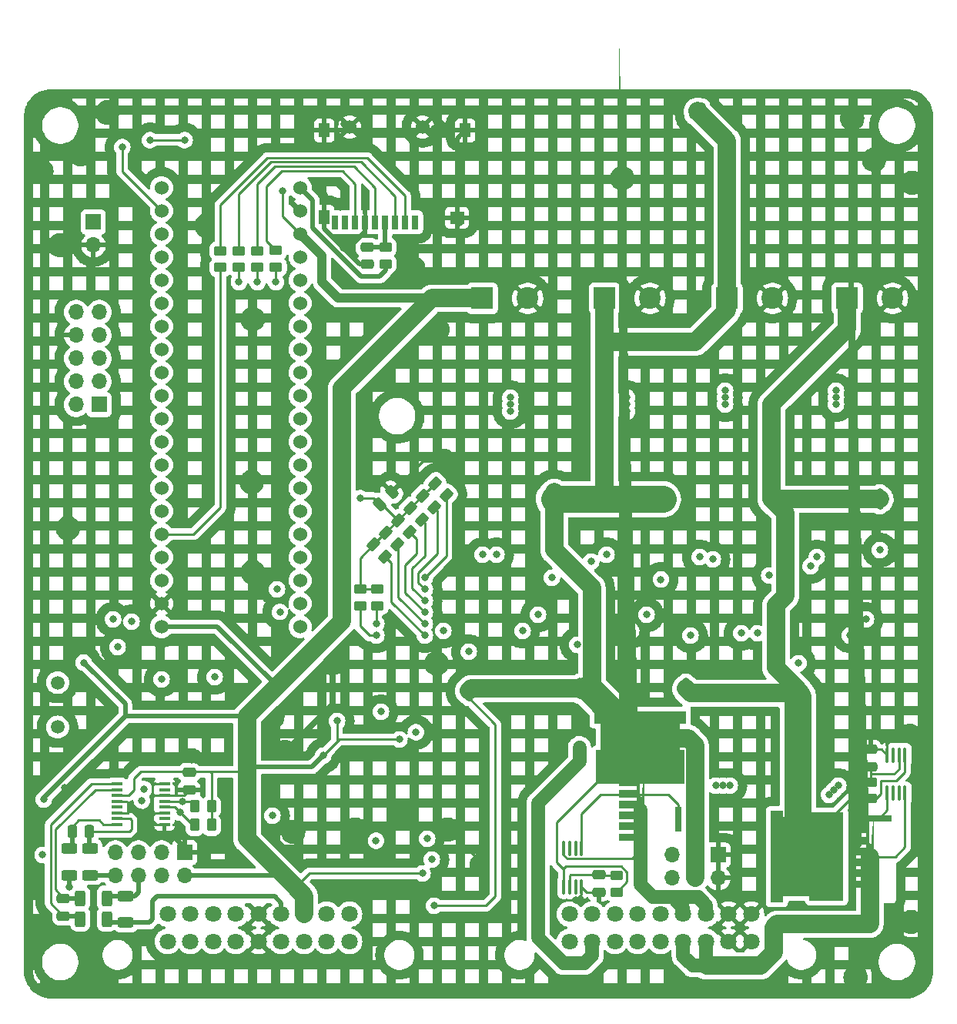
<source format=gbr>
%TF.GenerationSoftware,KiCad,Pcbnew,7.99.0-2367-gcb54bdfa84*%
%TF.CreationDate,2023-12-26T22:21:42+02:00*%
%TF.ProjectId,speeduino_stm32,73706565-6475-4696-9e6f-5f73746d3332,rev?*%
%TF.SameCoordinates,Original*%
%TF.FileFunction,Copper,L4,Bot*%
%TF.FilePolarity,Positive*%
%FSLAX46Y46*%
G04 Gerber Fmt 4.6, Leading zero omitted, Abs format (unit mm)*
G04 Created by KiCad (PCBNEW 7.99.0-2367-gcb54bdfa84) date 2023-12-26 22:21:42*
%MOMM*%
%LPD*%
G01*
G04 APERTURE LIST*
G04 Aperture macros list*
%AMRoundRect*
0 Rectangle with rounded corners*
0 $1 Rounding radius*
0 $2 $3 $4 $5 $6 $7 $8 $9 X,Y pos of 4 corners*
0 Add a 4 corners polygon primitive as box body*
4,1,4,$2,$3,$4,$5,$6,$7,$8,$9,$2,$3,0*
0 Add four circle primitives for the rounded corners*
1,1,$1+$1,$2,$3*
1,1,$1+$1,$4,$5*
1,1,$1+$1,$6,$7*
1,1,$1+$1,$8,$9*
0 Add four rect primitives between the rounded corners*
20,1,$1+$1,$2,$3,$4,$5,0*
20,1,$1+$1,$4,$5,$6,$7,0*
20,1,$1+$1,$6,$7,$8,$9,0*
20,1,$1+$1,$8,$9,$2,$3,0*%
%AMFreePoly0*
4,1,61,0.403536,4.603536,0.405000,4.600000,0.405000,-3.400000,0.403536,-3.403536,0.400000,-3.405000,-2.400000,-3.405000,-2.403536,-3.403536,-2.405000,-3.400000,-2.405000,-2.600000,-2.403536,-2.596464,-2.400000,-2.595000,-0.405000,-2.595000,-0.405000,-2.205000,-2.400000,-2.205000,-2.403536,-2.203536,-2.405000,-2.200000,-2.405000,-1.400000,-2.403536,-1.396464,-2.400000,-1.395000,-0.405000,-1.395000,
-0.405000,-1.005000,-2.400000,-1.005000,-2.403536,-1.003536,-2.405000,-1.000000,-2.405000,-0.200000,-2.403536,-0.196464,-2.400000,-0.195000,-0.405000,-0.195000,-0.405000,0.195000,-2.400000,0.195000,-2.403536,0.196464,-2.405000,0.200000,-2.405000,1.000000,-2.403536,1.003536,-2.400000,1.005000,-0.405000,1.005000,-0.405000,1.395000,-2.400000,1.395000,-2.403536,1.396464,-2.405000,1.400000,
-2.405000,2.200000,-2.403536,2.203536,-2.400000,2.205000,-0.405000,2.205000,-0.405000,2.595000,-2.400000,2.595000,-2.403536,2.596464,-2.405000,2.600000,-2.405000,3.400000,-2.403536,3.403536,-2.400000,3.405000,-0.405000,3.405000,-0.405000,3.795000,-2.400000,3.795000,-2.403536,3.796464,-2.405000,3.800000,-2.405000,4.600000,-2.403536,4.603536,-2.400000,4.605000,0.400000,4.605000,
0.403536,4.603536,0.403536,4.603536,$1*%
%AMFreePoly1*
4,1,29,2.988536,5.103536,2.990000,5.100000,2.990000,-5.000000,2.988536,-5.003536,2.985000,-5.005000,1.585000,-5.005000,1.581464,-5.003536,1.580000,-5.000000,1.580000,-4.305000,-1.310000,-4.305000,-1.310000,-4.800000,-1.311464,-4.803536,-1.315000,-4.805000,-5.015000,-4.805000,-5.018536,-4.803536,-5.020000,-4.800000,-5.020000,4.900000,-5.018536,4.903536,-5.015000,4.905000,-1.315000,4.905000,
-1.311464,4.903536,-1.310000,4.900000,-1.310000,4.405000,1.580000,4.405000,1.580000,5.100000,1.581464,5.103536,1.585000,5.105000,2.985000,5.105000,2.988536,5.103536,2.988536,5.103536,$1*%
G04 Aperture macros list end*
%TA.AperFunction,ComponentPad*%
%ADD10R,1.700000X1.700000*%
%TD*%
%TA.AperFunction,ComponentPad*%
%ADD11O,1.700000X1.700000*%
%TD*%
%TA.AperFunction,ComponentPad*%
%ADD12R,2.400000X2.400000*%
%TD*%
%TA.AperFunction,ComponentPad*%
%ADD13C,2.400000*%
%TD*%
%TA.AperFunction,ComponentPad*%
%ADD14C,1.800000*%
%TD*%
%TA.AperFunction,ComponentPad*%
%ADD15C,1.524000*%
%TD*%
%TA.AperFunction,ComponentPad*%
%ADD16C,1.500000*%
%TD*%
%TA.AperFunction,SMDPad,CuDef*%
%ADD17RoundRect,0.250000X0.312500X0.625000X-0.312500X0.625000X-0.312500X-0.625000X0.312500X-0.625000X0*%
%TD*%
%TA.AperFunction,SMDPad,CuDef*%
%ADD18RoundRect,0.250000X0.503814X0.132583X0.132583X0.503814X-0.503814X-0.132583X-0.132583X-0.503814X0*%
%TD*%
%TA.AperFunction,SMDPad,CuDef*%
%ADD19RoundRect,0.250000X-0.450000X0.262500X-0.450000X-0.262500X0.450000X-0.262500X0.450000X0.262500X0*%
%TD*%
%TA.AperFunction,SMDPad,CuDef*%
%ADD20RoundRect,0.250000X0.450000X-0.262500X0.450000X0.262500X-0.450000X0.262500X-0.450000X-0.262500X0*%
%TD*%
%TA.AperFunction,SMDPad,CuDef*%
%ADD21R,0.800000X2.800000*%
%TD*%
%TA.AperFunction,SMDPad,CuDef*%
%ADD22FreePoly0,90.000000*%
%TD*%
%TA.AperFunction,SMDPad,CuDef*%
%ADD23FreePoly1,90.000000*%
%TD*%
%TA.AperFunction,SMDPad,CuDef*%
%ADD24RoundRect,0.250000X0.475000X-0.250000X0.475000X0.250000X-0.475000X0.250000X-0.475000X-0.250000X0*%
%TD*%
%TA.AperFunction,SMDPad,CuDef*%
%ADD25RoundRect,0.250000X-0.475000X0.250000X-0.475000X-0.250000X0.475000X-0.250000X0.475000X0.250000X0*%
%TD*%
%TA.AperFunction,SMDPad,CuDef*%
%ADD26RoundRect,0.250000X0.159099X-0.512652X0.512652X-0.159099X-0.159099X0.512652X-0.512652X0.159099X0*%
%TD*%
%TA.AperFunction,SMDPad,CuDef*%
%ADD27RoundRect,0.100000X0.100000X-0.712500X0.100000X0.712500X-0.100000X0.712500X-0.100000X-0.712500X0*%
%TD*%
%TA.AperFunction,SMDPad,CuDef*%
%ADD28RoundRect,0.250000X0.625000X-0.312500X0.625000X0.312500X-0.625000X0.312500X-0.625000X-0.312500X0*%
%TD*%
%TA.AperFunction,SMDPad,CuDef*%
%ADD29RoundRect,0.100000X-0.100000X0.712500X-0.100000X-0.712500X0.100000X-0.712500X0.100000X0.712500X0*%
%TD*%
%TA.AperFunction,SMDPad,CuDef*%
%ADD30R,0.700000X1.600000*%
%TD*%
%TA.AperFunction,SMDPad,CuDef*%
%ADD31R,1.200000X1.600000*%
%TD*%
%TA.AperFunction,SMDPad,CuDef*%
%ADD32R,1.600000X1.400000*%
%TD*%
%TA.AperFunction,SMDPad,CuDef*%
%ADD33RoundRect,0.250000X-0.250000X-0.475000X0.250000X-0.475000X0.250000X0.475000X-0.250000X0.475000X0*%
%TD*%
%TA.AperFunction,SMDPad,CuDef*%
%ADD34RoundRect,0.250000X0.262500X0.450000X-0.262500X0.450000X-0.262500X-0.450000X0.262500X-0.450000X0*%
%TD*%
%TA.AperFunction,SMDPad,CuDef*%
%ADD35R,1.200000X0.400000*%
%TD*%
%TA.AperFunction,SMDPad,CuDef*%
%ADD36R,2.800000X0.800000*%
%TD*%
%TA.AperFunction,SMDPad,CuDef*%
%ADD37FreePoly0,180.000000*%
%TD*%
%TA.AperFunction,SMDPad,CuDef*%
%ADD38FreePoly1,180.000000*%
%TD*%
%TA.AperFunction,SMDPad,CuDef*%
%ADD39RoundRect,0.250000X-0.625000X0.312500X-0.625000X-0.312500X0.625000X-0.312500X0.625000X0.312500X0*%
%TD*%
%TA.AperFunction,ViaPad*%
%ADD40C,0.800000*%
%TD*%
%TA.AperFunction,Conductor*%
%ADD41C,0.650000*%
%TD*%
%TA.AperFunction,Conductor*%
%ADD42C,0.500000*%
%TD*%
%TA.AperFunction,Conductor*%
%ADD43C,0.250000*%
%TD*%
%TA.AperFunction,Conductor*%
%ADD44C,2.000000*%
%TD*%
%TA.AperFunction,Conductor*%
%ADD45C,1.000000*%
%TD*%
%TA.AperFunction,Conductor*%
%ADD46C,1.500000*%
%TD*%
%TA.AperFunction,Conductor*%
%ADD47C,3.000000*%
%TD*%
%TA.AperFunction,Conductor*%
%ADD48C,0.750000*%
%TD*%
G04 APERTURE END LIST*
D10*
%TO.P,J5,1,Pin_1*%
%TO.N,Net-(J5-Pin_1)*%
X33274000Y-59690000D03*
D11*
%TO.P,J5,2,Pin_2*%
%TO.N,EXP_PB2*%
X30734000Y-59690000D03*
%TO.P,J5,3,Pin_3*%
%TO.N,Net-(J5-Pin_3)*%
X33274000Y-57150000D03*
%TO.P,J5,4,Pin_4*%
%TO.N,EXP_PB10*%
X30734000Y-57150000D03*
%TO.P,J5,5,Pin_5*%
%TO.N,EXP_TR*%
X33274000Y-54610000D03*
%TO.P,J5,6,Pin_6*%
%TO.N,EXP_ADC*%
X30734000Y-54610000D03*
%TO.P,J5,7,Pin_7*%
%TO.N,EXP_PC15*%
X33274000Y-52070000D03*
%TO.P,J5,8,Pin_8*%
%TO.N,GND*%
X30734000Y-52070000D03*
%TO.P,J5,9,Pin_9*%
%TO.N,EXP_PC14*%
X33274000Y-49530000D03*
%TO.P,J5,10,Pin_10*%
%TO.N,+5V*%
X30734000Y-49530000D03*
%TD*%
D12*
%TO.P,C33,1*%
%TO.N,+12V*%
X102324041Y-48006000D03*
D13*
%TO.P,C33,2*%
%TO.N,GND*%
X107324041Y-48006000D03*
%TD*%
D14*
%TO.P,J2,1,1*%
%TO.N,iat_out*%
X60800000Y-115726500D03*
%TO.P,J2,2,2*%
%TO.N,o2_out*%
X58300000Y-115726500D03*
%TO.P,J2,3,3*%
%TO.N,+5V*%
X55800000Y-115726500D03*
%TO.P,J2,4,4*%
%TO.N,cam_out*%
X53300000Y-115726500D03*
%TO.P,J2,5,5*%
%TO.N,GND*%
X50800000Y-115726500D03*
%TO.P,J2,6,6*%
%TO.N,CANH_OUT*%
X48300000Y-115726500D03*
%TO.P,J2,7,7*%
%TO.N,map_out*%
X45800000Y-115726500D03*
%TO.P,J2,8,8*%
%TO.N,EXP7*%
X43300000Y-115726500D03*
%TO.P,J2,9,9*%
%TO.N,EXP6*%
X40800000Y-115726500D03*
%TO.P,J2,10,10*%
%TO.N,clt_out*%
X60800000Y-118726500D03*
%TO.P,J2,11,11*%
%TO.N,tps_out*%
X58300000Y-118726500D03*
%TO.P,J2,12,12*%
%TO.N,+5V*%
X55800000Y-118726500D03*
%TO.P,J2,13,13*%
%TO.N,cas_out*%
X53300000Y-118726500D03*
%TO.P,J2,14,14*%
%TO.N,GND*%
X50800000Y-118726500D03*
%TO.P,J2,15,15*%
%TO.N,CANL_OUT*%
X48300000Y-118726500D03*
%TO.P,J2,16,16*%
%TO.N,EXP3*%
X45800000Y-118726500D03*
%TO.P,J2,17,17*%
%TO.N,EXP4*%
X43300000Y-118726500D03*
%TO.P,J2,18,18*%
%TO.N,EXP5*%
X40800000Y-118726500D03*
%TD*%
%TO.P,J3,1,1*%
%TO.N,GND*%
X104996000Y-115726500D03*
%TO.P,J3,2,2*%
X102496000Y-115726500D03*
%TO.P,J3,3,3*%
%TO.N,/+12V_UNPROT*%
X99996000Y-115726500D03*
%TO.P,J3,4,4*%
X97496000Y-115726500D03*
%TO.P,J3,5,5*%
%TO.N,EXP2*%
X94996000Y-115726500D03*
%TO.P,J3,6,6*%
%TO.N,coil1_out*%
X92496000Y-115726500D03*
%TO.P,J3,7,7*%
%TO.N,coil2_out*%
X89996000Y-115726500D03*
%TO.P,J3,8,8*%
%TO.N,coil3_out*%
X87496000Y-115726500D03*
%TO.P,J3,9,9*%
%TO.N,coil4_out*%
X84996000Y-115726500D03*
%TO.P,J3,10,10*%
%TO.N,GND*%
X104996000Y-118726500D03*
%TO.P,J3,11,11*%
X102496000Y-118726500D03*
%TO.P,J3,12,12*%
%TO.N,/+12VA_UNPROT*%
X99996000Y-118726500D03*
%TO.P,J3,13,13*%
X97496000Y-118726500D03*
%TO.P,J3,14,14*%
%TO.N,EXP1*%
X94996000Y-118726500D03*
%TO.P,J3,15,15*%
%TO.N,inj1_out*%
X92496000Y-118726500D03*
%TO.P,J3,16,16*%
%TO.N,inj2_out*%
X89996000Y-118726500D03*
%TO.P,J3,17,17*%
%TO.N,inj3_out*%
X87496000Y-118726500D03*
%TO.P,J3,18,18*%
%TO.N,inj4_out*%
X84996000Y-118726500D03*
%TD*%
D15*
%TO.P,U1,1,PB12*%
%TO.N,MCP2515_CS*%
X55372000Y-84113500D03*
%TO.P,U1,2,PB13*%
%TO.N,SPI_SCK*%
X55372000Y-81573500D03*
%TO.P,U1,3,PB14*%
%TO.N,SPI_MISO*%
X55372000Y-79033500D03*
%TO.P,U1,4,PB15*%
%TO.N,SPI_MOSI*%
X55372000Y-76493500D03*
%TO.P,U1,5,PA8*%
%TO.N,MCP2515_INT*%
X55372000Y-73953500D03*
%TO.P,U1,6,PA9*%
%TO.N,TX_MCU*%
X55372000Y-71413500D03*
%TO.P,U1,7,PA10*%
%TO.N,RX_MCU*%
X55372000Y-68873500D03*
%TO.P,U1,8,PA11*%
%TO.N,unconnected-(U1-PA11-Pad8)*%
X55372000Y-66333500D03*
%TO.P,U1,9,PA12*%
%TO.N,unconnected-(U1-PA12-Pad9)*%
X55372000Y-63793500D03*
%TO.P,U1,10,PA15*%
%TO.N,inj4_mcu*%
X55372000Y-61253500D03*
%TO.P,U1,11,PB3*%
%TO.N,inj3_mcu*%
X55372000Y-58713500D03*
%TO.P,U1,12,PB4*%
%TO.N,inj2_mcu*%
X55372000Y-56173500D03*
%TO.P,U1,13,PB5*%
%TO.N,inj1_mcu*%
X55372000Y-53633500D03*
%TO.P,U1,14,PB6*%
%TO.N,coil1_mcu*%
X55372000Y-51093500D03*
%TO.P,U1,15,PB7*%
%TO.N,coil2_mcu*%
X55372000Y-48553500D03*
%TO.P,U1,16,PB8*%
%TO.N,coil3_mcu*%
X55372000Y-46013500D03*
%TO.P,U1,17,PB9*%
%TO.N,coil4_mcu*%
X55372000Y-43473500D03*
%TO.P,U1,18,5V*%
%TO.N,+5V*%
X55372000Y-40933500D03*
%TO.P,U1,19,GND*%
%TO.N,GND*%
X55372000Y-38393500D03*
%TO.P,U1,20,3V3*%
%TO.N,+3V3*%
X55372000Y-35853500D03*
%TO.P,U1,21,5V*%
%TO.N,+5V*%
X40132000Y-84113500D03*
%TO.P,U1,22,GND*%
%TO.N,GND*%
X40132000Y-81573500D03*
%TO.P,U1,23,3V3*%
%TO.N,unconnected-(U1-3V3-Pad23)*%
X40132000Y-79033500D03*
%TO.P,U1,24,PB10*%
%TO.N,EXP_PB10*%
X40132000Y-76493500D03*
%TO.P,U1,25,PB2*%
%TO.N,EXP_PB2*%
X40132000Y-73953500D03*
%TO.P,U1,26,PB1*%
%TO.N,EXP_ADC*%
X40132000Y-71413500D03*
%TO.P,U1,27,PB0*%
%TO.N,bat_mcu*%
X40132000Y-68873500D03*
%TO.P,U1,28,PA7*%
%TO.N,o2_mcu*%
X40132000Y-66333500D03*
%TO.P,U1,29,PA6*%
%TO.N,clt_mcu*%
X40132000Y-63793500D03*
%TO.P,U1,30,PA5*%
%TO.N,iat_mcu*%
X40132000Y-61253500D03*
%TO.P,U1,31,PA4*%
%TO.N,map_mcu*%
X40132000Y-58713500D03*
%TO.P,U1,32,PA3*%
%TO.N,tps_mcu*%
X40132000Y-56173500D03*
%TO.P,U1,33,PA2*%
%TO.N,cas_mcu*%
X40132000Y-53633500D03*
%TO.P,U1,34,PA1*%
%TO.N,cam_mcu*%
X40132000Y-51093500D03*
%TO.P,U1,35,PA0*%
%TO.N,EXP_TR*%
X40132000Y-48553500D03*
%TO.P,U1,36,NRST*%
%TO.N,unconnected-(U1-NRST-Pad36)*%
X40132000Y-46013500D03*
%TO.P,U1,37,PC15*%
%TO.N,EXP_PC15*%
X40132000Y-43473500D03*
%TO.P,U1,38,PC14*%
%TO.N,EXP_PC14*%
X40132000Y-40933500D03*
%TO.P,U1,39,PC13*%
%TO.N,/#LED*%
X40132000Y-38393500D03*
%TO.P,U1,40,VBAT*%
%TO.N,/VBAT*%
X40132000Y-35853500D03*
%TD*%
D12*
%TO.P,C36,1*%
%TO.N,+12V*%
X88862041Y-48006000D03*
D13*
%TO.P,C36,2*%
%TO.N,GND*%
X93862041Y-48006000D03*
%TD*%
D10*
%TO.P,J6,1,Pin_1*%
%TO.N,GND*%
X101346000Y-109220000D03*
D11*
%TO.P,J6,2,Pin_2*%
X101346000Y-111760000D03*
%TO.P,J6,3,Pin_3*%
%TO.N,+12V*%
X98806000Y-109220000D03*
%TO.P,J6,4,Pin_4*%
X98806000Y-111760000D03*
%TO.P,J6,5,Pin_5*%
%TO.N,EXP2*%
X96266000Y-109220000D03*
%TO.P,J6,6,Pin_6*%
%TO.N,EXP1*%
X96266000Y-111760000D03*
%TD*%
D12*
%TO.P,C37,1*%
%TO.N,+12VA*%
X115532041Y-48006000D03*
D13*
%TO.P,C37,2*%
%TO.N,GND*%
X120532041Y-48006000D03*
%TD*%
D10*
%TO.P,J4,1,Pin_1*%
%TO.N,GND*%
X42662000Y-108961000D03*
D11*
%TO.P,J4,2,Pin_2*%
%TO.N,+5V*%
X42662000Y-111501000D03*
%TO.P,J4,3,Pin_3*%
%TO.N,EXP4*%
X40122000Y-108961000D03*
%TO.P,J4,4,Pin_4*%
%TO.N,EXP8*%
X40122000Y-111501000D03*
%TO.P,J4,5,Pin_5*%
%TO.N,EXP5*%
X37582000Y-108961000D03*
%TO.P,J4,6,Pin_6*%
%TO.N,EXP7*%
X37582000Y-111501000D03*
%TO.P,J4,7,Pin_7*%
%TO.N,EXP3*%
X35042000Y-108961000D03*
%TO.P,J4,8,Pin_8*%
%TO.N,EXP6*%
X35042000Y-111501000D03*
%TD*%
D16*
%TO.P,Y1,1,1*%
%TO.N,Net-(U2-OSC2)*%
X28702000Y-95160000D03*
%TO.P,Y1,2,2*%
%TO.N,Net-(U2-OSC1)*%
X28702000Y-90260000D03*
%TD*%
D10*
%TO.P,J1,1,Pin_1*%
%TO.N,Net-(J1-Pin_1)*%
X32639000Y-39619000D03*
D11*
%TO.P,J1,2,Pin_2*%
%TO.N,GND*%
X32639000Y-42159000D03*
%TD*%
D12*
%TO.P,C1,1*%
%TO.N,+5V*%
X75400041Y-48006000D03*
D13*
%TO.P,C1,2*%
%TO.N,GND*%
X80400041Y-48006000D03*
%TD*%
D17*
%TO.P,R61,1*%
%TO.N,cam_out*%
X34106000Y-116266000D03*
%TO.P,R61,2*%
%TO.N,Net-(U7-IN1+)*%
X31181000Y-116266000D03*
%TD*%
D18*
%TO.P,R70,1*%
%TO.N,Net-(Q8-IS)*%
X68767196Y-72350274D03*
%TO.P,R70,2*%
%TO.N,EXP_ADC*%
X67476726Y-71059804D03*
%TD*%
D19*
%TO.P,R83,1*%
%TO.N,Net-(J7-CLK)*%
X50673000Y-42775500D03*
%TO.P,R83,2*%
%TO.N,SPI_SCK*%
X50673000Y-44600500D03*
%TD*%
%TO.P,R85,1*%
%TO.N,Net-(J7-VDD)*%
X64770000Y-42394500D03*
%TO.P,R85,2*%
%TO.N,+3V3*%
X64770000Y-44219500D03*
%TD*%
D18*
%TO.P,R66,1*%
%TO.N,Net-(Q4-IS)*%
X64726081Y-76391389D03*
%TO.P,R66,2*%
%TO.N,EXP_ADC*%
X63435611Y-75100919D03*
%TD*%
D20*
%TO.P,R79,1*%
%TO.N,+12V*%
X90170000Y-113307500D03*
%TO.P,R79,2*%
%TO.N,Net-(U8-Vdd)*%
X90170000Y-111482500D03*
%TD*%
D21*
%TO.P,Q1,1*%
%TO.N,Net-(U8-GATE)*%
X96987000Y-105308000D03*
D22*
%TO.P,Q1,2*%
%TO.N,/+12V_UNPROT*%
X92787000Y-104308000D03*
D23*
%TO.P,Q1,3*%
%TO.N,+12V*%
X92837000Y-96393000D03*
%TD*%
D24*
%TO.P,C43,1*%
%TO.N,Net-(U7-IN1+)*%
X29341500Y-115946000D03*
%TO.P,C43,2*%
%TO.N,Net-(U7-IN1-)*%
X29341500Y-114046000D03*
%TD*%
D25*
%TO.P,C35,1*%
%TO.N,Net-(U8-Vdd)*%
X88224000Y-111398500D03*
%TO.P,C35,2*%
%TO.N,GND*%
X88224000Y-113298500D03*
%TD*%
D18*
%TO.P,R72,1*%
%TO.N,Net-(Q10-IS)*%
X71461273Y-69656197D03*
%TO.P,R72,2*%
%TO.N,EXP_ADC*%
X70170803Y-68365727D03*
%TD*%
D26*
%TO.P,C45,1*%
%TO.N,EXP_ADC*%
X64098249Y-70648751D03*
%TO.P,C45,2*%
%TO.N,GND*%
X65441751Y-69305249D03*
%TD*%
D27*
%TO.P,U9,1,IN*%
%TO.N,/+12VA_UNPROT*%
X121879000Y-102442500D03*
%TO.P,U9,2,NC*%
%TO.N,unconnected-(U9-NC-Pad2)*%
X121229000Y-102442500D03*
%TO.P,U9,3,NC*%
%TO.N,unconnected-(U9-NC-Pad3)*%
X120579000Y-102442500D03*
%TO.P,U9,4,GATE*%
%TO.N,Net-(U9-GATE)*%
X119929000Y-102442500D03*
%TO.P,U9,5,GND*%
%TO.N,GND*%
X119929000Y-98217500D03*
%TO.P,U9,6,NC*%
%TO.N,unconnected-(U9-NC-Pad6)*%
X120579000Y-98217500D03*
%TO.P,U9,7,Vdd*%
%TO.N,Net-(U9-Vdd)*%
X121229000Y-98217500D03*
%TO.P,U9,8,OUT*%
%TO.N,+12VA*%
X121879000Y-98217500D03*
%TD*%
D25*
%TO.P,C44,1*%
%TO.N,+5V*%
X43180000Y-100142000D03*
%TO.P,C44,2*%
%TO.N,GND*%
X43180000Y-102042000D03*
%TD*%
D28*
%TO.P,R60,1*%
%TO.N,EXP6*%
X32258000Y-111444500D03*
%TO.P,R60,2*%
%TO.N,Net-(U7-IN2-)*%
X32258000Y-108519500D03*
%TD*%
D29*
%TO.P,U8,1,IN*%
%TO.N,/+12V_UNPROT*%
X84369000Y-108504500D03*
%TO.P,U8,2,NC*%
%TO.N,unconnected-(U8-NC-Pad2)*%
X85019000Y-108504500D03*
%TO.P,U8,3,NC*%
%TO.N,unconnected-(U8-NC-Pad3)*%
X85669000Y-108504500D03*
%TO.P,U8,4,GATE*%
%TO.N,Net-(U8-GATE)*%
X86319000Y-108504500D03*
%TO.P,U8,5,GND*%
%TO.N,GND*%
X86319000Y-112729500D03*
%TO.P,U8,6,NC*%
%TO.N,unconnected-(U8-NC-Pad6)*%
X85669000Y-112729500D03*
%TO.P,U8,7,Vdd*%
%TO.N,Net-(U8-Vdd)*%
X85019000Y-112729500D03*
%TO.P,U8,8,OUT*%
%TO.N,+12V*%
X84369000Y-112729500D03*
%TD*%
D30*
%TO.P,J7,1,DAT2*%
%TO.N,unconnected-(J7-DAT2-Pad1)*%
X68036000Y-39642900D03*
%TO.P,J7,2,CD/DAT3*%
%TO.N,Net-(J7-CD{slash}DAT3)*%
X66936000Y-39642900D03*
%TO.P,J7,3,CMD*%
%TO.N,Net-(J7-CMD)*%
X65836000Y-39642900D03*
%TO.P,J7,4,VDD*%
%TO.N,Net-(J7-VDD)*%
X64736000Y-39642900D03*
%TO.P,J7,5,CLK*%
%TO.N,Net-(J7-CLK)*%
X63636000Y-39642900D03*
%TO.P,J7,6,VSS*%
%TO.N,GND*%
X62536000Y-39642900D03*
%TO.P,J7,7,DAT0*%
%TO.N,Net-(J7-DAT0)*%
X61436000Y-39642900D03*
%TO.P,J7,8,DAT1*%
%TO.N,unconnected-(J7-DAT1-Pad8)*%
X60336000Y-39642900D03*
%TO.P,J7,9,CARD_DETECT*%
%TO.N,unconnected-(J7-CARD_DETECT-Pad9)*%
X59236000Y-39642900D03*
D31*
%TO.P,J7,10,GROUND*%
%TO.N,GND*%
X58036000Y-39042900D03*
D15*
%TO.P,J7,11,GROUND*%
X68836000Y-29142900D03*
%TO.P,J7,12,GROUND*%
X60836000Y-29142900D03*
D32*
%TO.P,J7,13,GROUND*%
X72636000Y-39142900D03*
D31*
%TO.P,J7,14,GROUND*%
X58036000Y-29542900D03*
%TO.P,J7,15,GROUND*%
X73536000Y-29542900D03*
%TD*%
D18*
%TO.P,R69,1*%
%TO.N,Net-(Q7-IS)*%
X67420157Y-73697313D03*
%TO.P,R69,2*%
%TO.N,EXP_ADC*%
X66129687Y-72406843D03*
%TD*%
%TO.P,R65,1*%
%TO.N,Net-(Q3-IS)*%
X66073119Y-75044351D03*
%TO.P,R65,2*%
%TO.N,EXP_ADC*%
X64782649Y-73753881D03*
%TD*%
D24*
%TO.P,C46,1*%
%TO.N,Net-(U9-Vdd)*%
X118110000Y-99502000D03*
%TO.P,C46,2*%
%TO.N,GND*%
X118110000Y-97602000D03*
%TD*%
D33*
%TO.P,C39,1*%
%TO.N,Net-(U7-IN2+)*%
X30292000Y-106680000D03*
%TO.P,C39,2*%
%TO.N,Net-(U7-IN2-)*%
X32192000Y-106680000D03*
%TD*%
D34*
%TO.P,R63,1*%
%TO.N,+5V*%
X45616500Y-105918000D03*
%TO.P,R63,2*%
%TO.N,cam_mcu*%
X43791500Y-105918000D03*
%TD*%
D28*
%TO.P,R59,1*%
%TO.N,cas_out*%
X29972000Y-111444500D03*
%TO.P,R59,2*%
%TO.N,Net-(U7-IN2+)*%
X29972000Y-108519500D03*
%TD*%
D25*
%TO.P,C47,1*%
%TO.N,Net-(J7-VDD)*%
X62738000Y-42377001D03*
%TO.P,C47,2*%
%TO.N,GND*%
X62738000Y-44276999D03*
%TD*%
D18*
%TO.P,R71,1*%
%TO.N,Net-(Q9-IS)*%
X70114235Y-71003235D03*
%TO.P,R71,2*%
%TO.N,EXP_ADC*%
X68823765Y-69712765D03*
%TD*%
D35*
%TO.P,U7,1,INT_THRS1*%
%TO.N,GND*%
X40446000Y-101409500D03*
%TO.P,U7,2,EXT*%
%TO.N,unconnected-(U7-EXT-Pad2)*%
X40446000Y-102044500D03*
%TO.P,U7,3,BIAS1*%
%TO.N,GND*%
X40446000Y-102679500D03*
%TO.P,U7,4,COUT1*%
%TO.N,cas_mcu*%
X40446000Y-103314500D03*
%TO.P,U7,5,COUT2*%
%TO.N,cam_mcu*%
X40446000Y-103949500D03*
%TO.P,U7,6,BIAS2*%
%TO.N,GND*%
X40446000Y-104584500D03*
%TO.P,U7,7,EXT2*%
%TO.N,unconnected-(U7-EXT2-Pad7)*%
X40446000Y-105219500D03*
%TO.P,U7,8,INT_THRS2*%
%TO.N,GND*%
X40446000Y-105854500D03*
%TO.P,U7,9,IN2+*%
%TO.N,Net-(U7-IN2+)*%
X35246000Y-105854500D03*
%TO.P,U7,10,IN2-*%
%TO.N,Net-(U7-IN2-)*%
X35246000Y-105219500D03*
%TO.P,U7,11,GND*%
%TO.N,GND*%
X35246000Y-104584500D03*
%TO.P,U7,12,DIRN/OUT2*%
%TO.N,unconnected-(U7-DIRN{slash}OUT2-Pad12)*%
X35246000Y-103949500D03*
%TO.P,U7,13,ZERO_EN/OUT1*%
%TO.N,GND*%
X35246000Y-103314500D03*
%TO.P,U7,14,VCC*%
%TO.N,+5V*%
X35246000Y-102679500D03*
%TO.P,U7,15,IN1-*%
%TO.N,Net-(U7-IN1-)*%
X35246000Y-102044500D03*
%TO.P,U7,16,IN1+*%
%TO.N,Net-(U7-IN1+)*%
X35246000Y-101409500D03*
%TD*%
D19*
%TO.P,R84,1*%
%TO.N,Net-(J7-DAT0)*%
X52705000Y-42752000D03*
%TO.P,R84,2*%
%TO.N,SPI_MISO*%
X52705000Y-44577000D03*
%TD*%
D20*
%TO.P,R80,1*%
%TO.N,+12VA*%
X118110000Y-103020500D03*
%TO.P,R80,2*%
%TO.N,Net-(U9-Vdd)*%
X118110000Y-101195500D03*
%TD*%
D34*
%TO.P,R64,1*%
%TO.N,+5V*%
X45616500Y-103886000D03*
%TO.P,R64,2*%
%TO.N,cas_mcu*%
X43791500Y-103886000D03*
%TD*%
D20*
%TO.P,R67,1*%
%TO.N,Net-(Q5-IS)*%
X63881000Y-81811500D03*
%TO.P,R67,2*%
%TO.N,EXP_ADC*%
X63881000Y-79986500D03*
%TD*%
D19*
%TO.P,R82,1*%
%TO.N,Net-(J7-CMD)*%
X48641000Y-42775500D03*
%TO.P,R82,2*%
%TO.N,SPI_MOSI*%
X48641000Y-44600500D03*
%TD*%
D17*
%TO.P,R62,1*%
%TO.N,EXP7*%
X34106000Y-113980000D03*
%TO.P,R62,2*%
%TO.N,Net-(U7-IN1-)*%
X31181000Y-113980000D03*
%TD*%
D36*
%TO.P,Q2,1*%
%TO.N,Net-(U9-GATE)*%
X119024000Y-105197000D03*
D37*
%TO.P,Q2,2*%
%TO.N,/+12VA_UNPROT*%
X118024000Y-109397000D03*
D38*
%TO.P,Q2,3*%
%TO.N,+12VA*%
X110109000Y-109347000D03*
%TD*%
D19*
%TO.P,R81,1*%
%TO.N,Net-(J7-CD{slash}DAT3)*%
X46609000Y-42775500D03*
%TO.P,R81,2*%
%TO.N,EXP_PB2*%
X46609000Y-44600500D03*
%TD*%
D20*
%TO.P,R68,1*%
%TO.N,Net-(Q6-IS)*%
X61976000Y-81811500D03*
%TO.P,R68,2*%
%TO.N,EXP_ADC*%
X61976000Y-79986500D03*
%TD*%
D39*
%TO.P,R86,1*%
%TO.N,EXP7*%
X36195000Y-113726500D03*
%TO.P,R86,2*%
%TO.N,cam_out*%
X36195000Y-116651500D03*
%TD*%
D40*
%TO.N,GND*%
X85725000Y-114141500D03*
X67818000Y-44704000D03*
X122555000Y-116586000D03*
X122682000Y-35306000D03*
X31750000Y-118618000D03*
X60198000Y-28829000D03*
X70485000Y-51435000D03*
X31242000Y-32131000D03*
X58928000Y-88138000D03*
X71628000Y-106426000D03*
X50165000Y-50292000D03*
X27178000Y-117475000D03*
X90805000Y-34798000D03*
X34163000Y-27559000D03*
X26924000Y-34036000D03*
X29845000Y-73279000D03*
X63754000Y-50038000D03*
X71247000Y-65913000D03*
X116459000Y-122682000D03*
X53721000Y-97917000D03*
X61468000Y-106426000D03*
X50165000Y-78105000D03*
X122428000Y-96139000D03*
X54610000Y-106680000D03*
X29464000Y-101854000D03*
X75372000Y-110302000D03*
X117602000Y-119507000D03*
X66868000Y-104582000D03*
X70358000Y-88138000D03*
X28961000Y-42159000D03*
X118491000Y-32766000D03*
X50038000Y-68199000D03*
X70104000Y-29337000D03*
X116078000Y-28194000D03*
X43434000Y-98806000D03*
X52324000Y-93980000D03*
X45085000Y-40005000D03*
X60163688Y-42452312D03*
X72955000Y-39681000D03*
X32639000Y-122936000D03*
%TO.N,o2_mcu*%
X64262000Y-93472000D03*
%TO.N,tps_mcu*%
X63721000Y-107663000D03*
%TO.N,iat_mcu*%
X68105250Y-95724750D03*
%TO.N,clt_mcu*%
X69342000Y-107442000D03*
%TO.N,bat_mcu*%
X69850000Y-109728000D03*
%TO.N,Net-(Q3-IS)*%
X110181500Y-88138000D03*
X69088000Y-83820000D03*
%TO.N,Net-(Q4-IS)*%
X98298000Y-85090000D03*
X69088000Y-85090000D03*
%TO.N,Net-(Q5-IS)*%
X63754000Y-83820000D03*
X85852000Y-86106000D03*
%TO.N,Net-(Q8-IS)*%
X69088000Y-81280000D03*
X106963500Y-78486000D03*
%TO.N,Net-(Q9-IS)*%
X69088000Y-80010000D03*
X95047227Y-78918500D03*
%TO.N,cas_mcu*%
X42418000Y-103378000D03*
X45974000Y-89662000D03*
%TO.N,cam_mcu*%
X42164000Y-104558500D03*
X52324000Y-104902000D03*
%TO.N,+5V*%
X66294000Y-96520000D03*
X27178000Y-103124000D03*
X59436000Y-94488000D03*
X68834000Y-111252000D03*
X57912000Y-98298000D03*
X59944000Y-75438000D03*
X31574000Y-88060000D03*
X53467000Y-36195000D03*
%TO.N,coil1_out*%
X114300000Y-59690000D03*
X114300000Y-58166000D03*
X114300000Y-58928000D03*
%TO.N,coil2_out*%
X102108000Y-58166000D03*
X102108000Y-58928000D03*
X102108000Y-59690000D03*
%TO.N,coil3_out*%
X91313000Y-58928000D03*
X91313000Y-59690000D03*
X91313000Y-60452000D03*
%TO.N,coil4_out*%
X78486000Y-60452000D03*
X78486000Y-59690000D03*
X78486000Y-58928000D03*
%TO.N,cas_out*%
X29972000Y-112776000D03*
%TO.N,inj1_out*%
X114046000Y-102108000D03*
X113538000Y-102616000D03*
X114554000Y-101600000D03*
%TO.N,inj2_out*%
X102616000Y-101600000D03*
X101092000Y-101600000D03*
X101854000Y-101600000D03*
%TO.N,inj3_out*%
X86106000Y-97409000D03*
X86106000Y-98171000D03*
X86106000Y-98933000D03*
%TO.N,+12V*%
X83312000Y-70866000D03*
X99568000Y-26924000D03*
X86106000Y-90170000D03*
X83312000Y-69342000D03*
X70104000Y-114808000D03*
X86106000Y-90932000D03*
X73914000Y-91186000D03*
X73914000Y-90424000D03*
X95250000Y-70866000D03*
X95250000Y-69342000D03*
X83312000Y-70104000D03*
X86106000Y-91694000D03*
X98552000Y-27940000D03*
X73914000Y-91948000D03*
X99060000Y-27432000D03*
X95250000Y-70104000D03*
%TO.N,CANH_OUT*%
X38227000Y-101981000D03*
%TO.N,+12VA*%
X109728000Y-91440000D03*
X107188000Y-70866000D03*
X97790000Y-90932000D03*
X119126000Y-70866000D03*
X109728000Y-90678000D03*
X97790000Y-91694000D03*
X107188000Y-69342000D03*
X119126000Y-69342000D03*
X119126000Y-70104000D03*
X97790000Y-90170000D03*
X107188000Y-70104000D03*
X109728000Y-92202000D03*
%TO.N,CANL_OUT*%
X37973000Y-103251000D03*
%TO.N,Net-(Q6-IS)*%
X73914000Y-86868000D03*
X63754000Y-85090000D03*
%TO.N,Net-(Q7-IS)*%
X119126000Y-75692000D03*
X69088000Y-82550000D03*
%TO.N,OUTPUT_INH*%
X100758500Y-76708000D03*
X79835500Y-84582000D03*
X76962000Y-76200000D03*
X103886000Y-84836000D03*
X71120000Y-84582000D03*
X91773500Y-84582000D03*
X89074500Y-76200000D03*
X115824000Y-85090000D03*
X112188500Y-76454000D03*
%TO.N,inj1_mcu*%
X117602000Y-83312000D03*
%TO.N,inj2_mcu*%
X105664000Y-84836000D03*
%TO.N,inj3_mcu*%
X93472000Y-82804000D03*
%TO.N,inj4_mcu*%
X81534000Y-82804000D03*
%TO.N,coil1_mcu*%
X111506000Y-77470000D03*
%TO.N,coil2_mcu*%
X99314000Y-76454000D03*
%TO.N,coil3_mcu*%
X87376000Y-76962000D03*
%TO.N,coil4_mcu*%
X75438000Y-76200000D03*
%TO.N,MCP2515_INT*%
X40132000Y-89916000D03*
%TO.N,SPI_SCK*%
X50673000Y-46228000D03*
%TO.N,SPI_MOSI*%
X48641000Y-46228000D03*
X53153799Y-82490799D03*
%TO.N,SPI_MISO*%
X52832000Y-80010000D03*
X52705000Y-46228000D03*
%TO.N,MCP2515_CS*%
X35306000Y-86360000D03*
%TO.N,EXP6*%
X27051000Y-109220000D03*
%TO.N,map_mcu*%
X36830000Y-83566000D03*
%TO.N,EXP_ADC*%
X61976000Y-69977000D03*
%TO.N,Net-(Q10-IS)*%
X83058000Y-78740000D03*
X69088000Y-78740000D03*
%TO.N,map_out*%
X34798000Y-83312000D03*
%TO.N,Net-(Q12-B)*%
X42672000Y-30607000D03*
X38862000Y-30607000D03*
%TO.N,/#LED*%
X35814000Y-31369000D03*
%TD*%
D41*
%TO.N,GND*%
X58928000Y-92710000D02*
X58928000Y-88138000D01*
D42*
X72636000Y-39142900D02*
X72636000Y-30442900D01*
D43*
X40481000Y-105854500D02*
X39560500Y-105854500D01*
D42*
X72636000Y-39362000D02*
X72955000Y-39681000D01*
D43*
X36258500Y-103314500D02*
X35211000Y-103314500D01*
X120777000Y-96139000D02*
X122428000Y-96139000D01*
D42*
X58036000Y-40383000D02*
X60452000Y-42799000D01*
D43*
X88224000Y-113298499D02*
X86887999Y-113298499D01*
X85725000Y-114141500D02*
X86319000Y-113547500D01*
X36385500Y-104584500D02*
X36576000Y-104394000D01*
X119885250Y-97030750D02*
X120777000Y-96139000D01*
X86887999Y-113298499D02*
X86319000Y-112729500D01*
D42*
X61929999Y-44276999D02*
X62738000Y-44276999D01*
D43*
X86319000Y-113547500D02*
X86319000Y-112729500D01*
X36576000Y-103632000D02*
X36258500Y-103314500D01*
X65024000Y-106426000D02*
X66868000Y-104582000D01*
X39157445Y-103844555D02*
X38608000Y-104394000D01*
D42*
X62536000Y-40715000D02*
X60452000Y-42799000D01*
D41*
X53721000Y-97917000D02*
X58928000Y-92710000D01*
D42*
X60452000Y-42799000D02*
X60452000Y-42740624D01*
D43*
X68834000Y-65913000D02*
X71247000Y-65913000D01*
D42*
X39116000Y-106934000D02*
X37846000Y-105664000D01*
D43*
X35211000Y-104584500D02*
X36385500Y-104584500D01*
X75438000Y-110236000D02*
X75372000Y-110302000D01*
X65441751Y-69305249D02*
X68834000Y-65913000D01*
X39116000Y-104902000D02*
X39433500Y-104584500D01*
X40507500Y-102653000D02*
X42569000Y-102653000D01*
X65024000Y-106426000D02*
X71628000Y-106426000D01*
X38608000Y-104394000D02*
X39116000Y-104902000D01*
X52324000Y-93980000D02*
X52324000Y-96520000D01*
X39433500Y-104584500D02*
X40481000Y-104584500D01*
X119929000Y-98217500D02*
X119313501Y-97602001D01*
D42*
X58036000Y-39042900D02*
X58036000Y-40383000D01*
D43*
X39157445Y-102828555D02*
X39157445Y-103165445D01*
D42*
X60452000Y-42799000D02*
X61929999Y-44276999D01*
D43*
X71628000Y-106426000D02*
X75438000Y-110236000D01*
X55118000Y-106680000D02*
X54610000Y-106680000D01*
X42569000Y-102653000D02*
X43180000Y-102042000D01*
X119929000Y-98217500D02*
X119885250Y-98173750D01*
D42*
X42662000Y-108961000D02*
X42662000Y-108448000D01*
D43*
X39157445Y-101558555D02*
X39157445Y-103165445D01*
X119313501Y-97602001D02*
X118110000Y-97602001D01*
D42*
X60452000Y-42740624D02*
X60163688Y-42452312D01*
D43*
X39116000Y-105410000D02*
X39116000Y-104902000D01*
X43434000Y-98806000D02*
X32512000Y-98806000D01*
D42*
X42662000Y-108448000D02*
X41148000Y-106934000D01*
D43*
X55372000Y-106426000D02*
X55118000Y-106680000D01*
X119885250Y-98173750D02*
X119885250Y-97030750D01*
D42*
X72636000Y-30442900D02*
X73536000Y-29542900D01*
X58036000Y-29542900D02*
X73536000Y-29542900D01*
D43*
X32512000Y-98806000D02*
X29464000Y-101854000D01*
X39560500Y-105854500D02*
X39116000Y-105410000D01*
D42*
X72636000Y-39142900D02*
X72636000Y-39362000D01*
D43*
X37846000Y-104394000D02*
X38608000Y-104394000D01*
X40481000Y-101409500D02*
X39306500Y-101409500D01*
D42*
X41148000Y-106934000D02*
X39116000Y-106934000D01*
D43*
X39306500Y-102679500D02*
X39157445Y-102828555D01*
D42*
X62536000Y-39642900D02*
X62536000Y-40715000D01*
D43*
X52324000Y-96520000D02*
X53721000Y-97917000D01*
D42*
X32639000Y-42159000D02*
X28961000Y-42159000D01*
X37846000Y-105664000D02*
X37846000Y-104394000D01*
D43*
X61468000Y-106426000D02*
X65024000Y-106426000D01*
X36576000Y-104394000D02*
X37846000Y-104394000D01*
X39306500Y-101409500D02*
X39157445Y-101558555D01*
X61468000Y-106426000D02*
X55372000Y-106426000D01*
X39157445Y-103165445D02*
X39157445Y-103844555D01*
X40481000Y-102679500D02*
X39306500Y-102679500D01*
D42*
X28956000Y-42164000D02*
X28961000Y-42159000D01*
D43*
X36576000Y-104394000D02*
X36576000Y-103632000D01*
X40481000Y-102679500D02*
X40507500Y-102653000D01*
%TO.N,Net-(Q3-IS)*%
X69088000Y-83820000D02*
X66167000Y-80899000D01*
X66167000Y-75138232D02*
X66073119Y-75044351D01*
X66167000Y-80899000D02*
X66167000Y-75138232D01*
%TO.N,Net-(Q4-IS)*%
X65405000Y-77070308D02*
X65405000Y-81407000D01*
X64726081Y-76391389D02*
X65405000Y-77070308D01*
X65405000Y-81407000D02*
X69088000Y-85090000D01*
%TO.N,Net-(Q5-IS)*%
X63754000Y-81938500D02*
X63881000Y-81811500D01*
X63754000Y-83820000D02*
X63754000Y-81938500D01*
%TO.N,Net-(Q8-IS)*%
X69088000Y-72671078D02*
X68767196Y-72350274D01*
X69088000Y-81280000D02*
X67691000Y-79883000D01*
X67691000Y-79883000D02*
X67691000Y-77724000D01*
X67691000Y-77724000D02*
X69088000Y-76327000D01*
X69088000Y-76327000D02*
X69088000Y-72671078D01*
%TO.N,Net-(Q9-IS)*%
X68363000Y-79285000D02*
X68363000Y-78195000D01*
X70485000Y-76073000D02*
X70485000Y-71374000D01*
X70485000Y-71374000D02*
X70114235Y-71003235D01*
X69088000Y-80010000D02*
X68363000Y-79285000D01*
X68363000Y-78195000D02*
X70485000Y-76073000D01*
%TO.N,cas_mcu*%
X42481500Y-103314500D02*
X43220000Y-103314500D01*
X42354500Y-103314500D02*
X42418000Y-103378000D01*
X40481000Y-103314500D02*
X42354500Y-103314500D01*
X42418000Y-103378000D02*
X42481500Y-103314500D01*
X43220000Y-103314500D02*
X43791500Y-103886000D01*
%TO.N,cam_mcu*%
X42164000Y-104558500D02*
X43523500Y-105918000D01*
X41555000Y-103949500D02*
X40481000Y-103949500D01*
X43523500Y-105918000D02*
X43791500Y-105918000D01*
X42164000Y-104558500D02*
X41555000Y-103949500D01*
%TO.N,+5V*%
X45616500Y-100226500D02*
X45466000Y-100076000D01*
D42*
X36135918Y-93980000D02*
X36135918Y-92621918D01*
D44*
X49530000Y-107442000D02*
X54864000Y-112776000D01*
D42*
X49530000Y-93980000D02*
X36135918Y-93980000D01*
D45*
X57785000Y-43346500D02*
X55372000Y-40933500D01*
D43*
X35211000Y-102679500D02*
X36512500Y-102679500D01*
X68834000Y-111252000D02*
X56388000Y-111252000D01*
D42*
X36135918Y-93980000D02*
X27178000Y-102937918D01*
D43*
X45466000Y-100076000D02*
X49022000Y-100076000D01*
D42*
X56642000Y-99568000D02*
X49530000Y-99568000D01*
D43*
X55372000Y-40933500D02*
X53467000Y-39028500D01*
X37846000Y-100076000D02*
X45466000Y-100076000D01*
D45*
X57785000Y-46228000D02*
X57785000Y-43346500D01*
D42*
X40132000Y-84113500D02*
X46267500Y-84113500D01*
D43*
X37084000Y-102108000D02*
X37084000Y-100838000D01*
D44*
X52832000Y-90678000D02*
X49530000Y-93980000D01*
D43*
X56388000Y-111252000D02*
X54864000Y-112776000D01*
X45616500Y-103886000D02*
X45616500Y-100226500D01*
X66294000Y-96520000D02*
X59690000Y-96520000D01*
D44*
X55800000Y-113712000D02*
X55800000Y-115726500D01*
D45*
X69850000Y-48006000D02*
X59563000Y-48006000D01*
D43*
X59436000Y-94488000D02*
X59436000Y-96774000D01*
D44*
X69850000Y-48006000D02*
X59944000Y-57912000D01*
X49530000Y-99568000D02*
X49530000Y-107442000D01*
D43*
X53467000Y-39028500D02*
X53467000Y-36195000D01*
D44*
X75400041Y-48006000D02*
X69850000Y-48006000D01*
D43*
X36512500Y-102679500D02*
X37084000Y-102108000D01*
X37084000Y-100838000D02*
X37846000Y-100076000D01*
D44*
X59944000Y-57912000D02*
X59944000Y-83566000D01*
D45*
X59563000Y-48006000D02*
X57785000Y-46228000D01*
D42*
X55800000Y-113966000D02*
X53335000Y-111501000D01*
D44*
X59944000Y-83566000D02*
X52832000Y-90678000D01*
D42*
X36135918Y-92621918D02*
X31574000Y-88060000D01*
D43*
X45616500Y-105918000D02*
X45616500Y-103886000D01*
D42*
X53335000Y-111501000D02*
X42662000Y-111501000D01*
D44*
X54864000Y-112776000D02*
X55800000Y-113712000D01*
D42*
X46267500Y-84113500D02*
X52832000Y-90678000D01*
X57912000Y-98298000D02*
X56642000Y-99568000D01*
D43*
X49022000Y-100076000D02*
X49530000Y-99568000D01*
X59690000Y-96520000D02*
X59436000Y-96774000D01*
D44*
X49530000Y-93980000D02*
X49530000Y-99568000D01*
D42*
X27178000Y-102937918D02*
X27178000Y-103124000D01*
X55800000Y-115726500D02*
X55800000Y-113966000D01*
D43*
X59436000Y-96774000D02*
X57912000Y-98298000D01*
D42*
%TO.N,cam_out*%
X39624000Y-113792000D02*
X39116000Y-114300000D01*
X52578000Y-113792000D02*
X39624000Y-113792000D01*
X34491500Y-116651500D02*
X34106000Y-116266000D01*
X36195000Y-116651500D02*
X34491500Y-116651500D01*
X39116000Y-114300000D02*
X39116000Y-116332000D01*
X53300000Y-114514000D02*
X52578000Y-113792000D01*
X36195000Y-116651500D02*
X38796500Y-116651500D01*
X38796500Y-116651500D02*
X39116000Y-116332000D01*
X53300000Y-115726500D02*
X53300000Y-114514000D01*
%TO.N,cas_out*%
X29972000Y-111444500D02*
X29972000Y-112776000D01*
D46*
%TO.N,inj3_out*%
X87496000Y-118726500D02*
X87496000Y-120276000D01*
X84328000Y-121158000D02*
X81534000Y-118364000D01*
X81534000Y-118364000D02*
X81534000Y-103505000D01*
X81534000Y-103505000D02*
X86106000Y-98933000D01*
X86614000Y-121158000D02*
X84328000Y-121158000D01*
X86106000Y-98933000D02*
X86106000Y-97409000D01*
X87496000Y-120276000D02*
X86614000Y-121158000D01*
D47*
%TO.N,+12V*%
X87122000Y-90932000D02*
X92583000Y-96393000D01*
D43*
X84369000Y-110703000D02*
X84369000Y-110830000D01*
X70104000Y-114808000D02*
X75819000Y-114808000D01*
X92837000Y-96393000D02*
X83566000Y-105664000D01*
D48*
X95250000Y-69342000D02*
X95250000Y-70866000D01*
D44*
X98806000Y-111760000D02*
X98806000Y-109220000D01*
D48*
X86106000Y-90932000D02*
X86106000Y-90170000D01*
D44*
X102324041Y-30696041D02*
X99060000Y-27432000D01*
X98044000Y-96393000D02*
X92837000Y-96393000D01*
D48*
X86106000Y-90170000D02*
X86817000Y-90170000D01*
D43*
X91313000Y-111099827D02*
X90703173Y-110490000D01*
D44*
X98806000Y-97155000D02*
X98044000Y-96393000D01*
D43*
X90703173Y-110490000D02*
X84582000Y-110490000D01*
D44*
X83312000Y-75692000D02*
X83312000Y-69342000D01*
D43*
X75819000Y-114808000D02*
X76835000Y-113792000D01*
D44*
X102324041Y-49313959D02*
X98843959Y-52794041D01*
X87452000Y-89535000D02*
X87452000Y-79832000D01*
X88824000Y-48044041D02*
X88824000Y-69774000D01*
X74168000Y-90932000D02*
X73914000Y-91186000D01*
X87122000Y-90932000D02*
X74168000Y-90932000D01*
X102324041Y-48006000D02*
X102324041Y-49313959D01*
X98843959Y-52794041D02*
X88862041Y-52794041D01*
D43*
X90170000Y-113307500D02*
X91313000Y-112164500D01*
D48*
X86817000Y-90170000D02*
X87452000Y-89535000D01*
X73914000Y-91948000D02*
X73914000Y-90424000D01*
D43*
X91313000Y-112164500D02*
X91313000Y-111099827D01*
X83566000Y-110027000D02*
X84369000Y-110830000D01*
D47*
X83312000Y-70104000D02*
X95250000Y-70104000D01*
D43*
X76835000Y-94869000D02*
X73914000Y-91948000D01*
D44*
X102324041Y-48006000D02*
X102324041Y-30696041D01*
D43*
X83566000Y-105664000D02*
X83566000Y-110027000D01*
D44*
X98806000Y-109220000D02*
X98806000Y-97155000D01*
D43*
X84582000Y-110490000D02*
X84369000Y-110703000D01*
D44*
X87452000Y-90348000D02*
X87452000Y-89535000D01*
D48*
X86106000Y-91694000D02*
X86106000Y-90170000D01*
D43*
X84369000Y-112729500D02*
X84369000Y-110830000D01*
X76835000Y-113792000D02*
X76835000Y-94869000D01*
D44*
X87452000Y-79832000D02*
X83312000Y-75692000D01*
D47*
X92583000Y-96393000D02*
X92837000Y-96393000D01*
D44*
%TO.N,+12VA*%
X110109000Y-91059000D02*
X109728000Y-90678000D01*
D47*
X110109000Y-91821000D02*
X109728000Y-91440000D01*
D43*
X118721500Y-103020500D02*
X118110000Y-103020500D01*
D44*
X107696000Y-81788000D02*
X108712000Y-80772000D01*
D43*
X115927500Y-103020500D02*
X113030000Y-105918000D01*
X121879000Y-98217500D02*
X121879000Y-100117000D01*
D44*
X108712000Y-71628000D02*
X107188000Y-70104000D01*
X108712000Y-80772000D02*
X108712000Y-71628000D01*
X98298000Y-91440000D02*
X97790000Y-90932000D01*
D43*
X121879000Y-100117000D02*
X120904000Y-101092000D01*
D48*
X119126000Y-69342000D02*
X119126000Y-70866000D01*
D44*
X109728000Y-91440000D02*
X98298000Y-91440000D01*
X107696000Y-88646000D02*
X107696000Y-81788000D01*
D43*
X118110000Y-103020500D02*
X115927500Y-103020500D01*
D47*
X110109000Y-109347000D02*
X110109000Y-102997000D01*
D44*
X107188000Y-70104000D02*
X119126000Y-70104000D01*
X109728000Y-92202000D02*
X109728000Y-90678000D01*
X107188000Y-70104000D02*
X107188000Y-59690000D01*
D43*
X119253000Y-101092000D02*
X119253000Y-102489000D01*
X120904000Y-101092000D02*
X119253000Y-101092000D01*
D48*
X109728000Y-92202000D02*
X109728000Y-90678000D01*
D47*
X110109000Y-102997000D02*
X110109000Y-91821000D01*
D44*
X107188000Y-59690000D02*
X115532041Y-51345959D01*
D48*
X107188000Y-69342000D02*
X107188000Y-70866000D01*
D44*
X115532041Y-51345959D02*
X115532041Y-48006000D01*
D48*
X97790000Y-91694000D02*
X97790000Y-90170000D01*
D43*
X119253000Y-102489000D02*
X118721500Y-103020500D01*
D44*
X109728000Y-90678000D02*
X107696000Y-88646000D01*
D43*
%TO.N,Net-(Q6-IS)*%
X61976000Y-81811500D02*
X61976000Y-84074000D01*
X62992000Y-85090000D02*
X63754000Y-85090000D01*
X61976000Y-84074000D02*
X62992000Y-85090000D01*
%TO.N,Net-(Q7-IS)*%
X69088000Y-82550000D02*
X66929000Y-80391000D01*
X68199000Y-74476156D02*
X67420157Y-73697313D01*
X68199000Y-76073000D02*
X68199000Y-74476156D01*
X66929000Y-80391000D02*
X66929000Y-77343000D01*
X66929000Y-77343000D02*
X68199000Y-76073000D01*
%TO.N,SPI_SCK*%
X50673000Y-44600500D02*
X50673000Y-46228000D01*
%TO.N,SPI_MOSI*%
X48641000Y-44600500D02*
X48641000Y-46228000D01*
%TO.N,SPI_MISO*%
X52705000Y-44577000D02*
X52705000Y-46228000D01*
X52705000Y-46228000D02*
X52676000Y-46199000D01*
D42*
%TO.N,EXP7*%
X36195000Y-113726500D02*
X34359500Y-113726500D01*
X34359500Y-113726500D02*
X34106000Y-113980000D01*
X37582000Y-113294000D02*
X37149500Y-113726500D01*
X37149500Y-113726500D02*
X36195000Y-113726500D01*
X37582000Y-111501000D02*
X37582000Y-113294000D01*
%TO.N,EXP6*%
X35042000Y-111501000D02*
X32314500Y-111501000D01*
X32314500Y-111501000D02*
X32258000Y-111444500D01*
D43*
%TO.N,EXP_PB2*%
X43648500Y-73953500D02*
X40132000Y-73953500D01*
X46609000Y-44600500D02*
X46609000Y-70993000D01*
X46609000Y-70993000D02*
X43648500Y-73953500D01*
%TO.N,EXP_ADC*%
X63881000Y-79986500D02*
X61976000Y-79986500D01*
X61976000Y-69977000D02*
X63426498Y-69977000D01*
X63435611Y-75100919D02*
X70170803Y-68365727D01*
X63426498Y-69977000D02*
X64098249Y-70648751D01*
X61976000Y-76560530D02*
X63435611Y-75100919D01*
X64371595Y-70648751D02*
X66129687Y-72406843D01*
X61976000Y-79986500D02*
X61976000Y-76560530D01*
X64098249Y-70648751D02*
X64371595Y-70648751D01*
%TO.N,Net-(Q10-IS)*%
X69088000Y-78740000D02*
X71461273Y-76366727D01*
X71461273Y-76366727D02*
X71461273Y-69656197D01*
%TO.N,Net-(U7-IN2+)*%
X35211000Y-105854500D02*
X33718500Y-105854500D01*
D42*
X30292000Y-108199500D02*
X29972000Y-108519500D01*
D43*
X30292000Y-106106000D02*
X30292000Y-106680000D01*
X33274000Y-105410000D02*
X30988000Y-105410000D01*
X30988000Y-105410000D02*
X30292000Y-106106000D01*
X33718500Y-105854500D02*
X33274000Y-105410000D01*
D42*
X30292000Y-106680000D02*
X30292000Y-108199500D01*
D43*
%TO.N,Net-(U7-IN2-)*%
X36830000Y-105410000D02*
X36830000Y-106426000D01*
D42*
X32192000Y-108453500D02*
X32258000Y-108519500D01*
X32192000Y-106680000D02*
X32192000Y-108453500D01*
D43*
X36576000Y-106680000D02*
X32192000Y-106680000D01*
X35211000Y-105219500D02*
X36639500Y-105219500D01*
X36639500Y-105219500D02*
X36830000Y-105410000D01*
X36830000Y-106426000D02*
X36576000Y-106680000D01*
D42*
%TO.N,Net-(U7-IN1+)*%
X30861000Y-115946000D02*
X31181000Y-116266000D01*
D43*
X32448500Y-101409500D02*
X27940000Y-105918000D01*
X27940000Y-105918000D02*
X27940000Y-114544500D01*
X35211000Y-101409500D02*
X32448500Y-101409500D01*
X27940000Y-114544500D02*
X29341500Y-115946000D01*
D42*
X29341500Y-115946000D02*
X30861000Y-115946000D01*
D43*
%TO.N,Net-(U7-IN1-)*%
X28448000Y-106426000D02*
X32829500Y-102044500D01*
X32829500Y-102044500D02*
X35211000Y-102044500D01*
X28448000Y-113030000D02*
X28448000Y-106426000D01*
D42*
X29341500Y-114046000D02*
X31115000Y-114046000D01*
D43*
X28448000Y-113030000D02*
X29341500Y-113923500D01*
X29341500Y-113923500D02*
X29341500Y-114046000D01*
D42*
X31115000Y-114046000D02*
X31181000Y-113980000D01*
D43*
%TO.N,Net-(U8-Vdd)*%
X85073000Y-111379000D02*
X85019000Y-111433000D01*
X88224000Y-111398501D02*
X88204499Y-111379000D01*
X88307999Y-111482500D02*
X88224000Y-111398501D01*
X85019000Y-111433000D02*
X85019000Y-112729500D01*
X88235000Y-111387501D02*
X88224000Y-111398501D01*
X88204499Y-111379000D02*
X85073000Y-111379000D01*
X90170000Y-111482500D02*
X88307999Y-111482500D01*
%TO.N,Net-(U9-Vdd)*%
X121229000Y-99751000D02*
X120650000Y-100330000D01*
X120650000Y-100330000D02*
X118110000Y-100330000D01*
X118110000Y-100330000D02*
X118110000Y-101195500D01*
X118110000Y-101195500D02*
X118110000Y-99501999D01*
X121229000Y-98217500D02*
X121229000Y-99751000D01*
D46*
%TO.N,/+12V_UNPROT*%
X99996000Y-115726500D02*
X99996000Y-114728000D01*
X97496000Y-115726500D02*
X97496000Y-115022000D01*
D43*
X91857000Y-109642000D02*
X92787000Y-108712000D01*
D46*
X97496000Y-115022000D02*
X96350500Y-113876500D01*
X92787000Y-112472000D02*
X92787000Y-108712000D01*
X99144500Y-113876500D02*
X96350500Y-113876500D01*
X94191500Y-113876500D02*
X92787000Y-112472000D01*
D43*
X84742959Y-109642000D02*
X91857000Y-109642000D01*
D46*
X96350500Y-113876500D02*
X94191500Y-113876500D01*
X92787000Y-108712000D02*
X92787000Y-104308000D01*
X99996000Y-114728000D02*
X99144500Y-113876500D01*
D43*
X84369000Y-108504500D02*
X84369000Y-109268041D01*
X84369000Y-109268041D02*
X84742959Y-109642000D01*
D44*
%TO.N,/+12VA_UNPROT*%
X118024000Y-116799000D02*
X118024000Y-109397000D01*
D46*
X97496000Y-120356000D02*
X97496000Y-118726500D01*
D44*
X100076000Y-121412000D02*
X105987456Y-121412000D01*
X107442000Y-117221000D02*
X107823000Y-116840000D01*
X117983000Y-116840000D02*
X118024000Y-116799000D01*
X105987456Y-121412000D02*
X107442000Y-119957456D01*
D46*
X99996000Y-118726500D02*
X99996000Y-121332000D01*
D43*
X120854000Y-109397000D02*
X118024000Y-109397000D01*
D44*
X107442000Y-119957456D02*
X107442000Y-117221000D01*
D43*
X121879000Y-108372000D02*
X120854000Y-109397000D01*
D44*
X107823000Y-116840000D02*
X117983000Y-116840000D01*
D46*
X99996000Y-121332000D02*
X100076000Y-121412000D01*
X100076000Y-121412000D02*
X98552000Y-121412000D01*
D43*
X121879000Y-102442500D02*
X121879000Y-108372000D01*
D46*
X98552000Y-121412000D02*
X97496000Y-120356000D01*
D43*
%TO.N,Net-(U8-GATE)*%
X96987000Y-105308000D02*
X96987000Y-103718000D01*
X96987000Y-103718000D02*
X95885000Y-102616000D01*
X88433000Y-102616000D02*
X86319000Y-104730000D01*
X86319000Y-104730000D02*
X86319000Y-108504500D01*
X95885000Y-102616000D02*
X88433000Y-102616000D01*
%TO.N,Net-(U9-GATE)*%
X119929000Y-102442500D02*
X119929000Y-104292000D01*
X119929000Y-104292000D02*
X119024000Y-105197000D01*
%TO.N,Net-(J7-CD{slash}DAT3)*%
X46609000Y-42775500D02*
X46609000Y-37719000D01*
X62763100Y-32570000D02*
X66936000Y-36742900D01*
X51758000Y-32570000D02*
X62763100Y-32570000D01*
X46609000Y-37719000D02*
X51758000Y-32570000D01*
X66936000Y-36742900D02*
X66936000Y-39642900D01*
%TO.N,Net-(J7-CMD)*%
X48641000Y-42775500D02*
X48641000Y-36576000D01*
X65836000Y-36753000D02*
X65836000Y-39642900D01*
X62103000Y-33020000D02*
X65836000Y-36753000D01*
X52197000Y-33020000D02*
X62103000Y-33020000D01*
X48641000Y-36576000D02*
X52197000Y-33020000D01*
%TO.N,Net-(J7-CLK)*%
X52578000Y-33528000D02*
X61341000Y-33528000D01*
X50673000Y-35433000D02*
X52578000Y-33528000D01*
X63635999Y-35822999D02*
X63635999Y-39642900D01*
X61341000Y-33528000D02*
X63635999Y-35822999D01*
X50673000Y-42775500D02*
X50673000Y-35433000D01*
%TO.N,Net-(J7-DAT0)*%
X60071000Y-34036000D02*
X53340000Y-34036000D01*
X51689000Y-41736000D02*
X52705000Y-42752000D01*
X51689000Y-35687000D02*
X51689000Y-41736000D01*
X61436001Y-35401001D02*
X60071000Y-34036000D01*
X61436001Y-39642900D02*
X61436001Y-35401001D01*
X53340000Y-34036000D02*
X51689000Y-35687000D01*
D42*
%TO.N,Net-(J7-VDD)*%
X64736000Y-39642900D02*
X64736000Y-42360500D01*
X64770000Y-42394500D02*
X62755499Y-42394500D01*
X62755499Y-42394500D02*
X62738000Y-42377001D01*
X64736000Y-42360500D02*
X64770000Y-42394500D01*
%TO.N,+3V3*%
X55372000Y-35853500D02*
X56769000Y-37250500D01*
X56769000Y-37250500D02*
X56769000Y-40259000D01*
X62103000Y-45593000D02*
X64135000Y-45593000D01*
X64770000Y-44958000D02*
X64770000Y-44219500D01*
X64135000Y-45593000D02*
X64770000Y-44958000D01*
X56769000Y-40259000D02*
X62103000Y-45593000D01*
D43*
%TO.N,Net-(Q12-B)*%
X38862000Y-30607000D02*
X42672000Y-30607000D01*
%TO.N,/#LED*%
X35814000Y-31369000D02*
X35814000Y-34075500D01*
X35814000Y-34075500D02*
X40132000Y-38393500D01*
%TD*%
%TA.AperFunction,Conductor*%
%TO.N,GND*%
G36*
X104471901Y-119029088D02*
G01*
X104568075Y-119154425D01*
X104693412Y-119250599D01*
X104790778Y-119290929D01*
X104215114Y-119866595D01*
X104152802Y-119900620D01*
X104126019Y-119903500D01*
X103365980Y-119903500D01*
X103297859Y-119883498D01*
X103276885Y-119866595D01*
X102701219Y-119290929D01*
X102798588Y-119250599D01*
X102923925Y-119154425D01*
X103020099Y-119029089D01*
X103060430Y-118931719D01*
X103655203Y-119526491D01*
X103668468Y-119525115D01*
X103694519Y-119502883D01*
X103764867Y-119493308D01*
X103829225Y-119523285D01*
X103831530Y-119525945D01*
X103836796Y-119526491D01*
X104431569Y-118931718D01*
X104471901Y-119029088D01*
G37*
%TD.AperFunction*%
%TA.AperFunction,Conductor*%
G36*
X101971901Y-116029088D02*
G01*
X102068075Y-116154425D01*
X102193412Y-116250599D01*
X102290779Y-116290929D01*
X101694680Y-116887028D01*
X101694681Y-116887029D01*
X101723249Y-116909265D01*
X101723258Y-116909271D01*
X101928474Y-117020327D01*
X101928477Y-117020329D01*
X102149167Y-117096092D01*
X102149176Y-117096094D01*
X102185873Y-117102218D01*
X102249773Y-117133160D01*
X102286801Y-117193736D01*
X102285200Y-117264714D01*
X102245480Y-117323560D01*
X102185873Y-117350782D01*
X102149176Y-117356905D01*
X102149167Y-117356907D01*
X101928477Y-117432670D01*
X101928474Y-117432672D01*
X101723259Y-117543727D01*
X101694681Y-117565970D01*
X101694680Y-117565970D01*
X102290780Y-118162070D01*
X102193412Y-118202401D01*
X102068075Y-118298575D01*
X101971901Y-118423911D01*
X101931569Y-118521279D01*
X101336796Y-117926506D01*
X101323258Y-117927911D01*
X101297775Y-117949659D01*
X101227427Y-117959234D01*
X101163070Y-117929256D01*
X101140814Y-117903570D01*
X101111314Y-117858416D01*
X100953225Y-117686686D01*
X100953221Y-117686682D01*
X100820158Y-117583115D01*
X100769017Y-117543310D01*
X100563727Y-117432213D01*
X100563724Y-117432212D01*
X100563723Y-117432211D01*
X100342955Y-117356421D01*
X100342948Y-117356419D01*
X100323609Y-117353192D01*
X100309160Y-117350781D01*
X100245263Y-117319840D01*
X100208235Y-117259264D01*
X100209836Y-117188285D01*
X100249556Y-117129440D01*
X100309160Y-117102218D01*
X100342951Y-117096580D01*
X100563727Y-117020787D01*
X100769017Y-116909690D01*
X100953220Y-116766318D01*
X101111314Y-116594583D01*
X101140814Y-116549428D01*
X101194816Y-116503341D01*
X101265164Y-116493765D01*
X101329521Y-116523741D01*
X101331421Y-116525934D01*
X101336796Y-116526491D01*
X101931569Y-115931718D01*
X101971901Y-116029088D01*
G37*
%TD.AperFunction*%
%TA.AperFunction,Conductor*%
G36*
X104471901Y-116029088D02*
G01*
X104568075Y-116154425D01*
X104693412Y-116250599D01*
X104790780Y-116290929D01*
X104194681Y-116887029D01*
X104223249Y-116909265D01*
X104223258Y-116909271D01*
X104428474Y-117020327D01*
X104428477Y-117020329D01*
X104649167Y-117096092D01*
X104649176Y-117096094D01*
X104685873Y-117102218D01*
X104749773Y-117133160D01*
X104786801Y-117193736D01*
X104785200Y-117264714D01*
X104745480Y-117323560D01*
X104685873Y-117350782D01*
X104649176Y-117356905D01*
X104649167Y-117356907D01*
X104428477Y-117432670D01*
X104428474Y-117432672D01*
X104223259Y-117543727D01*
X104194681Y-117565970D01*
X104194680Y-117565970D01*
X104790780Y-118162070D01*
X104693412Y-118202401D01*
X104568075Y-118298575D01*
X104471901Y-118423911D01*
X104431569Y-118521279D01*
X103836796Y-117926506D01*
X103823529Y-117927882D01*
X103797479Y-117950116D01*
X103727131Y-117959691D01*
X103662773Y-117929714D01*
X103660467Y-117927053D01*
X103655202Y-117926507D01*
X103060429Y-118521279D01*
X103020099Y-118423912D01*
X102923925Y-118298575D01*
X102798588Y-118202401D01*
X102701219Y-118162069D01*
X103297318Y-117565970D01*
X103268743Y-117543729D01*
X103268741Y-117543728D01*
X103063525Y-117432672D01*
X103063522Y-117432670D01*
X102842832Y-117356907D01*
X102842823Y-117356905D01*
X102806126Y-117350782D01*
X102742226Y-117319841D01*
X102705199Y-117259265D01*
X102706799Y-117188286D01*
X102746519Y-117129440D01*
X102806126Y-117102218D01*
X102842823Y-117096094D01*
X102842832Y-117096092D01*
X103063522Y-117020329D01*
X103063525Y-117020327D01*
X103268738Y-116909272D01*
X103297317Y-116887028D01*
X102701219Y-116290930D01*
X102798588Y-116250599D01*
X102923925Y-116154425D01*
X103020099Y-116029089D01*
X103060430Y-115931719D01*
X103655203Y-116526491D01*
X103668468Y-116525115D01*
X103694519Y-116502883D01*
X103764867Y-116493308D01*
X103829225Y-116523285D01*
X103831530Y-116525945D01*
X103836796Y-116526491D01*
X104431569Y-115931718D01*
X104471901Y-116029088D01*
G37*
%TD.AperFunction*%
%TA.AperFunction,Conductor*%
G36*
X83001012Y-110332706D02*
G01*
X83020438Y-110353872D01*
X83034179Y-110372785D01*
X83037438Y-110377747D01*
X83041203Y-110384113D01*
X83061458Y-110418362D01*
X83061461Y-110418365D01*
X83061462Y-110418367D01*
X83075779Y-110432684D01*
X83088617Y-110447714D01*
X83098156Y-110460843D01*
X83100528Y-110464107D01*
X83123159Y-110482829D01*
X83136886Y-110494185D01*
X83141267Y-110498171D01*
X83429622Y-110786526D01*
X83698595Y-111055499D01*
X83732621Y-111117811D01*
X83735500Y-111144594D01*
X83735500Y-111689831D01*
X83725909Y-111738048D01*
X83676162Y-111858149D01*
X83660500Y-111977112D01*
X83660500Y-113481883D01*
X83660501Y-113481892D01*
X83670151Y-113555187D01*
X83676162Y-113600850D01*
X83728502Y-113727210D01*
X83737477Y-113748878D01*
X83777530Y-113801075D01*
X83835013Y-113875987D01*
X83896994Y-113923547D01*
X83957317Y-113969836D01*
X83962124Y-113973524D01*
X84110150Y-114034838D01*
X84229115Y-114050500D01*
X84508884Y-114050499D01*
X84627850Y-114034838D01*
X84645780Y-114027410D01*
X84716366Y-114019819D01*
X84742213Y-114027408D01*
X84760150Y-114034838D01*
X84879115Y-114050500D01*
X85158884Y-114050499D01*
X85277850Y-114034838D01*
X85295780Y-114027410D01*
X85366366Y-114019819D01*
X85392213Y-114027408D01*
X85410150Y-114034838D01*
X85529115Y-114050500D01*
X85808884Y-114050499D01*
X85927850Y-114034838D01*
X85946437Y-114027138D01*
X86017026Y-114019550D01*
X86042872Y-114027139D01*
X86060280Y-114034349D01*
X86060281Y-114034350D01*
X86119000Y-114042079D01*
X86119000Y-114002568D01*
X86139002Y-113934447D01*
X86168290Y-113902610D01*
X86202987Y-113875987D01*
X86293038Y-113758632D01*
X86350376Y-113716765D01*
X86421247Y-113712544D01*
X86483150Y-113747309D01*
X86516431Y-113810022D01*
X86519000Y-113835337D01*
X86519000Y-114042079D01*
X86577718Y-114034350D01*
X86577719Y-114034349D01*
X86725621Y-113973087D01*
X86725629Y-113973082D01*
X86852629Y-113875631D01*
X86856433Y-113870674D01*
X86913770Y-113828806D01*
X86984641Y-113824584D01*
X87046545Y-113859347D01*
X87063637Y-113881230D01*
X87150365Y-114021839D01*
X87150370Y-114021845D01*
X87263822Y-114135297D01*
X87297848Y-114197609D01*
X87292783Y-114268424D01*
X87250236Y-114325260D01*
X87195467Y-114348673D01*
X87149062Y-114356417D01*
X87149044Y-114356421D01*
X86928276Y-114432211D01*
X86928273Y-114432213D01*
X86728250Y-114540460D01*
X86722985Y-114543309D01*
X86722983Y-114543310D01*
X86538778Y-114686682D01*
X86538774Y-114686686D01*
X86380685Y-114858416D01*
X86351483Y-114903115D01*
X86297480Y-114949204D01*
X86227132Y-114958779D01*
X86162774Y-114928802D01*
X86140517Y-114903115D01*
X86111314Y-114858416D01*
X85953225Y-114686686D01*
X85953221Y-114686682D01*
X85860071Y-114614181D01*
X85769017Y-114543310D01*
X85563727Y-114432213D01*
X85563724Y-114432212D01*
X85563723Y-114432211D01*
X85342955Y-114356421D01*
X85342948Y-114356419D01*
X85239505Y-114339158D01*
X85112712Y-114318000D01*
X84879288Y-114318000D01*
X84766380Y-114336841D01*
X84649051Y-114356419D01*
X84649044Y-114356421D01*
X84428276Y-114432211D01*
X84428273Y-114432213D01*
X84228250Y-114540460D01*
X84222985Y-114543309D01*
X84222983Y-114543310D01*
X84038778Y-114686682D01*
X84038774Y-114686686D01*
X83880685Y-114858416D01*
X83753015Y-115053831D01*
X83659252Y-115267589D01*
X83659249Y-115267596D01*
X83601950Y-115493866D01*
X83601949Y-115493872D01*
X83601949Y-115493874D01*
X83582673Y-115726500D01*
X83600980Y-115947435D01*
X83601950Y-115959133D01*
X83659249Y-116185403D01*
X83659252Y-116185410D01*
X83753015Y-116399168D01*
X83880685Y-116594583D01*
X84038774Y-116766313D01*
X84038778Y-116766317D01*
X84075669Y-116795030D01*
X84222983Y-116909690D01*
X84428273Y-117020787D01*
X84649049Y-117096580D01*
X84649056Y-117096581D01*
X84649063Y-117096583D01*
X84682837Y-117102219D01*
X84746737Y-117133160D01*
X84783764Y-117193737D01*
X84782163Y-117264715D01*
X84742442Y-117323561D01*
X84682837Y-117350781D01*
X84649063Y-117356416D01*
X84649044Y-117356421D01*
X84428276Y-117432211D01*
X84428273Y-117432213D01*
X84225249Y-117542084D01*
X84222985Y-117543309D01*
X84222983Y-117543310D01*
X84038778Y-117686682D01*
X84038774Y-117686686D01*
X83880685Y-117858416D01*
X83753015Y-118053831D01*
X83659252Y-118267589D01*
X83659249Y-118267596D01*
X83624401Y-118405210D01*
X83588289Y-118466336D01*
X83524861Y-118498235D01*
X83454257Y-118490778D01*
X83413162Y-118463374D01*
X82829405Y-117879617D01*
X82795379Y-117817305D01*
X82792500Y-117790522D01*
X82792500Y-110427930D01*
X82812502Y-110359809D01*
X82866158Y-110313316D01*
X82936432Y-110303212D01*
X83001012Y-110332706D01*
G37*
%TD.AperFunction*%
%TA.AperFunction,Conductor*%
G36*
X108042621Y-92968502D02*
G01*
X108089114Y-93022158D01*
X108100500Y-93074500D01*
X108100500Y-103702500D01*
X108080498Y-103770621D01*
X108026842Y-103817114D01*
X107974500Y-103828500D01*
X107124000Y-103828500D01*
X107069191Y-103831433D01*
X106927569Y-103867556D01*
X106924035Y-103869019D01*
X106827534Y-103921712D01*
X106720579Y-104021322D01*
X106646026Y-104147022D01*
X106646020Y-104147032D01*
X106644560Y-104150560D01*
X106626300Y-104202327D01*
X106619217Y-104251595D01*
X106605500Y-104347000D01*
X106605500Y-114447000D01*
X106608433Y-114501809D01*
X106619019Y-114543310D01*
X106644556Y-114643430D01*
X106644561Y-114643443D01*
X106646021Y-114646968D01*
X106698711Y-114743464D01*
X106798322Y-114850420D01*
X106887940Y-114903573D01*
X106924022Y-114924973D01*
X106924032Y-114924979D01*
X106927560Y-114926440D01*
X106927566Y-114926442D01*
X106927568Y-114926443D01*
X106979330Y-114944700D01*
X107124000Y-114965500D01*
X107124003Y-114965500D01*
X108524000Y-114965500D01*
X108578809Y-114962567D01*
X108720432Y-114926443D01*
X108723968Y-114924979D01*
X108820464Y-114872289D01*
X108927420Y-114772678D01*
X109001979Y-114646968D01*
X109003047Y-114644388D01*
X109003439Y-114643443D01*
X109008133Y-114630134D01*
X109021700Y-114591670D01*
X109042500Y-114447000D01*
X109042500Y-114391500D01*
X109062502Y-114323379D01*
X109116158Y-114276886D01*
X109168500Y-114265500D01*
X110801276Y-114265500D01*
X110869397Y-114285502D01*
X110915890Y-114339158D01*
X110923367Y-114360358D01*
X110944556Y-114443430D01*
X110944561Y-114443443D01*
X110946021Y-114446968D01*
X110998711Y-114543464D01*
X111098322Y-114650420D01*
X111187478Y-114703299D01*
X111224022Y-114724973D01*
X111224032Y-114724979D01*
X111227560Y-114726440D01*
X111227557Y-114726439D01*
X111275828Y-114743465D01*
X111279330Y-114744700D01*
X111424000Y-114765500D01*
X111424003Y-114765500D01*
X115124000Y-114765500D01*
X115178809Y-114762567D01*
X115320432Y-114726443D01*
X115323968Y-114724979D01*
X115420464Y-114672289D01*
X115527420Y-114572678D01*
X115601979Y-114446968D01*
X115602603Y-114445460D01*
X115603439Y-114443443D01*
X115610298Y-114423997D01*
X115621700Y-114391670D01*
X115642500Y-114247000D01*
X115642500Y-104547000D01*
X115639567Y-104492191D01*
X115603443Y-104350568D01*
X115603408Y-104350485D01*
X115603405Y-104350454D01*
X115602023Y-104346299D01*
X115602926Y-104345998D01*
X115595823Y-104279896D01*
X115627605Y-104216411D01*
X115630694Y-104213209D01*
X116153001Y-103690904D01*
X116215313Y-103656879D01*
X116242096Y-103654000D01*
X116927330Y-103654000D01*
X116995451Y-103674002D01*
X117034570Y-103713852D01*
X117060968Y-103756649D01*
X117060975Y-103756658D01*
X117186341Y-103882024D01*
X117186347Y-103882029D01*
X117186348Y-103882030D01*
X117337262Y-103975115D01*
X117505574Y-104030887D01*
X117543273Y-104034738D01*
X117574341Y-104037913D01*
X117640076Y-104064735D01*
X117680874Y-104122838D01*
X117683783Y-104193775D01*
X117647879Y-104255024D01*
X117584560Y-104287138D01*
X117575002Y-104288538D01*
X117514803Y-104295009D01*
X117514795Y-104295011D01*
X117377797Y-104346110D01*
X117377792Y-104346112D01*
X117260738Y-104433738D01*
X117173112Y-104550792D01*
X117173110Y-104550797D01*
X117122011Y-104687795D01*
X117122009Y-104687803D01*
X117115500Y-104748350D01*
X117115500Y-105645649D01*
X117122009Y-105706195D01*
X117122012Y-105706205D01*
X117134730Y-105740305D01*
X117139794Y-105811120D01*
X117135500Y-105826244D01*
X117126300Y-105852326D01*
X117105500Y-105997000D01*
X117105500Y-108133901D01*
X117085498Y-108202022D01*
X117066784Y-108224772D01*
X116891197Y-108393425D01*
X116891196Y-108393427D01*
X116744883Y-108588134D01*
X116631694Y-108803799D01*
X116554568Y-109034820D01*
X116515501Y-109275211D01*
X116515500Y-109275225D01*
X116515500Y-115205500D01*
X116495498Y-115273621D01*
X116441842Y-115320114D01*
X116389500Y-115331500D01*
X107838182Y-115331500D01*
X107731624Y-115329353D01*
X107731621Y-115329353D01*
X107680860Y-115336557D01*
X107658064Y-115339791D01*
X107654297Y-115340210D01*
X107580236Y-115346189D01*
X107580229Y-115346190D01*
X107538872Y-115356383D01*
X107532645Y-115357589D01*
X107490487Y-115363572D01*
X107490472Y-115363575D01*
X107419559Y-115385673D01*
X107415894Y-115386695D01*
X107343750Y-115404477D01*
X107304563Y-115421172D01*
X107298612Y-115423361D01*
X107268828Y-115432643D01*
X107257951Y-115436033D01*
X107257948Y-115436034D01*
X107257946Y-115436035D01*
X107191481Y-115469227D01*
X107188029Y-115470823D01*
X107119683Y-115499944D01*
X107083684Y-115522707D01*
X107078162Y-115525821D01*
X107040052Y-115544856D01*
X106979774Y-115588280D01*
X106976622Y-115590409D01*
X106913836Y-115630113D01*
X106913830Y-115630117D01*
X106881946Y-115658363D01*
X106876995Y-115662324D01*
X106842437Y-115687221D01*
X106789917Y-115739741D01*
X106787147Y-115742349D01*
X106731522Y-115791628D01*
X106704581Y-115824625D01*
X106700326Y-115829331D01*
X106616247Y-115913409D01*
X106553935Y-115947435D01*
X106483120Y-115942370D01*
X106426284Y-115899823D01*
X106401473Y-115833303D01*
X106401582Y-115813908D01*
X106408825Y-115726499D01*
X106389555Y-115493950D01*
X106332275Y-115267756D01*
X106332273Y-115267752D01*
X106238547Y-115054078D01*
X106238540Y-115054066D01*
X106155202Y-114926507D01*
X105560429Y-115521279D01*
X105520099Y-115423912D01*
X105423925Y-115298575D01*
X105298588Y-115202401D01*
X105201219Y-115162069D01*
X105797318Y-114565970D01*
X105768743Y-114543729D01*
X105768741Y-114543728D01*
X105563525Y-114432672D01*
X105563522Y-114432670D01*
X105342832Y-114356907D01*
X105342823Y-114356905D01*
X105112666Y-114318500D01*
X104879334Y-114318500D01*
X104649176Y-114356905D01*
X104649167Y-114356907D01*
X104428477Y-114432670D01*
X104428474Y-114432672D01*
X104223259Y-114543727D01*
X104194681Y-114565970D01*
X104194680Y-114565970D01*
X104790780Y-115162070D01*
X104693412Y-115202401D01*
X104568075Y-115298575D01*
X104471901Y-115423911D01*
X104431569Y-115521279D01*
X103836796Y-114926506D01*
X103823529Y-114927882D01*
X103797479Y-114950116D01*
X103727131Y-114959691D01*
X103662773Y-114929714D01*
X103660467Y-114927053D01*
X103655202Y-114926507D01*
X103060429Y-115521279D01*
X103020099Y-115423912D01*
X102923925Y-115298575D01*
X102798588Y-115202401D01*
X102701219Y-115162069D01*
X103297318Y-114565970D01*
X103268743Y-114543729D01*
X103268741Y-114543728D01*
X103063525Y-114432672D01*
X103063522Y-114432670D01*
X102842832Y-114356907D01*
X102842823Y-114356905D01*
X102612666Y-114318500D01*
X102379334Y-114318500D01*
X102149176Y-114356905D01*
X102149167Y-114356907D01*
X101928477Y-114432670D01*
X101928474Y-114432672D01*
X101723259Y-114543727D01*
X101694681Y-114565970D01*
X101694680Y-114565970D01*
X102290780Y-115162070D01*
X102193412Y-115202401D01*
X102068075Y-115298575D01*
X101971901Y-115423911D01*
X101931569Y-115521279D01*
X101294375Y-114884085D01*
X101296984Y-114881475D01*
X101273075Y-114859036D01*
X101255791Y-114790176D01*
X101256484Y-114781067D01*
X101257429Y-114772678D01*
X101259269Y-114756352D01*
X101256607Y-114716877D01*
X101254643Y-114687729D01*
X101254500Y-114683491D01*
X101254500Y-114671484D01*
X101254500Y-114671478D01*
X101250699Y-114629245D01*
X101244030Y-114530332D01*
X101244029Y-114530328D01*
X101244029Y-114530326D01*
X101242980Y-114526162D01*
X101239667Y-114506664D01*
X101239281Y-114502379D01*
X101239123Y-114501808D01*
X101212902Y-114406799D01*
X101188679Y-114310664D01*
X101186898Y-114306742D01*
X101180158Y-114288152D01*
X101179015Y-114284011D01*
X101179013Y-114284005D01*
X101135996Y-114194680D01*
X101122613Y-114165217D01*
X101094994Y-114104410D01*
X101092541Y-114100871D01*
X101082591Y-114083783D01*
X101080725Y-114079907D01*
X101061037Y-114052810D01*
X101022445Y-113999693D01*
X100965988Y-113918201D01*
X100965986Y-113918198D01*
X100962943Y-113915155D01*
X100950098Y-113900115D01*
X100947574Y-113896641D01*
X100947573Y-113896640D01*
X100947571Y-113896637D01*
X100875907Y-113828119D01*
X100086869Y-113039081D01*
X100082166Y-113033818D01*
X100057817Y-113003285D01*
X100054707Y-113000568D01*
X100006018Y-112958029D01*
X100002936Y-112955148D01*
X99994427Y-112946639D01*
X99967603Y-112924245D01*
X99928132Y-112865238D01*
X99926828Y-112794253D01*
X99947626Y-112751832D01*
X100066620Y-112593478D01*
X100123531Y-112551038D01*
X100194356Y-112546103D01*
X100256606Y-112580241D01*
X100267081Y-112593161D01*
X100267479Y-112592852D01*
X100270674Y-112596957D01*
X100423097Y-112762534D01*
X100600698Y-112900767D01*
X100600699Y-112900768D01*
X100798628Y-113007882D01*
X100798630Y-113007883D01*
X101011483Y-113080955D01*
X101011492Y-113080957D01*
X101092000Y-113094391D01*
X101092000Y-112193674D01*
X101203685Y-112244680D01*
X101310237Y-112260000D01*
X101381763Y-112260000D01*
X101488315Y-112244680D01*
X101600000Y-112193674D01*
X101600000Y-113094390D01*
X101680507Y-113080957D01*
X101680516Y-113080955D01*
X101893369Y-113007883D01*
X101893371Y-113007882D01*
X102091300Y-112900768D01*
X102091301Y-112900767D01*
X102268902Y-112762534D01*
X102421325Y-112596958D01*
X102544419Y-112408548D01*
X102634820Y-112202456D01*
X102634823Y-112202449D01*
X102682544Y-112014000D01*
X101777116Y-112014000D01*
X101805493Y-111969844D01*
X101846000Y-111831889D01*
X101846000Y-111688111D01*
X101823652Y-111612000D01*
X103992000Y-111612000D01*
X103992000Y-113138000D01*
X105518000Y-113138000D01*
X105518000Y-111612000D01*
X103992000Y-111612000D01*
X101823652Y-111612000D01*
X101805493Y-111550156D01*
X101777116Y-111506000D01*
X102682544Y-111506000D01*
X102682544Y-111505999D01*
X102634823Y-111317550D01*
X102634820Y-111317543D01*
X102544419Y-111111451D01*
X102421325Y-110923041D01*
X102277652Y-110766969D01*
X102246232Y-110703304D01*
X102254219Y-110632758D01*
X102299079Y-110577729D01*
X102326322Y-110563576D01*
X102441965Y-110520444D01*
X102558904Y-110432904D01*
X102646444Y-110315965D01*
X102646444Y-110315964D01*
X102697494Y-110179093D01*
X102703999Y-110118597D01*
X102704000Y-110118585D01*
X102704000Y-109474000D01*
X101777116Y-109474000D01*
X101805493Y-109429844D01*
X101846000Y-109291889D01*
X101846000Y-109148111D01*
X101823652Y-109072000D01*
X103992000Y-109072000D01*
X103992000Y-110598000D01*
X105518000Y-110598000D01*
X105518000Y-109072000D01*
X103992000Y-109072000D01*
X101823652Y-109072000D01*
X101805493Y-109010156D01*
X101777116Y-108966000D01*
X102704000Y-108966000D01*
X102704000Y-108321414D01*
X102703999Y-108321402D01*
X102697494Y-108260906D01*
X102646444Y-108124035D01*
X102646444Y-108124034D01*
X102558904Y-108007095D01*
X102441965Y-107919555D01*
X102305093Y-107868505D01*
X102244597Y-107862000D01*
X101600000Y-107862000D01*
X101600000Y-108786325D01*
X101488315Y-108735320D01*
X101381763Y-108720000D01*
X101310237Y-108720000D01*
X101203685Y-108735320D01*
X101092000Y-108786325D01*
X101092000Y-107862000D01*
X100447395Y-107862000D01*
X100447227Y-107862009D01*
X100447189Y-107862000D01*
X100444035Y-107862000D01*
X100444035Y-107861254D01*
X100378136Y-107845673D01*
X100328844Y-107794576D01*
X100314500Y-107736189D01*
X100314500Y-106532000D01*
X101452000Y-106532000D01*
X101452000Y-106848000D01*
X102259848Y-106848000D01*
X102283601Y-106848636D01*
X102314085Y-106850269D01*
X102337806Y-106852178D01*
X102446960Y-106863914D01*
X102450857Y-106864457D01*
X102501666Y-106873156D01*
X102505524Y-106873941D01*
X102571039Y-106889423D01*
X102574840Y-106890447D01*
X102624181Y-106905415D01*
X102627909Y-106906675D01*
X102832360Y-106982930D01*
X102836516Y-106984651D01*
X102890105Y-107009124D01*
X102894126Y-107011136D01*
X102961668Y-107048013D01*
X102965538Y-107050310D01*
X102978000Y-107058318D01*
X102978000Y-106532000D01*
X103992000Y-106532000D01*
X103992000Y-108058000D01*
X105518000Y-108058000D01*
X105518000Y-106532000D01*
X103992000Y-106532000D01*
X102978000Y-106532000D01*
X101452000Y-106532000D01*
X100314500Y-106532000D01*
X100314500Y-103992000D01*
X101452000Y-103992000D01*
X101452000Y-105518000D01*
X102978000Y-105518000D01*
X102978000Y-103992000D01*
X103992000Y-103992000D01*
X103992000Y-105518000D01*
X105518000Y-105518000D01*
X105518000Y-103992000D01*
X103992000Y-103992000D01*
X102978000Y-103992000D01*
X101452000Y-103992000D01*
X100314500Y-103992000D01*
X100314500Y-102978000D01*
X103992000Y-102978000D01*
X105518000Y-102978000D01*
X105518000Y-101452000D01*
X106532000Y-101452000D01*
X106532000Y-102933859D01*
X106558483Y-102922895D01*
X106588182Y-102911823D01*
X106626804Y-102898975D01*
X106657229Y-102890046D01*
X106844190Y-102842358D01*
X106847205Y-102841667D01*
X106886885Y-102833597D01*
X106889927Y-102833056D01*
X106942185Y-102825072D01*
X106945251Y-102824680D01*
X106985525Y-102820536D01*
X106988607Y-102820295D01*
X107083352Y-102815224D01*
X107086500Y-102815139D01*
X107086500Y-101452000D01*
X106532000Y-101452000D01*
X105518000Y-101452000D01*
X104533534Y-101452000D01*
X104540898Y-101522064D01*
X104541157Y-101525353D01*
X104543418Y-101568498D01*
X104543504Y-101571795D01*
X104543504Y-101628205D01*
X104543418Y-101631502D01*
X104541157Y-101674647D01*
X104540898Y-101677937D01*
X104515039Y-101923973D01*
X104514609Y-101927244D01*
X104507849Y-101969925D01*
X104507247Y-101973169D01*
X104495517Y-102028351D01*
X104494747Y-102031560D01*
X104483564Y-102073290D01*
X104482627Y-102076452D01*
X104406181Y-102311726D01*
X104405081Y-102314834D01*
X104389601Y-102355163D01*
X104388338Y-102358210D01*
X104365394Y-102409745D01*
X104363974Y-102412724D01*
X104344355Y-102451228D01*
X104342781Y-102454127D01*
X104219088Y-102668368D01*
X104217365Y-102671179D01*
X104193840Y-102707407D01*
X104191971Y-102710127D01*
X104158814Y-102755765D01*
X104156806Y-102758381D01*
X104129611Y-102791966D01*
X104127468Y-102794476D01*
X103992000Y-102944928D01*
X103992000Y-102978000D01*
X100314500Y-102978000D01*
X100314500Y-102405369D01*
X100334502Y-102337248D01*
X100388158Y-102290755D01*
X100458432Y-102280651D01*
X100514559Y-102303432D01*
X100635248Y-102391118D01*
X100809712Y-102468794D01*
X100996513Y-102508500D01*
X101187487Y-102508500D01*
X101374288Y-102468794D01*
X101421754Y-102447660D01*
X101492115Y-102438225D01*
X101524239Y-102447657D01*
X101571712Y-102468794D01*
X101758513Y-102508500D01*
X101949487Y-102508500D01*
X102136288Y-102468794D01*
X102183754Y-102447660D01*
X102254115Y-102438225D01*
X102286239Y-102447657D01*
X102333712Y-102468794D01*
X102520513Y-102508500D01*
X102711487Y-102508500D01*
X102898288Y-102468794D01*
X103072752Y-102391118D01*
X103227253Y-102278866D01*
X103242863Y-102261529D01*
X103355034Y-102136951D01*
X103355035Y-102136949D01*
X103355040Y-102136944D01*
X103450527Y-101971556D01*
X103509542Y-101789928D01*
X103529504Y-101600000D01*
X103509542Y-101410072D01*
X103450527Y-101228444D01*
X103355040Y-101063056D01*
X103355038Y-101063054D01*
X103355034Y-101063048D01*
X103227255Y-100921135D01*
X103072752Y-100808882D01*
X102898288Y-100731206D01*
X102711487Y-100691500D01*
X102520513Y-100691500D01*
X102333707Y-100731207D01*
X102286247Y-100752337D01*
X102215880Y-100761771D01*
X102183753Y-100752337D01*
X102136292Y-100731207D01*
X102136288Y-100731206D01*
X101949487Y-100691500D01*
X101758513Y-100691500D01*
X101571707Y-100731207D01*
X101524247Y-100752337D01*
X101453880Y-100761771D01*
X101421753Y-100752337D01*
X101374292Y-100731207D01*
X101374288Y-100731206D01*
X101187487Y-100691500D01*
X100996513Y-100691500D01*
X100809711Y-100731206D01*
X100635247Y-100808882D01*
X100514561Y-100896566D01*
X100447693Y-100920425D01*
X100378541Y-100904344D01*
X100329061Y-100853430D01*
X100314500Y-100794630D01*
X100314500Y-98912000D01*
X101452000Y-98912000D01*
X101452000Y-99711069D01*
X101473000Y-99715533D01*
X101575288Y-99693792D01*
X101578532Y-99693191D01*
X101621224Y-99686430D01*
X101624496Y-99685999D01*
X101680601Y-99680104D01*
X101683889Y-99679846D01*
X101727019Y-99677586D01*
X101730315Y-99677500D01*
X101977685Y-99677500D01*
X101980981Y-99677586D01*
X102024111Y-99679846D01*
X102027399Y-99680104D01*
X102083504Y-99685999D01*
X102086776Y-99686430D01*
X102129468Y-99693191D01*
X102132712Y-99693792D01*
X102235000Y-99715533D01*
X102337288Y-99693792D01*
X102340532Y-99693191D01*
X102383224Y-99686430D01*
X102386496Y-99685999D01*
X102442601Y-99680104D01*
X102445889Y-99679846D01*
X102489019Y-99677586D01*
X102492315Y-99677500D01*
X102739685Y-99677500D01*
X102742981Y-99677586D01*
X102786111Y-99679846D01*
X102789399Y-99680104D01*
X102845504Y-99685999D01*
X102848776Y-99686430D01*
X102891468Y-99693191D01*
X102894713Y-99693792D01*
X102978000Y-99711494D01*
X102978000Y-98912000D01*
X103992000Y-98912000D01*
X103992000Y-100255071D01*
X104127468Y-100405524D01*
X104129611Y-100408034D01*
X104153876Y-100438000D01*
X105518000Y-100438000D01*
X105518000Y-98912000D01*
X106532000Y-98912000D01*
X106532000Y-100438000D01*
X107086500Y-100438000D01*
X107086500Y-98912000D01*
X106532000Y-98912000D01*
X105518000Y-98912000D01*
X103992000Y-98912000D01*
X102978000Y-98912000D01*
X101452000Y-98912000D01*
X100314500Y-98912000D01*
X100314500Y-97170210D01*
X100316647Y-97063638D01*
X100316646Y-97063634D01*
X100316647Y-97063623D01*
X100306210Y-96990079D01*
X100305789Y-96986296D01*
X100299811Y-96912239D01*
X100299809Y-96912228D01*
X100298007Y-96904919D01*
X100289611Y-96870857D01*
X100288410Y-96864655D01*
X100282426Y-96822482D01*
X100261920Y-96756677D01*
X100260327Y-96751564D01*
X100259304Y-96747896D01*
X100241524Y-96675756D01*
X100241523Y-96675755D01*
X100241523Y-96675752D01*
X100229810Y-96648262D01*
X100224823Y-96636556D01*
X100222632Y-96630599D01*
X100209968Y-96589954D01*
X100176772Y-96523485D01*
X100175188Y-96520060D01*
X100146056Y-96451684D01*
X100123279Y-96415667D01*
X100120174Y-96410159D01*
X100116906Y-96403616D01*
X100101146Y-96372057D01*
X100101105Y-96372000D01*
X101452000Y-96372000D01*
X101452000Y-97898000D01*
X102978000Y-97898000D01*
X102978000Y-96372000D01*
X103992000Y-96372000D01*
X103992000Y-97898000D01*
X105518000Y-97898000D01*
X105518000Y-96372000D01*
X106532000Y-96372000D01*
X106532000Y-97898000D01*
X107086500Y-97898000D01*
X107086500Y-96372000D01*
X106532000Y-96372000D01*
X105518000Y-96372000D01*
X103992000Y-96372000D01*
X102978000Y-96372000D01*
X101452000Y-96372000D01*
X100101105Y-96372000D01*
X100070900Y-96330072D01*
X100057718Y-96311773D01*
X100055587Y-96308619D01*
X100048346Y-96297169D01*
X100015883Y-96245832D01*
X99987639Y-96213951D01*
X99983679Y-96209000D01*
X99958782Y-96174440D01*
X99932786Y-96148444D01*
X99906243Y-96121901D01*
X99903651Y-96119147D01*
X99854374Y-96063525D01*
X99854370Y-96063522D01*
X99821377Y-96036584D01*
X99816680Y-96032338D01*
X99319164Y-95534822D01*
X99121402Y-95337059D01*
X99072332Y-95285973D01*
X99047575Y-95260198D01*
X99047570Y-95260194D01*
X99047567Y-95260191D01*
X98988190Y-95215573D01*
X98985216Y-95213195D01*
X98983129Y-95211420D01*
X98958038Y-95190077D01*
X98928624Y-95165057D01*
X98928622Y-95165056D01*
X98928620Y-95165054D01*
X98909103Y-95153255D01*
X98892166Y-95143016D01*
X98886910Y-95139466D01*
X98852862Y-95113881D01*
X98787086Y-95079359D01*
X98783781Y-95077494D01*
X98720189Y-95039052D01*
X98720187Y-95039051D01*
X98720181Y-95039048D01*
X98680660Y-95023143D01*
X98674900Y-95020480D01*
X98637206Y-95000696D01*
X98566743Y-94977171D01*
X98563173Y-94975858D01*
X98494253Y-94948121D01*
X98494237Y-94948116D01*
X98452692Y-94938759D01*
X98446585Y-94937056D01*
X98441371Y-94935316D01*
X98383087Y-94894775D01*
X98355974Y-94829159D01*
X98355684Y-94812500D01*
X98355500Y-94812500D01*
X98355500Y-93962500D01*
X99369500Y-93962500D01*
X99369500Y-94241178D01*
X99375428Y-94244601D01*
X99414239Y-94269145D01*
X99443660Y-94289453D01*
X99457764Y-94300051D01*
X99472846Y-94309170D01*
X99502647Y-94328863D01*
X99539909Y-94355703D01*
X99568102Y-94377788D01*
X99620317Y-94422203D01*
X99675093Y-94463364D01*
X99702832Y-94486012D01*
X99737209Y-94516472D01*
X99762979Y-94541227D01*
X99845627Y-94627273D01*
X100438000Y-95219646D01*
X100438000Y-93962500D01*
X101452000Y-93962500D01*
X101452000Y-95358000D01*
X102978000Y-95358000D01*
X102978000Y-93962500D01*
X103992000Y-93962500D01*
X103992000Y-95358000D01*
X105518000Y-95358000D01*
X105518000Y-93962500D01*
X106532000Y-93962500D01*
X106532000Y-95358000D01*
X107086500Y-95358000D01*
X107086500Y-93962500D01*
X106532000Y-93962500D01*
X105518000Y-93962500D01*
X103992000Y-93962500D01*
X102978000Y-93962500D01*
X101452000Y-93962500D01*
X100438000Y-93962500D01*
X99369500Y-93962500D01*
X98355500Y-93962500D01*
X98355500Y-93408000D01*
X98352567Y-93353191D01*
X98316443Y-93211568D01*
X98314979Y-93208032D01*
X98275038Y-93134884D01*
X98259947Y-93065510D01*
X98284758Y-92998990D01*
X98341595Y-92956444D01*
X98385626Y-92948500D01*
X107974500Y-92948500D01*
X108042621Y-92968502D01*
G37*
%TD.AperFunction*%
%TA.AperFunction,Conductor*%
G36*
X88420121Y-113064502D02*
G01*
X88466614Y-113118158D01*
X88478000Y-113170500D01*
X88478000Y-114306500D01*
X88749517Y-114306500D01*
X88749516Y-114306499D01*
X88853318Y-114295894D01*
X88853321Y-114295893D01*
X89021525Y-114240157D01*
X89125447Y-114176057D01*
X89193926Y-114157320D01*
X89257740Y-114176056D01*
X89373229Y-114247291D01*
X89420706Y-114300076D01*
X89432109Y-114370151D01*
X89403817Y-114435266D01*
X89367050Y-114465345D01*
X89331823Y-114484409D01*
X89246976Y-114530326D01*
X89222985Y-114543309D01*
X89222983Y-114543310D01*
X89038778Y-114686682D01*
X89038774Y-114686686D01*
X88880685Y-114858416D01*
X88851483Y-114903115D01*
X88797480Y-114949204D01*
X88727132Y-114958779D01*
X88662774Y-114928802D01*
X88640517Y-114903115D01*
X88611314Y-114858416D01*
X88453225Y-114686686D01*
X88453221Y-114686682D01*
X88360071Y-114614181D01*
X88269017Y-114543310D01*
X88063727Y-114432213D01*
X88055086Y-114429246D01*
X87997152Y-114388209D01*
X87970601Y-114322364D01*
X87970000Y-114310074D01*
X87970000Y-113170500D01*
X87990002Y-113102379D01*
X88043658Y-113055886D01*
X88096000Y-113044500D01*
X88352000Y-113044500D01*
X88420121Y-113064502D01*
G37*
%TD.AperFunction*%
%TA.AperFunction,Conductor*%
G36*
X101600000Y-111326325D02*
G01*
X101488315Y-111275320D01*
X101381763Y-111260000D01*
X101310237Y-111260000D01*
X101203685Y-111275320D01*
X101092000Y-111326325D01*
X101092000Y-109653674D01*
X101203685Y-109704680D01*
X101310237Y-109720000D01*
X101381763Y-109720000D01*
X101488315Y-109704680D01*
X101600000Y-109653674D01*
X101600000Y-111326325D01*
G37*
%TD.AperFunction*%
%TA.AperFunction,Conductor*%
G36*
X50275901Y-116029088D02*
G01*
X50372075Y-116154425D01*
X50497412Y-116250599D01*
X50594779Y-116290929D01*
X49998680Y-116887028D01*
X49998681Y-116887029D01*
X50027249Y-116909265D01*
X50027258Y-116909271D01*
X50232474Y-117020327D01*
X50232477Y-117020329D01*
X50453167Y-117096092D01*
X50453176Y-117096094D01*
X50489873Y-117102218D01*
X50553773Y-117133160D01*
X50590801Y-117193736D01*
X50589200Y-117264714D01*
X50549480Y-117323560D01*
X50489873Y-117350782D01*
X50453176Y-117356905D01*
X50453167Y-117356907D01*
X50232477Y-117432670D01*
X50232474Y-117432672D01*
X50027259Y-117543727D01*
X49998681Y-117565970D01*
X49998680Y-117565970D01*
X50594780Y-118162070D01*
X50497412Y-118202401D01*
X50372075Y-118298575D01*
X50275901Y-118423911D01*
X50235569Y-118521279D01*
X49640796Y-117926506D01*
X49627258Y-117927911D01*
X49601775Y-117949659D01*
X49531427Y-117959234D01*
X49467070Y-117929256D01*
X49444814Y-117903570D01*
X49415314Y-117858416D01*
X49257225Y-117686686D01*
X49257221Y-117686682D01*
X49124158Y-117583115D01*
X49073017Y-117543310D01*
X48867727Y-117432213D01*
X48867724Y-117432212D01*
X48867723Y-117432211D01*
X48646955Y-117356421D01*
X48646948Y-117356419D01*
X48627609Y-117353192D01*
X48613160Y-117350781D01*
X48549263Y-117319840D01*
X48512235Y-117259264D01*
X48513836Y-117188285D01*
X48553556Y-117129440D01*
X48613160Y-117102218D01*
X48646951Y-117096580D01*
X48867727Y-117020787D01*
X49073017Y-116909690D01*
X49257220Y-116766318D01*
X49415314Y-116594583D01*
X49444814Y-116549428D01*
X49498816Y-116503341D01*
X49569164Y-116493765D01*
X49633521Y-116523741D01*
X49635421Y-116525934D01*
X49640796Y-116526491D01*
X50235569Y-115931718D01*
X50275901Y-116029088D01*
G37*
%TD.AperFunction*%
%TA.AperFunction,Conductor*%
G36*
X51959203Y-116526491D02*
G01*
X51972736Y-116525087D01*
X51998219Y-116503339D01*
X52068567Y-116493762D01*
X52132925Y-116523739D01*
X52155184Y-116549427D01*
X52184685Y-116594583D01*
X52342774Y-116766313D01*
X52342778Y-116766317D01*
X52379669Y-116795030D01*
X52526983Y-116909690D01*
X52732273Y-117020787D01*
X52953049Y-117096580D01*
X52953056Y-117096581D01*
X52953063Y-117096583D01*
X52986837Y-117102219D01*
X53050737Y-117133160D01*
X53087764Y-117193737D01*
X53086163Y-117264715D01*
X53046442Y-117323561D01*
X52986837Y-117350781D01*
X52953063Y-117356416D01*
X52953044Y-117356421D01*
X52732276Y-117432211D01*
X52732273Y-117432213D01*
X52529249Y-117542084D01*
X52526985Y-117543309D01*
X52526983Y-117543310D01*
X52342778Y-117686682D01*
X52342774Y-117686686D01*
X52184686Y-117858415D01*
X52155183Y-117903573D01*
X52101179Y-117949660D01*
X52030831Y-117959235D01*
X51966474Y-117929257D01*
X51964573Y-117927064D01*
X51959202Y-117926507D01*
X51364429Y-118521279D01*
X51324099Y-118423912D01*
X51227925Y-118298575D01*
X51102588Y-118202401D01*
X51005219Y-118162069D01*
X51601318Y-117565970D01*
X51572743Y-117543729D01*
X51572741Y-117543728D01*
X51367525Y-117432672D01*
X51367522Y-117432670D01*
X51146832Y-117356907D01*
X51146823Y-117356905D01*
X51110126Y-117350782D01*
X51046226Y-117319841D01*
X51009199Y-117259265D01*
X51010799Y-117188286D01*
X51050519Y-117129440D01*
X51110126Y-117102218D01*
X51146823Y-117096094D01*
X51146832Y-117096092D01*
X51367522Y-117020329D01*
X51367525Y-117020327D01*
X51572738Y-116909272D01*
X51601317Y-116887028D01*
X51005219Y-116290930D01*
X51102588Y-116250599D01*
X51227925Y-116154425D01*
X51324099Y-116029089D01*
X51364430Y-115931719D01*
X51959203Y-116526491D01*
G37*
%TD.AperFunction*%
%TA.AperFunction,Conductor*%
G36*
X49999141Y-114570502D02*
G01*
X50020115Y-114587405D01*
X50594780Y-115162070D01*
X50497412Y-115202401D01*
X50372075Y-115298575D01*
X50275901Y-115423911D01*
X50235569Y-115521279D01*
X49640796Y-114926506D01*
X49627258Y-114927911D01*
X49601775Y-114949659D01*
X49531427Y-114959234D01*
X49467070Y-114929256D01*
X49444814Y-114903570D01*
X49415316Y-114858420D01*
X49415315Y-114858419D01*
X49415314Y-114858417D01*
X49326405Y-114761837D01*
X49294985Y-114698173D01*
X49302972Y-114627627D01*
X49347831Y-114572598D01*
X49415319Y-114550557D01*
X49419107Y-114550500D01*
X49931020Y-114550500D01*
X49999141Y-114570502D01*
G37*
%TD.AperFunction*%
%TA.AperFunction,Conductor*%
G36*
X52249014Y-114570502D02*
G01*
X52295507Y-114624158D01*
X52305611Y-114694432D01*
X52276117Y-114759012D01*
X52273604Y-114761826D01*
X52239681Y-114798677D01*
X52184684Y-114858419D01*
X52155183Y-114903573D01*
X52101179Y-114949660D01*
X52030831Y-114959235D01*
X51966474Y-114929257D01*
X51964573Y-114927064D01*
X51959202Y-114926507D01*
X51364429Y-115521279D01*
X51324099Y-115423912D01*
X51227925Y-115298575D01*
X51102588Y-115202401D01*
X51005218Y-115162069D01*
X51579882Y-114587405D01*
X51642195Y-114553380D01*
X51668978Y-114550500D01*
X52180893Y-114550500D01*
X52249014Y-114570502D01*
G37*
%TD.AperFunction*%
%TA.AperFunction,Conductor*%
G36*
X47963621Y-100729502D02*
G01*
X48010114Y-100783158D01*
X48021500Y-100835500D01*
X48021500Y-107426789D01*
X48019352Y-107533375D01*
X48019352Y-107533376D01*
X48029791Y-107606931D01*
X48030211Y-107610714D01*
X48036189Y-107684764D01*
X48036189Y-107684766D01*
X48046384Y-107726129D01*
X48047590Y-107732356D01*
X48053574Y-107774518D01*
X48053575Y-107774521D01*
X48053575Y-107774524D01*
X48075669Y-107845427D01*
X48076691Y-107849092D01*
X48088884Y-107898556D01*
X48093008Y-107915290D01*
X48094478Y-107921251D01*
X48111172Y-107960433D01*
X48113362Y-107966388D01*
X48126032Y-108007048D01*
X48159221Y-108073502D01*
X48160817Y-108076956D01*
X48188978Y-108143049D01*
X48189944Y-108145316D01*
X48193932Y-108151622D01*
X48212710Y-108181319D01*
X48215826Y-108186844D01*
X48222949Y-108201106D01*
X48234854Y-108224943D01*
X48234857Y-108224947D01*
X48234858Y-108224949D01*
X48240743Y-108233118D01*
X48264815Y-108266532D01*
X48278276Y-108285216D01*
X48280407Y-108288371D01*
X48320117Y-108351168D01*
X48348363Y-108383052D01*
X48352324Y-108388005D01*
X48370040Y-108412595D01*
X48377219Y-108422560D01*
X48429746Y-108475087D01*
X48432333Y-108477835D01*
X48480136Y-108531793D01*
X48481625Y-108533474D01*
X48481627Y-108533476D01*
X48514627Y-108560419D01*
X48519323Y-108564664D01*
X49505457Y-109550798D01*
X50482064Y-110527405D01*
X50516090Y-110589717D01*
X50511025Y-110660532D01*
X50468478Y-110717368D01*
X50401958Y-110742179D01*
X50392969Y-110742500D01*
X43857372Y-110742500D01*
X43789251Y-110722498D01*
X43751890Y-110685417D01*
X43745930Y-110676295D01*
X43737722Y-110663732D01*
X43594157Y-110507780D01*
X43562737Y-110444117D01*
X43570724Y-110373571D01*
X43615582Y-110318542D01*
X43642827Y-110304388D01*
X43757965Y-110261444D01*
X43874904Y-110173904D01*
X43962444Y-110056965D01*
X43962444Y-110056964D01*
X44013494Y-109920093D01*
X44019999Y-109859597D01*
X44020000Y-109859585D01*
X44020000Y-109215000D01*
X43093116Y-109215000D01*
X43121493Y-109170844D01*
X43150516Y-109072000D01*
X45572000Y-109072000D01*
X45572000Y-109728500D01*
X47098000Y-109728500D01*
X47098000Y-109072000D01*
X45572000Y-109072000D01*
X43150516Y-109072000D01*
X43162000Y-109032889D01*
X43162000Y-108889111D01*
X43121493Y-108751156D01*
X43093116Y-108707000D01*
X44020000Y-108707000D01*
X44020000Y-108062414D01*
X44019999Y-108062402D01*
X44013494Y-108001906D01*
X43962444Y-107865035D01*
X43962444Y-107865034D01*
X43874904Y-107748095D01*
X43757965Y-107660555D01*
X43621093Y-107609505D01*
X43560597Y-107603000D01*
X42916000Y-107603000D01*
X42916000Y-108527325D01*
X42804315Y-108476320D01*
X42697763Y-108461000D01*
X42626237Y-108461000D01*
X42519685Y-108476320D01*
X42408000Y-108527325D01*
X42408000Y-107603000D01*
X41763402Y-107603000D01*
X41702906Y-107609505D01*
X41566035Y-107660555D01*
X41566034Y-107660555D01*
X41449095Y-107748095D01*
X41361555Y-107865034D01*
X41361553Y-107865039D01*
X41317380Y-107983470D01*
X41274833Y-108040306D01*
X41208313Y-108065116D01*
X41138939Y-108050024D01*
X41106626Y-108024777D01*
X41045240Y-107958094D01*
X41045239Y-107958093D01*
X41045237Y-107958091D01*
X40925679Y-107865035D01*
X40867576Y-107819811D01*
X40669574Y-107712658D01*
X40669572Y-107712657D01*
X40669571Y-107712656D01*
X40456639Y-107639557D01*
X40456630Y-107639555D01*
X40410917Y-107631927D01*
X40234569Y-107602500D01*
X40009431Y-107602500D01*
X39889685Y-107622482D01*
X39787369Y-107639555D01*
X39787360Y-107639557D01*
X39574428Y-107712656D01*
X39574426Y-107712658D01*
X39376426Y-107819810D01*
X39376424Y-107819811D01*
X39198762Y-107958091D01*
X39046279Y-108123729D01*
X38957483Y-108259643D01*
X38903479Y-108305731D01*
X38833131Y-108315306D01*
X38768774Y-108285329D01*
X38746517Y-108259643D01*
X38672598Y-108146501D01*
X38657722Y-108123732D01*
X38657721Y-108123731D01*
X38657720Y-108123729D01*
X38505237Y-107958091D01*
X38385679Y-107865035D01*
X38327576Y-107819811D01*
X38129574Y-107712658D01*
X38129572Y-107712657D01*
X38129571Y-107712656D01*
X37916639Y-107639557D01*
X37916630Y-107639555D01*
X37870917Y-107631927D01*
X37694569Y-107602500D01*
X37469431Y-107602500D01*
X37349685Y-107622482D01*
X37247369Y-107639555D01*
X37247360Y-107639557D01*
X37034428Y-107712656D01*
X37034426Y-107712658D01*
X36836426Y-107819810D01*
X36836424Y-107819811D01*
X36658762Y-107958091D01*
X36506279Y-108123729D01*
X36417483Y-108259643D01*
X36363479Y-108305731D01*
X36293131Y-108315306D01*
X36228774Y-108285329D01*
X36206517Y-108259643D01*
X36132598Y-108146501D01*
X36117722Y-108123732D01*
X36117721Y-108123731D01*
X36117720Y-108123729D01*
X35965237Y-107958091D01*
X35845679Y-107865035D01*
X35787576Y-107819811D01*
X35589574Y-107712658D01*
X35589572Y-107712657D01*
X35589571Y-107712656D01*
X35376639Y-107639557D01*
X35376630Y-107639555D01*
X35330917Y-107631927D01*
X35154569Y-107602500D01*
X34929431Y-107602500D01*
X34809685Y-107622482D01*
X34707369Y-107639555D01*
X34707360Y-107639557D01*
X34494428Y-107712656D01*
X34494426Y-107712658D01*
X34296426Y-107819810D01*
X34296424Y-107819811D01*
X34118762Y-107958091D01*
X33966279Y-108123729D01*
X33872982Y-108266532D01*
X33818978Y-108312620D01*
X33748630Y-108322195D01*
X33684273Y-108292218D01*
X33646339Y-108232205D01*
X33641499Y-108197616D01*
X33641499Y-108156455D01*
X33630887Y-108052574D01*
X33624918Y-108034561D01*
X33575115Y-107884262D01*
X33482030Y-107733348D01*
X33482029Y-107733347D01*
X33482024Y-107733341D01*
X33356658Y-107607975D01*
X33356652Y-107607970D01*
X33268683Y-107553710D01*
X33257383Y-107546740D01*
X33209906Y-107493955D01*
X33198503Y-107423880D01*
X33226796Y-107358764D01*
X33285801Y-107319282D01*
X33323531Y-107313500D01*
X36492147Y-107313500D01*
X36507988Y-107315249D01*
X36508016Y-107314956D01*
X36515902Y-107315700D01*
X36515909Y-107315702D01*
X36585958Y-107313500D01*
X36615856Y-107313500D01*
X36622818Y-107312619D01*
X36628719Y-107312154D01*
X36675889Y-107310673D01*
X36695347Y-107305019D01*
X36714694Y-107301013D01*
X36734797Y-107298474D01*
X36778679Y-107281099D01*
X36784274Y-107279183D01*
X36812816Y-107270891D01*
X36829591Y-107266019D01*
X36829595Y-107266017D01*
X36847026Y-107255708D01*
X36864780Y-107247009D01*
X36883617Y-107239552D01*
X36921786Y-107211818D01*
X36926744Y-107208562D01*
X36967362Y-107184542D01*
X36981685Y-107170218D01*
X36996724Y-107157374D01*
X37013107Y-107145472D01*
X37043193Y-107109103D01*
X37047161Y-107104741D01*
X37218657Y-106933245D01*
X37231092Y-106923284D01*
X37230905Y-106923057D01*
X37237009Y-106918005D01*
X37237018Y-106918000D01*
X37284999Y-106866904D01*
X37306134Y-106845770D01*
X37310429Y-106840232D01*
X37314271Y-106835731D01*
X37346586Y-106801321D01*
X37356345Y-106783567D01*
X37367197Y-106767046D01*
X37379613Y-106751041D01*
X37398347Y-106707748D01*
X37400961Y-106702412D01*
X37423694Y-106661061D01*
X37423695Y-106661060D01*
X37428733Y-106641435D01*
X37435138Y-106622730D01*
X37443181Y-106604145D01*
X37448286Y-106571907D01*
X37450561Y-106557547D01*
X37451762Y-106551740D01*
X37463500Y-106506030D01*
X37463500Y-106485775D01*
X37465051Y-106466063D01*
X37468220Y-106446057D01*
X37465512Y-106417404D01*
X37463780Y-106399080D01*
X37463500Y-106393148D01*
X37463500Y-105493854D01*
X37465249Y-105478012D01*
X37464956Y-105477985D01*
X37465700Y-105470099D01*
X37465702Y-105470092D01*
X37463500Y-105400028D01*
X37463500Y-105370144D01*
X37462620Y-105363182D01*
X37462156Y-105357293D01*
X37460674Y-105310111D01*
X37455020Y-105290652D01*
X37451012Y-105271297D01*
X37448474Y-105251203D01*
X37431103Y-105207329D01*
X37429189Y-105201740D01*
X37416019Y-105156407D01*
X37405703Y-105138964D01*
X37397005Y-105121209D01*
X37389552Y-105102383D01*
X37361818Y-105064210D01*
X37358558Y-105059247D01*
X37349892Y-105044594D01*
X37334542Y-105018638D01*
X37320214Y-105004310D01*
X37307384Y-104989289D01*
X37295472Y-104972893D01*
X37259119Y-104942819D01*
X37254726Y-104938822D01*
X37146742Y-104830837D01*
X37136779Y-104818402D01*
X37136553Y-104818590D01*
X37131500Y-104812482D01*
X37080419Y-104764514D01*
X37059277Y-104743371D01*
X37059272Y-104743366D01*
X37053725Y-104739063D01*
X37049217Y-104735212D01*
X37014825Y-104702917D01*
X37014819Y-104702913D01*
X36997063Y-104693151D01*
X36980547Y-104682302D01*
X36964541Y-104669886D01*
X36933004Y-104656239D01*
X36921240Y-104651148D01*
X36915908Y-104648536D01*
X36874561Y-104625805D01*
X36854936Y-104620766D01*
X36836236Y-104614364D01*
X36817645Y-104606319D01*
X36817643Y-104606318D01*
X36817642Y-104606318D01*
X36771042Y-104598937D01*
X36765229Y-104597733D01*
X36719530Y-104586000D01*
X36699276Y-104586000D01*
X36679566Y-104584449D01*
X36659557Y-104581280D01*
X36659556Y-104581280D01*
X36612583Y-104585720D01*
X36606650Y-104586000D01*
X36480000Y-104586000D01*
X36411879Y-104565998D01*
X36365386Y-104512342D01*
X36354000Y-104460000D01*
X36354000Y-104335914D01*
X36353999Y-104335907D01*
X36348291Y-104282822D01*
X36348291Y-104255891D01*
X36354500Y-104198138D01*
X36354500Y-103700862D01*
X36348291Y-103643108D01*
X36348291Y-103616178D01*
X36353999Y-103563092D01*
X36354000Y-103563085D01*
X36354000Y-103440396D01*
X36374002Y-103372275D01*
X36427658Y-103325782D01*
X36476038Y-103314459D01*
X36521085Y-103313043D01*
X36522459Y-103313000D01*
X36552351Y-103313000D01*
X36552356Y-103313000D01*
X36559318Y-103312119D01*
X36565219Y-103311654D01*
X36612389Y-103310173D01*
X36631847Y-103304519D01*
X36651194Y-103300513D01*
X36671297Y-103297974D01*
X36715179Y-103280599D01*
X36720774Y-103278683D01*
X36749316Y-103270391D01*
X36766091Y-103265519D01*
X36766095Y-103265517D01*
X36783526Y-103255208D01*
X36801280Y-103246509D01*
X36820117Y-103239052D01*
X36858301Y-103211308D01*
X36863239Y-103208065D01*
X36874835Y-103201207D01*
X36943650Y-103183752D01*
X37010980Y-103206272D01*
X37055447Y-103261619D01*
X37064277Y-103296494D01*
X37079457Y-103440927D01*
X37106612Y-103524500D01*
X37138473Y-103622556D01*
X37138476Y-103622561D01*
X37233958Y-103787941D01*
X37233965Y-103787951D01*
X37361744Y-103929864D01*
X37361747Y-103929866D01*
X37516248Y-104042118D01*
X37690712Y-104119794D01*
X37877513Y-104159500D01*
X38068487Y-104159500D01*
X38255288Y-104119794D01*
X38429752Y-104042118D01*
X38584253Y-103929866D01*
X38597533Y-103915117D01*
X38712034Y-103787951D01*
X38712035Y-103787949D01*
X38712040Y-103787944D01*
X38807527Y-103622556D01*
X38866542Y-103440928D01*
X38886504Y-103251000D01*
X38866542Y-103061072D01*
X38807527Y-102879444D01*
X38784021Y-102838730D01*
X38767283Y-102769739D01*
X38790502Y-102702647D01*
X38819080Y-102673795D01*
X38838253Y-102659866D01*
X38850233Y-102646561D01*
X38966034Y-102517951D01*
X38966035Y-102517949D01*
X38966040Y-102517944D01*
X39061527Y-102352556D01*
X39091769Y-102259480D01*
X39131843Y-102200875D01*
X39197239Y-102173238D01*
X39267196Y-102185345D01*
X39319502Y-102233351D01*
X39336850Y-102289815D01*
X39337139Y-102289784D01*
X39337299Y-102291277D01*
X39337422Y-102291676D01*
X39337501Y-102293152D01*
X39343707Y-102350884D01*
X39343707Y-102377819D01*
X39338000Y-102430897D01*
X39338000Y-102479501D01*
X39343962Y-102485463D01*
X39391774Y-102499502D01*
X39424521Y-102529991D01*
X39431882Y-102539824D01*
X39479917Y-102603992D01*
X39504727Y-102670512D01*
X39489635Y-102739886D01*
X39479917Y-102755008D01*
X39424522Y-102829008D01*
X39367686Y-102871555D01*
X39341157Y-102876341D01*
X39338000Y-102879499D01*
X39338000Y-102928102D01*
X39343707Y-102981181D01*
X39343707Y-103008116D01*
X39337501Y-103065847D01*
X39337500Y-103065867D01*
X39337500Y-103563132D01*
X39337501Y-103563154D01*
X39343454Y-103618534D01*
X39343454Y-103645466D01*
X39337501Y-103700845D01*
X39337500Y-103700858D01*
X39337500Y-103700862D01*
X39337500Y-104198138D01*
X39337500Y-104198143D01*
X39337501Y-104198152D01*
X39343707Y-104255884D01*
X39343707Y-104282819D01*
X39338000Y-104335897D01*
X39338000Y-104384501D01*
X39343962Y-104390463D01*
X39391774Y-104404502D01*
X39424522Y-104434992D01*
X39479917Y-104508992D01*
X39504727Y-104575512D01*
X39489635Y-104644886D01*
X39479917Y-104660008D01*
X39424522Y-104734008D01*
X39367686Y-104776555D01*
X39341157Y-104781341D01*
X39338000Y-104784499D01*
X39338000Y-104833102D01*
X39343707Y-104886181D01*
X39343707Y-104913116D01*
X39337501Y-104970847D01*
X39337500Y-104970867D01*
X39337500Y-105468132D01*
X39337501Y-105468152D01*
X39343707Y-105525884D01*
X39343707Y-105552819D01*
X39338000Y-105605897D01*
X39338000Y-105654501D01*
X39343962Y-105660463D01*
X39391774Y-105674502D01*
X39424521Y-105704991D01*
X39482738Y-105782761D01*
X39542679Y-105827632D01*
X39585226Y-105884468D01*
X39590290Y-105955283D01*
X39556265Y-106017596D01*
X39493953Y-106051621D01*
X39467170Y-106054500D01*
X39338000Y-106054500D01*
X39338000Y-106103097D01*
X39344505Y-106163593D01*
X39395555Y-106300464D01*
X39395555Y-106300465D01*
X39483095Y-106417404D01*
X39600034Y-106504944D01*
X39736906Y-106555994D01*
X39797402Y-106562499D01*
X39797415Y-106562500D01*
X40246000Y-106562500D01*
X40246000Y-106054000D01*
X40266002Y-105985879D01*
X40319658Y-105939386D01*
X40372000Y-105928000D01*
X40520000Y-105928000D01*
X40588121Y-105948002D01*
X40634614Y-106001658D01*
X40646000Y-106054000D01*
X40646000Y-106562500D01*
X41094585Y-106562500D01*
X41094597Y-106562499D01*
X41155093Y-106555994D01*
X41291964Y-106504944D01*
X41291965Y-106504944D01*
X41408904Y-106417404D01*
X41496444Y-106300465D01*
X41496444Y-106300464D01*
X41547494Y-106163593D01*
X41553999Y-106103097D01*
X41554000Y-106103085D01*
X41554000Y-106054500D01*
X41424830Y-106054500D01*
X41356709Y-106034498D01*
X41310216Y-105980842D01*
X41300112Y-105910568D01*
X41329606Y-105845988D01*
X41349321Y-105827632D01*
X41409261Y-105782761D01*
X41467479Y-105704991D01*
X41524314Y-105662444D01*
X41550843Y-105657657D01*
X41554000Y-105654501D01*
X41554000Y-105605914D01*
X41553999Y-105605907D01*
X41548291Y-105552822D01*
X41548291Y-105525891D01*
X41554500Y-105468138D01*
X41554500Y-105468137D01*
X41554861Y-105464780D01*
X41555848Y-105464886D01*
X41578071Y-105401858D01*
X41634131Y-105358294D01*
X41704844Y-105351954D01*
X41731530Y-105360429D01*
X41881712Y-105427294D01*
X42068513Y-105467000D01*
X42124406Y-105467000D01*
X42192527Y-105487002D01*
X42213501Y-105503905D01*
X42733595Y-106023999D01*
X42767621Y-106086311D01*
X42770500Y-106113094D01*
X42770500Y-106418544D01*
X42781112Y-106522425D01*
X42836885Y-106690738D01*
X42929970Y-106841652D01*
X42929975Y-106841658D01*
X43055341Y-106967024D01*
X43055347Y-106967029D01*
X43055348Y-106967030D01*
X43206262Y-107060115D01*
X43374574Y-107115887D01*
X43478455Y-107126500D01*
X44104544Y-107126499D01*
X44208426Y-107115887D01*
X44376738Y-107060115D01*
X44527652Y-106967030D01*
X44571274Y-106923408D01*
X44614905Y-106879778D01*
X44677217Y-106845752D01*
X44748032Y-106850817D01*
X44793095Y-106879778D01*
X44880341Y-106967024D01*
X44880347Y-106967029D01*
X44880348Y-106967030D01*
X45031262Y-107060115D01*
X45199574Y-107115887D01*
X45303455Y-107126500D01*
X45929544Y-107126499D01*
X46033426Y-107115887D01*
X46201738Y-107060115D01*
X46352652Y-106967030D01*
X46478030Y-106841652D01*
X46571115Y-106690738D01*
X46626887Y-106522426D01*
X46637500Y-106418545D01*
X46637499Y-105417456D01*
X46633899Y-105382220D01*
X46626887Y-105313574D01*
X46613628Y-105273561D01*
X46571115Y-105145262D01*
X46478030Y-104994348D01*
X46474780Y-104991098D01*
X46440753Y-104928791D01*
X46445814Y-104857975D01*
X46474780Y-104812901D01*
X46478030Y-104809652D01*
X46571115Y-104658738D01*
X46626887Y-104490426D01*
X46637500Y-104386545D01*
X46637499Y-103385456D01*
X46628821Y-103300511D01*
X46626887Y-103281574D01*
X46616259Y-103249500D01*
X46571115Y-103113262D01*
X46478030Y-102962348D01*
X46478029Y-102962347D01*
X46478024Y-102962341D01*
X46352658Y-102836975D01*
X46352649Y-102836968D01*
X46309852Y-102810570D01*
X46262374Y-102757784D01*
X46250000Y-102703330D01*
X46250000Y-100835500D01*
X46270002Y-100767379D01*
X46323658Y-100720886D01*
X46376000Y-100709500D01*
X47895500Y-100709500D01*
X47963621Y-100729502D01*
G37*
%TD.AperFunction*%
%TA.AperFunction,Conductor*%
G36*
X42007453Y-100729502D02*
G01*
X42046570Y-100769350D01*
X42093995Y-100846238D01*
X42105970Y-100865652D01*
X42105975Y-100865658D01*
X42231345Y-100991028D01*
X42234450Y-100993483D01*
X42236027Y-100995710D01*
X42236537Y-100996220D01*
X42236449Y-100996307D01*
X42275481Y-101051422D01*
X42278673Y-101122347D01*
X42243014Y-101183739D01*
X42234454Y-101191157D01*
X42231654Y-101193370D01*
X42106370Y-101318654D01*
X42106365Y-101318660D01*
X42013342Y-101469474D01*
X41957606Y-101637678D01*
X41957605Y-101637681D01*
X41947000Y-101741483D01*
X41947000Y-101788000D01*
X44413000Y-101788000D01*
X44413000Y-101741483D01*
X44402394Y-101637681D01*
X44402393Y-101637678D01*
X44346657Y-101469474D01*
X44253634Y-101318660D01*
X44253629Y-101318654D01*
X44128344Y-101193369D01*
X44125551Y-101191161D01*
X44124131Y-101189156D01*
X44123150Y-101188175D01*
X44123317Y-101188007D01*
X44084519Y-101133222D01*
X44081325Y-101062298D01*
X44116983Y-101000905D01*
X44125554Y-100993478D01*
X44128639Y-100991037D01*
X44128652Y-100991030D01*
X44254030Y-100865652D01*
X44313429Y-100769350D01*
X44366213Y-100721875D01*
X44420668Y-100709500D01*
X44857000Y-100709500D01*
X44925121Y-100729502D01*
X44971614Y-100783158D01*
X44983000Y-100835500D01*
X44983000Y-102703330D01*
X44962998Y-102771451D01*
X44923148Y-102810570D01*
X44880350Y-102836968D01*
X44880341Y-102836975D01*
X44793095Y-102924222D01*
X44730783Y-102958248D01*
X44659968Y-102953183D01*
X44614905Y-102924222D01*
X44527658Y-102836975D01*
X44527652Y-102836970D01*
X44400966Y-102758829D01*
X44353488Y-102706043D01*
X44342085Y-102635968D01*
X44347509Y-102611955D01*
X44402392Y-102446330D01*
X44402394Y-102446318D01*
X44412999Y-102342516D01*
X44413000Y-102342516D01*
X44413000Y-102296000D01*
X41947000Y-102296000D01*
X41947000Y-102342516D01*
X41957605Y-102446318D01*
X41957606Y-102446325D01*
X41966880Y-102474311D01*
X41969320Y-102545266D01*
X41933011Y-102606276D01*
X41921337Y-102615878D01*
X41864828Y-102656935D01*
X41797960Y-102680794D01*
X41790766Y-102681000D01*
X41680000Y-102681000D01*
X41611879Y-102660998D01*
X41565386Y-102607342D01*
X41554000Y-102555000D01*
X41554000Y-102430914D01*
X41553999Y-102430907D01*
X41548291Y-102377822D01*
X41548291Y-102350891D01*
X41554500Y-102293138D01*
X41554500Y-101795862D01*
X41548291Y-101738108D01*
X41548291Y-101711178D01*
X41553999Y-101658092D01*
X41554000Y-101658085D01*
X41554000Y-101609499D01*
X41548037Y-101603536D01*
X41500226Y-101589498D01*
X41467479Y-101559009D01*
X41409261Y-101481238D01*
X41349321Y-101436368D01*
X41306774Y-101379532D01*
X41301710Y-101308717D01*
X41335735Y-101246404D01*
X41398047Y-101212379D01*
X41424830Y-101209500D01*
X41554000Y-101209500D01*
X41554000Y-101160914D01*
X41553999Y-101160902D01*
X41547494Y-101100406D01*
X41496444Y-100963535D01*
X41496444Y-100963534D01*
X41457124Y-100911009D01*
X41432313Y-100844489D01*
X41447404Y-100775115D01*
X41497607Y-100724912D01*
X41557992Y-100709500D01*
X41939332Y-100709500D01*
X42007453Y-100729502D01*
G37*
%TD.AperFunction*%
%TA.AperFunction,Conductor*%
G36*
X39402129Y-100729502D02*
G01*
X39448622Y-100783158D01*
X39458726Y-100853432D01*
X39434876Y-100911009D01*
X39395555Y-100963534D01*
X39395555Y-100963535D01*
X39344505Y-101100406D01*
X39338000Y-101160902D01*
X39338000Y-101209500D01*
X39467170Y-101209500D01*
X39535291Y-101229502D01*
X39581784Y-101283158D01*
X39591888Y-101353432D01*
X39562394Y-101418012D01*
X39542679Y-101436368D01*
X39482738Y-101481238D01*
X39424521Y-101559009D01*
X39367686Y-101601556D01*
X39341156Y-101606342D01*
X39338000Y-101609499D01*
X39338000Y-101658100D01*
X39338034Y-101658736D01*
X39338000Y-101658879D01*
X39338000Y-101661465D01*
X39337389Y-101661465D01*
X39321699Y-101727828D01*
X39270603Y-101777120D01*
X39200969Y-101790963D01*
X39134905Y-101764962D01*
X39093386Y-101707371D01*
X39092381Y-101704403D01*
X39087736Y-101690107D01*
X39061527Y-101609444D01*
X38966040Y-101444056D01*
X38966038Y-101444054D01*
X38966034Y-101444048D01*
X38838255Y-101302135D01*
X38683752Y-101189882D01*
X38509288Y-101112206D01*
X38322487Y-101072500D01*
X38131513Y-101072500D01*
X38131511Y-101072500D01*
X38057254Y-101088283D01*
X37986463Y-101082880D01*
X37929831Y-101040063D01*
X37905338Y-100973425D01*
X37920760Y-100904124D01*
X37941958Y-100875946D01*
X38071501Y-100746404D01*
X38133814Y-100712379D01*
X38160596Y-100709500D01*
X39334008Y-100709500D01*
X39402129Y-100729502D01*
G37*
%TD.AperFunction*%
%TA.AperFunction,Conductor*%
G36*
X54039137Y-43215326D02*
G01*
X54091164Y-43263635D01*
X54108814Y-43332403D01*
X54108409Y-43339055D01*
X54100596Y-43428364D01*
X54096647Y-43473500D01*
X54116022Y-43694963D01*
X54149410Y-43819568D01*
X54173559Y-43909693D01*
X54173561Y-43909699D01*
X54267511Y-44111175D01*
X54267512Y-44111177D01*
X54395016Y-44293272D01*
X54395020Y-44293277D01*
X54395023Y-44293281D01*
X54552219Y-44450477D01*
X54552223Y-44450480D01*
X54552227Y-44450483D01*
X54595890Y-44481056D01*
X54734323Y-44577988D01*
X54844373Y-44629305D01*
X54897658Y-44676222D01*
X54917119Y-44744499D01*
X54896577Y-44812459D01*
X54844373Y-44857695D01*
X54734323Y-44909012D01*
X54552222Y-45036520D01*
X54552216Y-45036525D01*
X54395025Y-45193716D01*
X54395020Y-45193722D01*
X54267512Y-45375823D01*
X54173561Y-45577301D01*
X54173559Y-45577306D01*
X54150129Y-45664748D01*
X54116022Y-45792037D01*
X54096647Y-46013500D01*
X54116022Y-46234963D01*
X54159902Y-46398725D01*
X54173559Y-46449693D01*
X54173561Y-46449699D01*
X54267511Y-46651175D01*
X54267512Y-46651177D01*
X54395016Y-46833272D01*
X54395020Y-46833277D01*
X54395023Y-46833281D01*
X54552219Y-46990477D01*
X54552223Y-46990480D01*
X54552227Y-46990483D01*
X54624594Y-47041155D01*
X54734323Y-47117988D01*
X54844373Y-47169305D01*
X54897658Y-47216222D01*
X54917119Y-47284499D01*
X54896577Y-47352459D01*
X54844373Y-47397695D01*
X54734323Y-47449012D01*
X54552222Y-47576520D01*
X54552216Y-47576525D01*
X54395025Y-47733716D01*
X54395020Y-47733722D01*
X54267512Y-47915823D01*
X54173561Y-48117301D01*
X54173559Y-48117306D01*
X54159038Y-48171500D01*
X54116022Y-48332037D01*
X54096647Y-48553500D01*
X54116022Y-48774963D01*
X54160844Y-48942241D01*
X54173559Y-48989693D01*
X54173561Y-48989699D01*
X54267511Y-49191175D01*
X54267512Y-49191177D01*
X54395016Y-49373272D01*
X54395020Y-49373277D01*
X54395023Y-49373281D01*
X54552219Y-49530477D01*
X54552223Y-49530480D01*
X54552227Y-49530483D01*
X54612167Y-49572453D01*
X54734323Y-49657988D01*
X54841551Y-49707989D01*
X54844373Y-49709305D01*
X54897658Y-49756222D01*
X54917119Y-49824499D01*
X54896577Y-49892459D01*
X54844373Y-49937695D01*
X54734323Y-49989012D01*
X54552222Y-50116520D01*
X54552216Y-50116525D01*
X54395025Y-50273716D01*
X54395020Y-50273722D01*
X54267512Y-50455823D01*
X54173561Y-50657301D01*
X54173559Y-50657306D01*
X54148077Y-50752407D01*
X54116022Y-50872037D01*
X54096647Y-51093500D01*
X54116022Y-51314963D01*
X54156958Y-51467736D01*
X54173559Y-51529693D01*
X54173561Y-51529699D01*
X54267511Y-51731175D01*
X54267512Y-51731177D01*
X54395016Y-51913272D01*
X54395020Y-51913277D01*
X54395023Y-51913281D01*
X54552219Y-52070477D01*
X54552223Y-52070480D01*
X54552227Y-52070483D01*
X54619509Y-52117594D01*
X54734323Y-52197988D01*
X54844373Y-52249305D01*
X54897658Y-52296222D01*
X54917119Y-52364499D01*
X54896577Y-52432459D01*
X54844373Y-52477695D01*
X54734323Y-52529012D01*
X54552222Y-52656520D01*
X54552216Y-52656525D01*
X54395025Y-52813716D01*
X54395020Y-52813722D01*
X54267512Y-52995823D01*
X54173561Y-53197301D01*
X54173559Y-53197306D01*
X54165093Y-53228902D01*
X54116022Y-53412037D01*
X54096647Y-53633500D01*
X54116022Y-53854963D01*
X54140636Y-53946822D01*
X54173559Y-54069693D01*
X54173561Y-54069699D01*
X54267511Y-54271175D01*
X54267512Y-54271177D01*
X54395016Y-54453272D01*
X54395020Y-54453277D01*
X54395023Y-54453281D01*
X54552219Y-54610477D01*
X54552223Y-54610480D01*
X54552227Y-54610483D01*
X54585196Y-54633568D01*
X54734323Y-54737988D01*
X54844373Y-54789305D01*
X54897658Y-54836222D01*
X54917119Y-54904499D01*
X54896577Y-54972459D01*
X54844373Y-55017695D01*
X54734323Y-55069012D01*
X54552222Y-55196520D01*
X54552216Y-55196525D01*
X54395025Y-55353716D01*
X54395020Y-55353722D01*
X54267512Y-55535823D01*
X54173561Y-55737301D01*
X54173559Y-55737306D01*
X54166907Y-55762133D01*
X54116022Y-55952037D01*
X54096647Y-56173500D01*
X54116022Y-56394963D01*
X54139092Y-56481059D01*
X54173559Y-56609693D01*
X54173561Y-56609699D01*
X54267511Y-56811175D01*
X54267512Y-56811177D01*
X54395016Y-56993272D01*
X54395020Y-56993277D01*
X54395023Y-56993281D01*
X54552219Y-57150477D01*
X54552223Y-57150480D01*
X54552227Y-57150483D01*
X54580940Y-57170588D01*
X54734323Y-57277988D01*
X54821828Y-57318792D01*
X54844373Y-57329305D01*
X54897658Y-57376222D01*
X54917119Y-57444499D01*
X54896577Y-57512459D01*
X54844373Y-57557695D01*
X54734323Y-57609012D01*
X54552222Y-57736520D01*
X54552216Y-57736525D01*
X54395025Y-57893716D01*
X54395020Y-57893722D01*
X54267512Y-58075823D01*
X54173561Y-58277301D01*
X54173559Y-58277306D01*
X54151616Y-58359200D01*
X54116022Y-58492037D01*
X54096647Y-58713500D01*
X54116022Y-58934963D01*
X54144490Y-59041206D01*
X54173559Y-59149693D01*
X54173561Y-59149699D01*
X54267511Y-59351175D01*
X54267512Y-59351177D01*
X54395016Y-59533272D01*
X54395020Y-59533277D01*
X54395023Y-59533281D01*
X54552219Y-59690477D01*
X54552223Y-59690480D01*
X54552227Y-59690483D01*
X54595062Y-59720476D01*
X54734323Y-59817988D01*
X54844373Y-59869305D01*
X54897658Y-59916222D01*
X54917119Y-59984499D01*
X54896577Y-60052459D01*
X54844373Y-60097695D01*
X54734323Y-60149012D01*
X54552222Y-60276520D01*
X54552216Y-60276525D01*
X54395025Y-60433716D01*
X54395020Y-60433722D01*
X54267512Y-60615823D01*
X54173561Y-60817301D01*
X54173559Y-60817306D01*
X54155561Y-60884476D01*
X54116022Y-61032037D01*
X54096647Y-61253500D01*
X54116022Y-61474963D01*
X54152557Y-61611312D01*
X54173559Y-61689693D01*
X54173561Y-61689699D01*
X54267511Y-61891175D01*
X54267512Y-61891177D01*
X54395016Y-62073272D01*
X54395020Y-62073277D01*
X54395023Y-62073281D01*
X54552219Y-62230477D01*
X54552223Y-62230480D01*
X54552227Y-62230483D01*
X54642770Y-62293882D01*
X54734323Y-62357988D01*
X54844373Y-62409305D01*
X54897658Y-62456222D01*
X54917119Y-62524499D01*
X54896577Y-62592459D01*
X54844373Y-62637695D01*
X54734323Y-62689012D01*
X54552222Y-62816520D01*
X54552216Y-62816525D01*
X54395025Y-62973716D01*
X54395020Y-62973722D01*
X54267512Y-63155823D01*
X54267512Y-63155824D01*
X54173560Y-63357304D01*
X54116022Y-63572037D01*
X54096647Y-63793500D01*
X54116022Y-64014963D01*
X54162273Y-64187574D01*
X54173559Y-64229693D01*
X54173561Y-64229699D01*
X54267511Y-64431175D01*
X54267512Y-64431177D01*
X54395016Y-64613272D01*
X54395020Y-64613277D01*
X54395023Y-64613281D01*
X54552219Y-64770477D01*
X54552223Y-64770480D01*
X54552227Y-64770483D01*
X54656124Y-64843232D01*
X54734323Y-64897988D01*
X54844373Y-64949305D01*
X54897658Y-64996222D01*
X54917119Y-65064499D01*
X54896577Y-65132459D01*
X54844373Y-65177695D01*
X54734323Y-65229012D01*
X54552222Y-65356520D01*
X54552216Y-65356525D01*
X54395025Y-65513716D01*
X54395020Y-65513722D01*
X54267512Y-65695823D01*
X54173561Y-65897301D01*
X54173559Y-65897306D01*
X54166412Y-65923981D01*
X54116022Y-66112037D01*
X54096647Y-66333500D01*
X54116022Y-66554963D01*
X54162273Y-66727574D01*
X54173559Y-66769693D01*
X54173561Y-66769699D01*
X54267511Y-66971175D01*
X54267512Y-66971177D01*
X54395016Y-67153272D01*
X54395020Y-67153277D01*
X54395023Y-67153281D01*
X54552219Y-67310477D01*
X54552223Y-67310480D01*
X54552227Y-67310483D01*
X54606154Y-67348243D01*
X54734323Y-67437988D01*
X54844373Y-67489305D01*
X54897658Y-67536222D01*
X54917119Y-67604499D01*
X54896577Y-67672459D01*
X54844373Y-67717695D01*
X54734323Y-67769012D01*
X54552222Y-67896520D01*
X54552216Y-67896525D01*
X54395025Y-68053716D01*
X54395020Y-68053722D01*
X54267512Y-68235823D01*
X54173561Y-68437301D01*
X54173559Y-68437306D01*
X54159080Y-68491342D01*
X54116022Y-68652037D01*
X54096647Y-68873500D01*
X54116022Y-69094963D01*
X54152637Y-69231612D01*
X54173559Y-69309693D01*
X54173561Y-69309699D01*
X54267511Y-69511175D01*
X54267512Y-69511177D01*
X54395016Y-69693272D01*
X54395020Y-69693277D01*
X54395023Y-69693281D01*
X54552219Y-69850477D01*
X54552223Y-69850480D01*
X54552227Y-69850483D01*
X54613722Y-69893542D01*
X54734323Y-69977988D01*
X54833455Y-70024214D01*
X54844373Y-70029305D01*
X54897658Y-70076222D01*
X54917119Y-70144499D01*
X54896577Y-70212459D01*
X54844373Y-70257695D01*
X54734323Y-70309012D01*
X54552222Y-70436520D01*
X54552216Y-70436525D01*
X54395025Y-70593716D01*
X54395020Y-70593722D01*
X54267512Y-70775823D01*
X54173561Y-70977301D01*
X54173559Y-70977306D01*
X54148141Y-71072167D01*
X54116022Y-71192037D01*
X54096647Y-71413500D01*
X54116022Y-71634963D01*
X54162273Y-71807574D01*
X54173559Y-71849693D01*
X54173561Y-71849699D01*
X54267511Y-72051175D01*
X54267512Y-72051177D01*
X54395016Y-72233272D01*
X54395020Y-72233277D01*
X54395023Y-72233281D01*
X54552219Y-72390477D01*
X54552223Y-72390480D01*
X54552227Y-72390483D01*
X54557537Y-72394201D01*
X54734323Y-72517988D01*
X54844373Y-72569305D01*
X54897658Y-72616222D01*
X54917119Y-72684499D01*
X54896577Y-72752459D01*
X54844373Y-72797695D01*
X54734323Y-72849012D01*
X54552222Y-72976520D01*
X54552216Y-72976525D01*
X54395025Y-73133716D01*
X54395020Y-73133722D01*
X54267512Y-73315823D01*
X54173561Y-73517301D01*
X54173559Y-73517306D01*
X54146856Y-73616963D01*
X54116022Y-73732037D01*
X54096647Y-73953500D01*
X54116022Y-74174963D01*
X54152548Y-74311278D01*
X54173559Y-74389693D01*
X54173561Y-74389699D01*
X54267511Y-74591175D01*
X54267512Y-74591177D01*
X54395016Y-74773272D01*
X54395020Y-74773277D01*
X54395023Y-74773281D01*
X54552219Y-74930477D01*
X54552223Y-74930480D01*
X54552227Y-74930483D01*
X54623336Y-74980274D01*
X54734323Y-75057988D01*
X54840916Y-75107693D01*
X54844373Y-75109305D01*
X54897658Y-75156222D01*
X54917119Y-75224499D01*
X54896577Y-75292459D01*
X54844373Y-75337695D01*
X54734323Y-75389012D01*
X54552222Y-75516520D01*
X54552216Y-75516525D01*
X54395025Y-75673716D01*
X54395020Y-75673722D01*
X54267512Y-75855823D01*
X54173561Y-76057301D01*
X54173559Y-76057306D01*
X54155326Y-76125353D01*
X54116022Y-76272037D01*
X54096647Y-76493500D01*
X54116022Y-76714963D01*
X54159940Y-76878866D01*
X54173559Y-76929693D01*
X54173561Y-76929699D01*
X54267511Y-77131175D01*
X54267512Y-77131177D01*
X54395016Y-77313272D01*
X54395020Y-77313277D01*
X54395023Y-77313281D01*
X54552219Y-77470477D01*
X54552223Y-77470480D01*
X54552227Y-77470483D01*
X54619724Y-77517745D01*
X54734323Y-77597988D01*
X54844373Y-77649305D01*
X54897658Y-77696222D01*
X54917119Y-77764499D01*
X54896577Y-77832459D01*
X54844373Y-77877695D01*
X54734323Y-77929012D01*
X54552222Y-78056520D01*
X54552216Y-78056525D01*
X54395025Y-78213716D01*
X54395020Y-78213722D01*
X54267512Y-78395823D01*
X54173561Y-78597301D01*
X54173559Y-78597306D01*
X54152003Y-78677756D01*
X54116022Y-78812037D01*
X54096647Y-79033500D01*
X54116022Y-79254963D01*
X54159940Y-79418866D01*
X54173559Y-79469693D01*
X54173561Y-79469699D01*
X54267511Y-79671175D01*
X54267512Y-79671177D01*
X54395016Y-79853272D01*
X54395020Y-79853277D01*
X54395023Y-79853281D01*
X54552219Y-80010477D01*
X54552223Y-80010480D01*
X54552227Y-80010483D01*
X54596527Y-80041502D01*
X54734323Y-80137988D01*
X54833127Y-80184061D01*
X54844373Y-80189305D01*
X54897658Y-80236222D01*
X54917119Y-80304499D01*
X54896577Y-80372459D01*
X54844373Y-80417695D01*
X54734323Y-80469012D01*
X54552222Y-80596520D01*
X54552216Y-80596525D01*
X54395025Y-80753716D01*
X54395020Y-80753722D01*
X54267512Y-80935823D01*
X54173561Y-81137301D01*
X54173559Y-81137306D01*
X54150800Y-81222243D01*
X54116022Y-81352037D01*
X54096647Y-81573500D01*
X54116022Y-81794963D01*
X54121650Y-81815967D01*
X54141044Y-81888347D01*
X54139354Y-81959323D01*
X54099559Y-82018119D01*
X54034295Y-82046066D01*
X53964281Y-82034292D01*
X53911747Y-81986535D01*
X53910248Y-81984009D01*
X53892839Y-81953855D01*
X53892837Y-81953853D01*
X53892833Y-81953847D01*
X53765054Y-81811934D01*
X53610551Y-81699681D01*
X53436087Y-81622005D01*
X53249286Y-81582299D01*
X53058312Y-81582299D01*
X52871510Y-81622005D01*
X52697046Y-81699681D01*
X52542543Y-81811934D01*
X52414764Y-81953847D01*
X52414757Y-81953857D01*
X52320264Y-82117524D01*
X52319272Y-82119243D01*
X52305960Y-82160213D01*
X52260256Y-82300871D01*
X52240295Y-82490799D01*
X52260256Y-82680726D01*
X52288001Y-82766114D01*
X52319272Y-82862355D01*
X52342876Y-82903238D01*
X52414757Y-83027740D01*
X52414764Y-83027750D01*
X52542543Y-83169663D01*
X52586754Y-83201784D01*
X52697047Y-83281917D01*
X52871511Y-83359593D01*
X53058312Y-83399299D01*
X53249286Y-83399299D01*
X53436087Y-83359593D01*
X53610551Y-83281917D01*
X53765052Y-83169665D01*
X53793765Y-83137776D01*
X53892833Y-83027750D01*
X53892834Y-83027748D01*
X53892839Y-83027743D01*
X53988326Y-82862355D01*
X54047341Y-82680727D01*
X54067303Y-82490799D01*
X54048290Y-82309900D01*
X54061062Y-82240062D01*
X54109564Y-82188215D01*
X54178397Y-82170821D01*
X54245707Y-82193402D01*
X54276813Y-82224460D01*
X54395016Y-82393272D01*
X54395020Y-82393277D01*
X54395023Y-82393281D01*
X54552219Y-82550477D01*
X54552223Y-82550480D01*
X54552227Y-82550483D01*
X54623336Y-82600274D01*
X54734323Y-82677988D01*
X54843781Y-82729029D01*
X54844373Y-82729305D01*
X54897658Y-82776222D01*
X54917119Y-82844499D01*
X54896577Y-82912459D01*
X54844373Y-82957695D01*
X54734323Y-83009012D01*
X54552222Y-83136520D01*
X54552216Y-83136525D01*
X54395025Y-83293716D01*
X54395020Y-83293722D01*
X54267512Y-83475823D01*
X54173561Y-83677301D01*
X54173559Y-83677306D01*
X54150110Y-83764821D01*
X54116022Y-83892037D01*
X54096647Y-84113500D01*
X54116022Y-84334963D01*
X54161307Y-84503966D01*
X54173559Y-84549693D01*
X54173561Y-84549699D01*
X54267511Y-84751175D01*
X54267512Y-84751177D01*
X54395016Y-84933272D01*
X54395020Y-84933277D01*
X54395023Y-84933281D01*
X54552219Y-85090477D01*
X54552222Y-85090479D01*
X54552227Y-85090483D01*
X54651469Y-85159973D01*
X54734323Y-85217988D01*
X54935804Y-85311940D01*
X55150537Y-85369478D01*
X55372000Y-85388853D01*
X55593463Y-85369478D01*
X55704397Y-85339753D01*
X55775372Y-85341442D01*
X55834168Y-85381235D01*
X55862116Y-85446500D01*
X55850343Y-85516513D01*
X55826102Y-85550554D01*
X52390764Y-88985893D01*
X52328452Y-89019919D01*
X52257637Y-89014854D01*
X52212574Y-88985893D01*
X49438681Y-86212000D01*
X50872691Y-86212000D01*
X52178000Y-87517309D01*
X52178000Y-86212000D01*
X50872691Y-86212000D01*
X49438681Y-86212000D01*
X46898681Y-83672000D01*
X48332691Y-83672000D01*
X49638000Y-84977309D01*
X49638000Y-83672000D01*
X50652000Y-83672000D01*
X50652000Y-85198000D01*
X52178000Y-85198000D01*
X52178000Y-84153110D01*
X52165608Y-84145956D01*
X52162796Y-84144233D01*
X52126567Y-84120704D01*
X52123849Y-84118836D01*
X51923718Y-83973432D01*
X51921102Y-83971426D01*
X51887532Y-83944243D01*
X51885023Y-83942100D01*
X51843097Y-83904352D01*
X51840703Y-83902080D01*
X51810144Y-83871521D01*
X51807873Y-83869128D01*
X51642331Y-83685275D01*
X51640188Y-83682765D01*
X51631471Y-83672000D01*
X50652000Y-83672000D01*
X49638000Y-83672000D01*
X48332691Y-83672000D01*
X46898681Y-83672000D01*
X46849408Y-83622727D01*
X46837436Y-83608875D01*
X46822969Y-83589442D01*
X46822967Y-83589440D01*
X46782524Y-83555503D01*
X46778470Y-83551789D01*
X46772607Y-83545925D01*
X46755134Y-83532109D01*
X46746603Y-83525363D01*
X46687140Y-83475468D01*
X46687138Y-83475467D01*
X46687136Y-83475465D01*
X46681006Y-83471433D01*
X46681041Y-83471378D01*
X46674687Y-83467329D01*
X46674653Y-83467386D01*
X46668406Y-83463533D01*
X46598040Y-83430720D01*
X46528688Y-83395891D01*
X46528686Y-83395890D01*
X46528683Y-83395889D01*
X46521789Y-83393380D01*
X46521811Y-83393317D01*
X46514689Y-83390841D01*
X46514669Y-83390904D01*
X46507709Y-83388597D01*
X46431650Y-83372892D01*
X46356152Y-83354999D01*
X46348867Y-83354148D01*
X46348874Y-83354080D01*
X46341377Y-83353314D01*
X46341372Y-83353381D01*
X46334059Y-83352741D01*
X46334058Y-83352741D01*
X46256420Y-83355000D01*
X41217478Y-83355000D01*
X41149357Y-83334998D01*
X41114264Y-83301270D01*
X41108977Y-83293719D01*
X40951781Y-83136523D01*
X40951777Y-83136520D01*
X40951772Y-83136516D01*
X40769677Y-83009012D01*
X40769675Y-83009011D01*
X40659035Y-82957419D01*
X40605750Y-82910502D01*
X40586289Y-82842225D01*
X40606831Y-82774265D01*
X40659035Y-82729029D01*
X40769425Y-82677553D01*
X40769426Y-82677552D01*
X40832603Y-82633314D01*
X40832603Y-82633312D01*
X40153791Y-81954500D01*
X40163569Y-81954500D01*
X40257421Y-81938839D01*
X40369251Y-81878320D01*
X40455371Y-81784769D01*
X40506448Y-81668323D01*
X40512538Y-81594829D01*
X41191812Y-82274103D01*
X41191814Y-82274103D01*
X41236052Y-82210926D01*
X41236053Y-82210925D01*
X41329966Y-82009527D01*
X41329968Y-82009523D01*
X41387482Y-81794874D01*
X41406850Y-81573500D01*
X41387482Y-81352125D01*
X41329968Y-81137476D01*
X41329966Y-81137472D01*
X41327414Y-81132000D01*
X43032000Y-81132000D01*
X43032000Y-82341000D01*
X44558000Y-82341000D01*
X44558000Y-81132000D01*
X45572000Y-81132000D01*
X45572000Y-82341000D01*
X46241672Y-82341000D01*
X46335895Y-82338259D01*
X46339559Y-82338259D01*
X46387539Y-82339655D01*
X46391198Y-82339868D01*
X46433674Y-82343583D01*
X46439096Y-82343899D01*
X46442740Y-82344218D01*
X46448130Y-82344847D01*
X46453650Y-82345330D01*
X46457279Y-82345754D01*
X46462769Y-82346558D01*
X46505011Y-82351496D01*
X46508637Y-82352027D01*
X46555914Y-82360364D01*
X46559503Y-82361105D01*
X46651143Y-82382824D01*
X46743458Y-82401885D01*
X46747027Y-82402731D01*
X46793410Y-82415161D01*
X46796921Y-82416212D01*
X46837352Y-82429610D01*
X46842603Y-82431183D01*
X46846078Y-82432334D01*
X46851220Y-82434206D01*
X46856409Y-82435926D01*
X46859844Y-82437176D01*
X46864943Y-82439201D01*
X46904967Y-82453770D01*
X46908373Y-82455123D01*
X46952438Y-82474132D01*
X46955757Y-82475680D01*
X47039941Y-82517957D01*
X47098000Y-82545031D01*
X47098000Y-81132000D01*
X48112000Y-81132000D01*
X48112000Y-82658000D01*
X49638000Y-82658000D01*
X49638000Y-81132000D01*
X50652000Y-81132000D01*
X50652000Y-82658000D01*
X51238283Y-82658000D01*
X51228901Y-82568735D01*
X51228642Y-82565446D01*
X51226381Y-82522301D01*
X51226295Y-82519004D01*
X51226295Y-82462594D01*
X51226381Y-82459297D01*
X51228642Y-82416152D01*
X51228901Y-82412862D01*
X51254760Y-82166826D01*
X51255190Y-82163555D01*
X51261950Y-82120874D01*
X51262552Y-82117630D01*
X51274282Y-82062448D01*
X51275052Y-82059239D01*
X51286235Y-82017509D01*
X51287172Y-82014347D01*
X51363618Y-81779073D01*
X51364718Y-81775965D01*
X51380198Y-81735636D01*
X51381461Y-81732589D01*
X51404405Y-81681054D01*
X51405825Y-81678075D01*
X51425444Y-81639571D01*
X51427018Y-81636672D01*
X51540224Y-81440593D01*
X51521298Y-81423553D01*
X51518904Y-81421281D01*
X51488345Y-81390722D01*
X51486074Y-81388329D01*
X51320532Y-81204476D01*
X51318389Y-81201966D01*
X51291194Y-81168381D01*
X51289186Y-81165765D01*
X51264655Y-81132000D01*
X50652000Y-81132000D01*
X49638000Y-81132000D01*
X48112000Y-81132000D01*
X47098000Y-81132000D01*
X45572000Y-81132000D01*
X44558000Y-81132000D01*
X43032000Y-81132000D01*
X41327414Y-81132000D01*
X41236051Y-80936071D01*
X41191815Y-80872895D01*
X41191813Y-80872895D01*
X40516392Y-81548316D01*
X40516949Y-81541602D01*
X40485734Y-81418338D01*
X40416187Y-81311888D01*
X40315843Y-81233787D01*
X40195578Y-81192500D01*
X40153790Y-81192500D01*
X40832603Y-80513685D01*
X40832603Y-80513684D01*
X40769425Y-80469446D01*
X40769420Y-80469443D01*
X40659034Y-80417969D01*
X40605750Y-80371052D01*
X40586289Y-80302775D01*
X40606831Y-80234815D01*
X40659034Y-80189581D01*
X40769677Y-80137988D01*
X40951781Y-80010477D01*
X41108977Y-79853281D01*
X41236488Y-79671177D01*
X41330440Y-79469696D01*
X41387978Y-79254963D01*
X41407353Y-79033500D01*
X41387978Y-78812037D01*
X41330440Y-78597304D01*
X41327967Y-78592000D01*
X43032000Y-78592000D01*
X43032000Y-80118000D01*
X44558000Y-80118000D01*
X44558000Y-78592000D01*
X45572000Y-78592000D01*
X45572000Y-80118000D01*
X47098000Y-80118000D01*
X47098000Y-78592000D01*
X48112000Y-78592000D01*
X48112000Y-80118000D01*
X49638000Y-80118000D01*
X49638000Y-80010000D01*
X51918496Y-80010000D01*
X51938457Y-80199927D01*
X51950340Y-80236498D01*
X51997473Y-80381556D01*
X51997476Y-80381561D01*
X52092958Y-80546941D01*
X52092965Y-80546951D01*
X52220744Y-80688864D01*
X52250657Y-80710597D01*
X52375248Y-80801118D01*
X52549712Y-80878794D01*
X52736513Y-80918500D01*
X52927487Y-80918500D01*
X53114288Y-80878794D01*
X53288752Y-80801118D01*
X53443253Y-80688866D01*
X53443255Y-80688864D01*
X53571034Y-80546951D01*
X53571038Y-80546946D01*
X53571040Y-80546944D01*
X53666527Y-80381556D01*
X53725542Y-80199928D01*
X53745504Y-80010000D01*
X53725542Y-79820072D01*
X53666527Y-79638444D01*
X53571040Y-79473056D01*
X53571037Y-79473053D01*
X53571034Y-79473048D01*
X53443255Y-79331135D01*
X53288752Y-79218882D01*
X53114288Y-79141206D01*
X52927487Y-79101500D01*
X52736513Y-79101500D01*
X52549711Y-79141206D01*
X52375247Y-79218882D01*
X52220744Y-79331135D01*
X52092965Y-79473048D01*
X52092958Y-79473058D01*
X51997476Y-79638438D01*
X51997473Y-79638445D01*
X51938457Y-79820072D01*
X51918496Y-80010000D01*
X49638000Y-80010000D01*
X49638000Y-79339988D01*
X49501428Y-79276305D01*
X49482406Y-79265323D01*
X49308114Y-79143281D01*
X49291290Y-79129163D01*
X49140837Y-78978710D01*
X49126719Y-78961886D01*
X49004677Y-78787594D01*
X48993695Y-78768572D01*
X48911359Y-78592000D01*
X48112000Y-78592000D01*
X47098000Y-78592000D01*
X45572000Y-78592000D01*
X44558000Y-78592000D01*
X43032000Y-78592000D01*
X41327967Y-78592000D01*
X41236488Y-78395824D01*
X41108977Y-78213719D01*
X40951781Y-78056523D01*
X40951777Y-78056520D01*
X40951772Y-78056516D01*
X40769677Y-77929012D01*
X40769675Y-77929011D01*
X40659627Y-77877695D01*
X40606342Y-77830778D01*
X40586881Y-77762501D01*
X40607423Y-77694541D01*
X40659627Y-77649305D01*
X40769677Y-77597988D01*
X40951781Y-77470477D01*
X41108977Y-77313281D01*
X41236488Y-77131177D01*
X41330440Y-76929696D01*
X41387978Y-76714963D01*
X41407353Y-76493500D01*
X41387978Y-76272037D01*
X41330440Y-76057304D01*
X41327967Y-76052000D01*
X43032000Y-76052000D01*
X43032000Y-77578000D01*
X44558000Y-77578000D01*
X44558000Y-76052000D01*
X45572000Y-76052000D01*
X45572000Y-77578000D01*
X47098000Y-77578000D01*
X47098000Y-76052000D01*
X48112000Y-76052000D01*
X48112000Y-77578000D01*
X48930011Y-77578000D01*
X48993695Y-77441428D01*
X49004677Y-77422407D01*
X49126719Y-77248114D01*
X49140837Y-77231290D01*
X49291290Y-77080837D01*
X49308114Y-77066719D01*
X49482407Y-76944677D01*
X49501428Y-76933695D01*
X49638000Y-76870010D01*
X49638000Y-76052000D01*
X50652000Y-76052000D01*
X50652000Y-76851358D01*
X50828572Y-76933695D01*
X50847594Y-76944677D01*
X51021886Y-77066719D01*
X51038710Y-77080837D01*
X51189163Y-77231290D01*
X51203281Y-77248114D01*
X51325323Y-77422407D01*
X51336305Y-77441428D01*
X51399989Y-77578000D01*
X52178000Y-77578000D01*
X52178000Y-76052000D01*
X50652000Y-76052000D01*
X49638000Y-76052000D01*
X48112000Y-76052000D01*
X47098000Y-76052000D01*
X45572000Y-76052000D01*
X44558000Y-76052000D01*
X43032000Y-76052000D01*
X41327967Y-76052000D01*
X41236488Y-75855824D01*
X41108977Y-75673719D01*
X40951781Y-75516523D01*
X40951777Y-75516520D01*
X40951772Y-75516516D01*
X40769677Y-75389012D01*
X40769675Y-75389011D01*
X40659627Y-75337695D01*
X40606342Y-75290778D01*
X40586881Y-75222501D01*
X40607423Y-75154541D01*
X40659627Y-75109305D01*
X40663084Y-75107693D01*
X40769677Y-75057988D01*
X40798223Y-75038000D01*
X45572000Y-75038000D01*
X47098000Y-75038000D01*
X47098000Y-73512000D01*
X48112000Y-73512000D01*
X48112000Y-75038000D01*
X49638000Y-75038000D01*
X49638000Y-73512000D01*
X50652000Y-73512000D01*
X50652000Y-75038000D01*
X52178000Y-75038000D01*
X52178000Y-73512000D01*
X50652000Y-73512000D01*
X49638000Y-73512000D01*
X48112000Y-73512000D01*
X47098000Y-73512000D01*
X46419911Y-73512000D01*
X45572000Y-74359911D01*
X45572000Y-75038000D01*
X40798223Y-75038000D01*
X40951781Y-74930477D01*
X41108977Y-74773281D01*
X41178699Y-74673708D01*
X41201792Y-74640729D01*
X41257250Y-74596401D01*
X41305005Y-74587000D01*
X43564647Y-74587000D01*
X43580488Y-74588749D01*
X43580516Y-74588456D01*
X43588402Y-74589200D01*
X43588409Y-74589202D01*
X43658458Y-74587000D01*
X43688356Y-74587000D01*
X43695318Y-74586119D01*
X43701219Y-74585654D01*
X43748389Y-74584173D01*
X43767847Y-74578519D01*
X43787194Y-74574513D01*
X43807297Y-74571974D01*
X43851179Y-74554599D01*
X43856774Y-74552683D01*
X43885316Y-74544391D01*
X43902091Y-74539519D01*
X43902095Y-74539517D01*
X43919526Y-74529208D01*
X43937280Y-74520509D01*
X43956117Y-74513052D01*
X43994286Y-74485318D01*
X43999244Y-74482062D01*
X44039862Y-74458042D01*
X44054185Y-74443718D01*
X44069224Y-74430874D01*
X44085607Y-74418972D01*
X44115693Y-74382603D01*
X44119661Y-74378241D01*
X45999902Y-72498000D01*
X48112000Y-72498000D01*
X49638000Y-72498000D01*
X49638000Y-70972000D01*
X50652000Y-70972000D01*
X50652000Y-72498000D01*
X52178000Y-72498000D01*
X52178000Y-70972000D01*
X50652000Y-70972000D01*
X49638000Y-70972000D01*
X48260680Y-70972000D01*
X48261783Y-71007113D01*
X48261783Y-71011071D01*
X48259657Y-71078746D01*
X48259408Y-71082700D01*
X48255635Y-71122600D01*
X48253120Y-71162583D01*
X48252748Y-71166525D01*
X48244261Y-71233704D01*
X48243642Y-71237615D01*
X48233923Y-71288563D01*
X48233059Y-71292427D01*
X48224061Y-71327468D01*
X48218403Y-71363198D01*
X48217661Y-71367089D01*
X48206345Y-71417711D01*
X48205361Y-71421546D01*
X48186467Y-71486573D01*
X48185243Y-71490338D01*
X48171680Y-71528007D01*
X48159295Y-71566127D01*
X48157954Y-71569853D01*
X48133026Y-71632815D01*
X48131454Y-71636449D01*
X48112000Y-71677790D01*
X48112000Y-72498000D01*
X45999902Y-72498000D01*
X46997657Y-71500245D01*
X47010092Y-71490284D01*
X47009905Y-71490057D01*
X47016009Y-71485005D01*
X47016018Y-71485000D01*
X47063999Y-71433904D01*
X47085134Y-71412770D01*
X47089429Y-71407232D01*
X47093271Y-71402731D01*
X47125586Y-71368321D01*
X47135345Y-71350567D01*
X47146197Y-71334046D01*
X47158613Y-71318041D01*
X47177347Y-71274748D01*
X47179961Y-71269412D01*
X47202694Y-71228061D01*
X47202695Y-71228060D01*
X47207733Y-71208435D01*
X47214138Y-71189730D01*
X47216004Y-71185418D01*
X47222181Y-71171145D01*
X47229561Y-71124547D01*
X47230762Y-71118740D01*
X47242500Y-71073030D01*
X47242500Y-71052775D01*
X47244051Y-71033063D01*
X47247220Y-71013057D01*
X47244629Y-70985651D01*
X47242780Y-70966080D01*
X47242500Y-70960148D01*
X47242500Y-68432000D01*
X48256500Y-68432000D01*
X48256500Y-69958000D01*
X49638000Y-69958000D01*
X50652000Y-69958000D01*
X52178000Y-69958000D01*
X52178000Y-68432000D01*
X51363849Y-68432000D01*
X51361808Y-68443575D01*
X51306738Y-68649097D01*
X51299226Y-68669734D01*
X51209305Y-68862572D01*
X51198323Y-68881594D01*
X51076281Y-69055886D01*
X51062163Y-69072710D01*
X50911710Y-69223163D01*
X50894886Y-69237281D01*
X50720594Y-69359323D01*
X50701572Y-69370305D01*
X50652000Y-69393420D01*
X50652000Y-69958000D01*
X49638000Y-69958000D01*
X49638000Y-69481161D01*
X49587904Y-69467738D01*
X49567266Y-69460226D01*
X49374428Y-69370305D01*
X49355406Y-69359323D01*
X49181114Y-69237281D01*
X49164290Y-69223163D01*
X49013837Y-69072710D01*
X48999719Y-69055886D01*
X48877677Y-68881594D01*
X48866695Y-68862572D01*
X48776774Y-68669734D01*
X48769262Y-68649097D01*
X48714192Y-68443575D01*
X48712151Y-68432000D01*
X48256500Y-68432000D01*
X47242500Y-68432000D01*
X47242500Y-65892000D01*
X48256500Y-65892000D01*
X48256500Y-67418000D01*
X48946583Y-67418000D01*
X48999719Y-67342114D01*
X49013837Y-67325290D01*
X49164290Y-67174837D01*
X49181114Y-67160719D01*
X49355407Y-67038677D01*
X49374428Y-67027695D01*
X49567265Y-66937774D01*
X49587903Y-66930263D01*
X49638000Y-66916839D01*
X49638000Y-65892000D01*
X50652000Y-65892000D01*
X50652000Y-67004578D01*
X50701573Y-67027695D01*
X50720594Y-67038677D01*
X50894886Y-67160719D01*
X50911710Y-67174837D01*
X51062163Y-67325290D01*
X51076281Y-67342114D01*
X51129417Y-67418000D01*
X52178000Y-67418000D01*
X52178000Y-65892000D01*
X50652000Y-65892000D01*
X49638000Y-65892000D01*
X48256500Y-65892000D01*
X47242500Y-65892000D01*
X47242500Y-63352000D01*
X48256500Y-63352000D01*
X48256500Y-64878000D01*
X49638000Y-64878000D01*
X49638000Y-63352000D01*
X50652000Y-63352000D01*
X50652000Y-64878000D01*
X52178000Y-64878000D01*
X52178000Y-63352000D01*
X50652000Y-63352000D01*
X49638000Y-63352000D01*
X48256500Y-63352000D01*
X47242500Y-63352000D01*
X47242500Y-60812000D01*
X48256500Y-60812000D01*
X48256500Y-62338000D01*
X49638000Y-62338000D01*
X49638000Y-60812000D01*
X50652000Y-60812000D01*
X50652000Y-62338000D01*
X52178000Y-62338000D01*
X52178000Y-60812000D01*
X50652000Y-60812000D01*
X49638000Y-60812000D01*
X48256500Y-60812000D01*
X47242500Y-60812000D01*
X47242500Y-58272000D01*
X48256500Y-58272000D01*
X48256500Y-59798000D01*
X49638000Y-59798000D01*
X49638000Y-58272000D01*
X50652000Y-58272000D01*
X50652000Y-59798000D01*
X52178000Y-59798000D01*
X52178000Y-58272000D01*
X50652000Y-58272000D01*
X49638000Y-58272000D01*
X48256500Y-58272000D01*
X47242500Y-58272000D01*
X47242500Y-55732000D01*
X48256500Y-55732000D01*
X48256500Y-57258000D01*
X49638000Y-57258000D01*
X49638000Y-55732000D01*
X50652000Y-55732000D01*
X50652000Y-57258000D01*
X52178000Y-57258000D01*
X52178000Y-55732000D01*
X50652000Y-55732000D01*
X49638000Y-55732000D01*
X48256500Y-55732000D01*
X47242500Y-55732000D01*
X47242500Y-53192000D01*
X48256500Y-53192000D01*
X48256500Y-54718000D01*
X49638000Y-54718000D01*
X49638000Y-53192000D01*
X50652000Y-53192000D01*
X50652000Y-54718000D01*
X52178000Y-54718000D01*
X52178000Y-53192000D01*
X50652000Y-53192000D01*
X49638000Y-53192000D01*
X48256500Y-53192000D01*
X47242500Y-53192000D01*
X47242500Y-50652000D01*
X48256500Y-50652000D01*
X48256500Y-52178000D01*
X49638000Y-52178000D01*
X50652000Y-52178000D01*
X52178000Y-52178000D01*
X52178000Y-50652000D01*
X51457879Y-50652000D01*
X51433738Y-50742096D01*
X51426226Y-50762734D01*
X51336305Y-50955572D01*
X51325323Y-50974594D01*
X51203281Y-51148886D01*
X51189163Y-51165710D01*
X51038710Y-51316163D01*
X51021886Y-51330281D01*
X50847594Y-51452323D01*
X50828572Y-51463305D01*
X50652000Y-51545641D01*
X50652000Y-52178000D01*
X49638000Y-52178000D01*
X49638000Y-51526988D01*
X49501428Y-51463305D01*
X49482406Y-51452323D01*
X49308114Y-51330281D01*
X49291290Y-51316163D01*
X49140837Y-51165710D01*
X49126719Y-51148886D01*
X49004677Y-50974594D01*
X48993695Y-50955572D01*
X48903774Y-50762734D01*
X48896262Y-50742096D01*
X48872121Y-50652000D01*
X48256500Y-50652000D01*
X47242500Y-50652000D01*
X47242500Y-48112000D01*
X48256500Y-48112000D01*
X48256500Y-49638000D01*
X48989232Y-49638000D01*
X48993695Y-49628429D01*
X49004677Y-49609407D01*
X49126719Y-49435114D01*
X49140837Y-49418290D01*
X49291290Y-49267837D01*
X49308114Y-49253719D01*
X49482407Y-49131677D01*
X49501428Y-49120695D01*
X49638000Y-49057010D01*
X49638000Y-49038358D01*
X50652000Y-49038358D01*
X50828572Y-49120695D01*
X50847594Y-49131677D01*
X51021886Y-49253719D01*
X51038710Y-49267837D01*
X51189163Y-49418290D01*
X51203281Y-49435114D01*
X51325323Y-49609407D01*
X51336305Y-49628429D01*
X51340768Y-49638000D01*
X52178000Y-49638000D01*
X52178000Y-48112000D01*
X51056195Y-48112000D01*
X50951713Y-48134208D01*
X50948468Y-48134809D01*
X50905776Y-48141570D01*
X50902504Y-48142001D01*
X50846399Y-48147896D01*
X50843111Y-48148154D01*
X50799981Y-48150414D01*
X50796685Y-48150500D01*
X50652000Y-48150500D01*
X50652000Y-49038358D01*
X49638000Y-49038358D01*
X49638000Y-48112000D01*
X49024195Y-48112000D01*
X48919713Y-48134208D01*
X48916468Y-48134809D01*
X48873776Y-48141570D01*
X48870504Y-48142001D01*
X48814399Y-48147896D01*
X48811111Y-48148154D01*
X48767981Y-48150414D01*
X48764685Y-48150500D01*
X48517315Y-48150500D01*
X48514019Y-48150414D01*
X48470889Y-48148154D01*
X48467601Y-48147896D01*
X48411496Y-48142001D01*
X48408224Y-48141570D01*
X48365532Y-48134809D01*
X48362287Y-48134208D01*
X48257805Y-48112000D01*
X48256500Y-48112000D01*
X47242500Y-48112000D01*
X47242500Y-45692238D01*
X47262502Y-45624117D01*
X47316158Y-45577624D01*
X47328857Y-45572637D01*
X47381738Y-45555115D01*
X47532652Y-45462030D01*
X47535901Y-45458780D01*
X47598209Y-45424753D01*
X47669025Y-45429814D01*
X47714098Y-45458780D01*
X47717348Y-45462030D01*
X47846820Y-45541889D01*
X47894298Y-45594674D01*
X47905701Y-45664748D01*
X47889793Y-45712128D01*
X47806474Y-45856441D01*
X47806473Y-45856445D01*
X47747457Y-46038072D01*
X47727496Y-46228000D01*
X47747457Y-46417927D01*
X47770081Y-46487553D01*
X47806473Y-46599556D01*
X47824749Y-46631211D01*
X47901958Y-46764941D01*
X47901965Y-46764951D01*
X48029744Y-46906864D01*
X48029747Y-46906866D01*
X48184248Y-47019118D01*
X48358712Y-47096794D01*
X48545513Y-47136500D01*
X48736487Y-47136500D01*
X48923288Y-47096794D01*
X49097752Y-47019118D01*
X49252253Y-46906866D01*
X49310621Y-46842042D01*
X49380034Y-46764951D01*
X49380035Y-46764949D01*
X49380040Y-46764944D01*
X49475527Y-46599556D01*
X49534542Y-46417928D01*
X49534542Y-46417927D01*
X49536583Y-46411647D01*
X49538765Y-46412356D01*
X49567478Y-46359169D01*
X49629627Y-46324845D01*
X49700466Y-46329570D01*
X49757505Y-46371844D01*
X49775906Y-46412137D01*
X49777417Y-46411647D01*
X49783648Y-46430823D01*
X49838473Y-46599556D01*
X49856749Y-46631211D01*
X49933958Y-46764941D01*
X49933965Y-46764951D01*
X50061744Y-46906864D01*
X50061747Y-46906866D01*
X50216248Y-47019118D01*
X50390712Y-47096794D01*
X50577513Y-47136500D01*
X50768487Y-47136500D01*
X50955288Y-47096794D01*
X51129752Y-47019118D01*
X51284253Y-46906866D01*
X51342621Y-46842042D01*
X51412034Y-46764951D01*
X51412035Y-46764949D01*
X51412040Y-46764944D01*
X51507527Y-46599556D01*
X51566542Y-46417928D01*
X51566542Y-46417927D01*
X51568583Y-46411647D01*
X51570765Y-46412356D01*
X51599478Y-46359169D01*
X51661627Y-46324845D01*
X51732466Y-46329570D01*
X51789505Y-46371844D01*
X51807906Y-46412137D01*
X51809417Y-46411647D01*
X51815648Y-46430823D01*
X51870473Y-46599556D01*
X51888749Y-46631211D01*
X51965958Y-46764941D01*
X51965965Y-46764951D01*
X52093744Y-46906864D01*
X52093747Y-46906866D01*
X52248248Y-47019118D01*
X52422712Y-47096794D01*
X52609513Y-47136500D01*
X52800487Y-47136500D01*
X52987288Y-47096794D01*
X53161752Y-47019118D01*
X53316253Y-46906866D01*
X53374621Y-46842042D01*
X53444034Y-46764951D01*
X53444035Y-46764949D01*
X53444040Y-46764944D01*
X53539527Y-46599556D01*
X53598542Y-46417928D01*
X53618504Y-46228000D01*
X53598542Y-46038072D01*
X53539527Y-45856444D01*
X53446201Y-45694800D01*
X53429464Y-45625806D01*
X53452684Y-45558714D01*
X53489170Y-45524563D01*
X53628652Y-45438530D01*
X53754030Y-45313152D01*
X53847115Y-45162238D01*
X53902887Y-44993926D01*
X53913500Y-44890045D01*
X53913499Y-44263956D01*
X53902887Y-44160074D01*
X53847115Y-43991762D01*
X53754030Y-43840848D01*
X53754029Y-43840847D01*
X53754024Y-43840841D01*
X53666778Y-43753595D01*
X53632752Y-43691283D01*
X53637817Y-43620468D01*
X53666778Y-43575405D01*
X53754024Y-43488158D01*
X53754030Y-43488152D01*
X53847115Y-43337238D01*
X53863284Y-43288440D01*
X53903696Y-43230071D01*
X53969252Y-43202814D01*
X54039137Y-43215326D01*
G37*
%TD.AperFunction*%
%TA.AperFunction,Conductor*%
G36*
X56752514Y-46399806D02*
G01*
X56798580Y-46453828D01*
X56804129Y-46468683D01*
X56812220Y-46495352D01*
X56835009Y-46570477D01*
X56842335Y-46594627D01*
X56848756Y-46615797D01*
X56848760Y-46615807D01*
X56942405Y-46791004D01*
X57038713Y-46908356D01*
X57068432Y-46944568D01*
X57104531Y-46974194D01*
X57109100Y-46978334D01*
X58812659Y-48681893D01*
X58816801Y-48686463D01*
X58846432Y-48722568D01*
X58999996Y-48848595D01*
X59175196Y-48942241D01*
X59232864Y-48959734D01*
X59365300Y-48999909D01*
X59365306Y-48999909D01*
X59365308Y-48999910D01*
X59562996Y-49019380D01*
X59563000Y-49019380D01*
X59563003Y-49019380D01*
X59609465Y-49014804D01*
X59615644Y-49014500D01*
X66403968Y-49014500D01*
X66472089Y-49034502D01*
X66518582Y-49088158D01*
X66528686Y-49158432D01*
X66499192Y-49223012D01*
X66493063Y-49229595D01*
X58888058Y-56834598D01*
X58811201Y-56908421D01*
X58766575Y-56967806D01*
X58764199Y-56970776D01*
X58716054Y-57027379D01*
X58694018Y-57063829D01*
X58690469Y-57069083D01*
X58664883Y-57103134D01*
X58664882Y-57103136D01*
X58630365Y-57168900D01*
X58628496Y-57172213D01*
X58590052Y-57235808D01*
X58590051Y-57235809D01*
X58574146Y-57275331D01*
X58571485Y-57281089D01*
X58551697Y-57318792D01*
X58551696Y-57318795D01*
X58528168Y-57389265D01*
X58526855Y-57392836D01*
X58499121Y-57461746D01*
X58499117Y-57461761D01*
X58489757Y-57503313D01*
X58488054Y-57509421D01*
X58474568Y-57549819D01*
X58474567Y-57549823D01*
X58462652Y-57623145D01*
X58461928Y-57626882D01*
X58445605Y-57699356D01*
X58443032Y-57741882D01*
X58442331Y-57748186D01*
X58435501Y-57790210D01*
X58435500Y-57790226D01*
X58435500Y-57864499D01*
X58435385Y-57868304D01*
X58430897Y-57942471D01*
X58435181Y-57984865D01*
X58435500Y-57991202D01*
X58435500Y-82888967D01*
X58415498Y-82957088D01*
X58398595Y-82978062D01*
X56809054Y-84567603D01*
X56746742Y-84601629D01*
X56675927Y-84596564D01*
X56619091Y-84554017D01*
X56594280Y-84487497D01*
X56598251Y-84445903D01*
X56627978Y-84334963D01*
X56647353Y-84113500D01*
X56627978Y-83892037D01*
X56570440Y-83677304D01*
X56476488Y-83475824D01*
X56348977Y-83293719D01*
X56191781Y-83136523D01*
X56191777Y-83136520D01*
X56191772Y-83136516D01*
X56009677Y-83009012D01*
X56009675Y-83009011D01*
X55899627Y-82957695D01*
X55846342Y-82910778D01*
X55826881Y-82842501D01*
X55847423Y-82774541D01*
X55899627Y-82729305D01*
X55900219Y-82729029D01*
X56009677Y-82677988D01*
X56191781Y-82550477D01*
X56348977Y-82393281D01*
X56476488Y-82211177D01*
X56570440Y-82009696D01*
X56627978Y-81794963D01*
X56647353Y-81573500D01*
X56627978Y-81352037D01*
X56570440Y-81137304D01*
X56476488Y-80935824D01*
X56348977Y-80753719D01*
X56191781Y-80596523D01*
X56191777Y-80596520D01*
X56191772Y-80596516D01*
X56009677Y-80469012D01*
X56009675Y-80469011D01*
X55899627Y-80417695D01*
X55846342Y-80370778D01*
X55826881Y-80302501D01*
X55847423Y-80234541D01*
X55899627Y-80189305D01*
X55910873Y-80184061D01*
X56009677Y-80137988D01*
X56191781Y-80010477D01*
X56348977Y-79853281D01*
X56476488Y-79671177D01*
X56570440Y-79469696D01*
X56627978Y-79254963D01*
X56647353Y-79033500D01*
X56627978Y-78812037D01*
X56570440Y-78597304D01*
X56476488Y-78395824D01*
X56348977Y-78213719D01*
X56191781Y-78056523D01*
X56191777Y-78056520D01*
X56191772Y-78056516D01*
X56009677Y-77929012D01*
X56009675Y-77929011D01*
X55899627Y-77877695D01*
X55846342Y-77830778D01*
X55826881Y-77762501D01*
X55847423Y-77694541D01*
X55899627Y-77649305D01*
X56009677Y-77597988D01*
X56191781Y-77470477D01*
X56348977Y-77313281D01*
X56476488Y-77131177D01*
X56570440Y-76929696D01*
X56627978Y-76714963D01*
X56647353Y-76493500D01*
X56627978Y-76272037D01*
X56570440Y-76057304D01*
X56476488Y-75855824D01*
X56348977Y-75673719D01*
X56191781Y-75516523D01*
X56191777Y-75516520D01*
X56191772Y-75516516D01*
X56009677Y-75389012D01*
X56009675Y-75389011D01*
X55899627Y-75337695D01*
X55846342Y-75290778D01*
X55826881Y-75222501D01*
X55847423Y-75154541D01*
X55899627Y-75109305D01*
X55903084Y-75107693D01*
X56009677Y-75057988D01*
X56191781Y-74930477D01*
X56348977Y-74773281D01*
X56476488Y-74591177D01*
X56570440Y-74389696D01*
X56627978Y-74174963D01*
X56647353Y-73953500D01*
X56627978Y-73732037D01*
X56570440Y-73517304D01*
X56476488Y-73315824D01*
X56348977Y-73133719D01*
X56191781Y-72976523D01*
X56191777Y-72976520D01*
X56191772Y-72976516D01*
X56009677Y-72849012D01*
X56009675Y-72849011D01*
X55899627Y-72797695D01*
X55846342Y-72750778D01*
X55826881Y-72682501D01*
X55847423Y-72614541D01*
X55899627Y-72569305D01*
X56009677Y-72517988D01*
X56191781Y-72390477D01*
X56348977Y-72233281D01*
X56476488Y-72051177D01*
X56570440Y-71849696D01*
X56627978Y-71634963D01*
X56647353Y-71413500D01*
X56627978Y-71192037D01*
X56570440Y-70977304D01*
X56476488Y-70775824D01*
X56348977Y-70593719D01*
X56191781Y-70436523D01*
X56191774Y-70436518D01*
X56191772Y-70436516D01*
X56009677Y-70309012D01*
X56009675Y-70309011D01*
X55961006Y-70286316D01*
X55899626Y-70257694D01*
X55846342Y-70210778D01*
X55826881Y-70142501D01*
X55847423Y-70074541D01*
X55899627Y-70029305D01*
X55910545Y-70024214D01*
X56009677Y-69977988D01*
X56191781Y-69850477D01*
X56348977Y-69693281D01*
X56476488Y-69511177D01*
X56570440Y-69309696D01*
X56627978Y-69094963D01*
X56647353Y-68873500D01*
X56627978Y-68652037D01*
X56570440Y-68437304D01*
X56476488Y-68235824D01*
X56348977Y-68053719D01*
X56191781Y-67896523D01*
X56191777Y-67896520D01*
X56191772Y-67896516D01*
X56009677Y-67769012D01*
X56009675Y-67769011D01*
X55899627Y-67717695D01*
X55846342Y-67670778D01*
X55826881Y-67602501D01*
X55847423Y-67534541D01*
X55899627Y-67489305D01*
X56009677Y-67437988D01*
X56191781Y-67310477D01*
X56348977Y-67153281D01*
X56476488Y-66971177D01*
X56570440Y-66769696D01*
X56627978Y-66554963D01*
X56647353Y-66333500D01*
X56627978Y-66112037D01*
X56570440Y-65897304D01*
X56476488Y-65695824D01*
X56348977Y-65513719D01*
X56191781Y-65356523D01*
X56191777Y-65356520D01*
X56191772Y-65356516D01*
X56009677Y-65229012D01*
X56009675Y-65229011D01*
X55899627Y-65177695D01*
X55846342Y-65130778D01*
X55826881Y-65062501D01*
X55847423Y-64994541D01*
X55899627Y-64949305D01*
X56009677Y-64897988D01*
X56191781Y-64770477D01*
X56348977Y-64613281D01*
X56476488Y-64431177D01*
X56570440Y-64229696D01*
X56627978Y-64014963D01*
X56647353Y-63793500D01*
X56627978Y-63572037D01*
X56570440Y-63357304D01*
X56476488Y-63155824D01*
X56348977Y-62973719D01*
X56191781Y-62816523D01*
X56191777Y-62816520D01*
X56191772Y-62816516D01*
X56009677Y-62689012D01*
X56009675Y-62689011D01*
X55899627Y-62637695D01*
X55846342Y-62590778D01*
X55826881Y-62522501D01*
X55847423Y-62454541D01*
X55899627Y-62409305D01*
X56009677Y-62357988D01*
X56191781Y-62230477D01*
X56348977Y-62073281D01*
X56476488Y-61891177D01*
X56570440Y-61689696D01*
X56627978Y-61474963D01*
X56647353Y-61253500D01*
X56627978Y-61032037D01*
X56570440Y-60817304D01*
X56476488Y-60615824D01*
X56348977Y-60433719D01*
X56191781Y-60276523D01*
X56191777Y-60276520D01*
X56191772Y-60276516D01*
X56009677Y-60149012D01*
X56009675Y-60149011D01*
X55899627Y-60097695D01*
X55846342Y-60050778D01*
X55826881Y-59982501D01*
X55847423Y-59914541D01*
X55899627Y-59869305D01*
X56009677Y-59817988D01*
X56191781Y-59690477D01*
X56348977Y-59533281D01*
X56476488Y-59351177D01*
X56570440Y-59149696D01*
X56627978Y-58934963D01*
X56647353Y-58713500D01*
X56627978Y-58492037D01*
X56570440Y-58277304D01*
X56476488Y-58075824D01*
X56348977Y-57893719D01*
X56191781Y-57736523D01*
X56191777Y-57736520D01*
X56191772Y-57736516D01*
X56009677Y-57609012D01*
X56009675Y-57609011D01*
X55899627Y-57557695D01*
X55846342Y-57510778D01*
X55826881Y-57442501D01*
X55847423Y-57374541D01*
X55899627Y-57329305D01*
X56009677Y-57277988D01*
X56191781Y-57150477D01*
X56348977Y-56993281D01*
X56476488Y-56811177D01*
X56570440Y-56609696D01*
X56627978Y-56394963D01*
X56647353Y-56173500D01*
X56627978Y-55952037D01*
X56570440Y-55737304D01*
X56476488Y-55535824D01*
X56348977Y-55353719D01*
X56191781Y-55196523D01*
X56191777Y-55196520D01*
X56191772Y-55196516D01*
X56009677Y-55069012D01*
X56009675Y-55069011D01*
X55899627Y-55017695D01*
X55846342Y-54970778D01*
X55826881Y-54902501D01*
X55847423Y-54834541D01*
X55899627Y-54789305D01*
X56009677Y-54737988D01*
X56191781Y-54610477D01*
X56348977Y-54453281D01*
X56476488Y-54271177D01*
X56570440Y-54069696D01*
X56627978Y-53854963D01*
X56647353Y-53633500D01*
X56627978Y-53412037D01*
X56570440Y-53197304D01*
X56567967Y-53192000D01*
X58272000Y-53192000D01*
X58272000Y-54718000D01*
X59570645Y-54718000D01*
X59798000Y-54490645D01*
X59798000Y-53192000D01*
X58272000Y-53192000D01*
X56567967Y-53192000D01*
X56476488Y-52995824D01*
X56348977Y-52813719D01*
X56191781Y-52656523D01*
X56191777Y-52656520D01*
X56191772Y-52656516D01*
X56009677Y-52529012D01*
X56009675Y-52529011D01*
X55899627Y-52477695D01*
X55846342Y-52430778D01*
X55826881Y-52362501D01*
X55847423Y-52294541D01*
X55899627Y-52249305D01*
X56009677Y-52197988D01*
X56191781Y-52070477D01*
X56348977Y-51913281D01*
X56476488Y-51731177D01*
X56570440Y-51529696D01*
X56627978Y-51314963D01*
X56647353Y-51093500D01*
X56627978Y-50872037D01*
X56570440Y-50657304D01*
X56567967Y-50652000D01*
X58272000Y-50652000D01*
X58272000Y-52178000D01*
X59798000Y-52178000D01*
X59798000Y-50652000D01*
X60812000Y-50652000D01*
X60812000Y-52178000D01*
X62110646Y-52178000D01*
X62338000Y-51950646D01*
X62338000Y-50652000D01*
X60812000Y-50652000D01*
X59798000Y-50652000D01*
X58272000Y-50652000D01*
X56567967Y-50652000D01*
X56476488Y-50455824D01*
X56348977Y-50273719D01*
X56191781Y-50116523D01*
X56191777Y-50116520D01*
X56191772Y-50116516D01*
X56009677Y-49989012D01*
X56009675Y-49989011D01*
X55899627Y-49937695D01*
X55846342Y-49890778D01*
X55826881Y-49822501D01*
X55847423Y-49754541D01*
X55899627Y-49709305D01*
X55902449Y-49707989D01*
X56009677Y-49657988D01*
X56191781Y-49530477D01*
X56348977Y-49373281D01*
X56476488Y-49191177D01*
X56570440Y-48989696D01*
X56627978Y-48774963D01*
X56647353Y-48553500D01*
X56627978Y-48332037D01*
X56570440Y-48117304D01*
X56476488Y-47915824D01*
X56348977Y-47733719D01*
X56191781Y-47576523D01*
X56191777Y-47576520D01*
X56191772Y-47576516D01*
X56009677Y-47449012D01*
X56009675Y-47449011D01*
X55899627Y-47397695D01*
X55846342Y-47350778D01*
X55826881Y-47282501D01*
X55847423Y-47214541D01*
X55899627Y-47169305D01*
X56009677Y-47117988D01*
X56191781Y-46990477D01*
X56348977Y-46833281D01*
X56476488Y-46651177D01*
X56569361Y-46452009D01*
X56616277Y-46398725D01*
X56684554Y-46379264D01*
X56752514Y-46399806D01*
G37*
%TD.AperFunction*%
%TA.AperFunction,Conductor*%
G36*
X62277158Y-35361005D02*
G01*
X62286787Y-35369691D01*
X62965594Y-36048498D01*
X62999620Y-36110810D01*
X63002499Y-36137593D01*
X63002499Y-38208900D01*
X62982497Y-38277021D01*
X62928841Y-38323514D01*
X62876499Y-38334900D01*
X62790000Y-38334900D01*
X62790000Y-38694908D01*
X62784445Y-38725704D01*
X62785823Y-38726030D01*
X62784010Y-38733699D01*
X62777500Y-38794250D01*
X62777500Y-40491544D01*
X62784011Y-40552103D01*
X62785825Y-40559778D01*
X62784444Y-40560104D01*
X62790000Y-40590892D01*
X62790000Y-40950900D01*
X62934585Y-40950900D01*
X62934597Y-40950899D01*
X62995093Y-40944394D01*
X62995098Y-40944393D01*
X63041250Y-40927179D01*
X63112065Y-40922113D01*
X63129313Y-40927177D01*
X63146264Y-40933500D01*
X63176798Y-40944889D01*
X63176803Y-40944890D01*
X63237350Y-40951399D01*
X63237355Y-40951399D01*
X63237362Y-40951400D01*
X63851500Y-40951400D01*
X63919621Y-40971402D01*
X63966114Y-41025058D01*
X63977500Y-41077400D01*
X63977500Y-41381751D01*
X63957498Y-41449872D01*
X63917648Y-41488991D01*
X63840103Y-41536822D01*
X63839166Y-41535304D01*
X63781947Y-41558376D01*
X63712201Y-41545111D01*
X63691517Y-41531817D01*
X63686655Y-41527973D01*
X63658327Y-41510500D01*
X63535738Y-41434886D01*
X63413144Y-41394263D01*
X63367427Y-41379114D01*
X63367420Y-41379113D01*
X63263553Y-41368501D01*
X62212455Y-41368501D01*
X62108574Y-41379113D01*
X61940261Y-41434886D01*
X61789347Y-41527971D01*
X61789341Y-41527976D01*
X61663975Y-41653342D01*
X61663970Y-41653348D01*
X61570885Y-41804263D01*
X61515113Y-41972573D01*
X61515112Y-41972580D01*
X61504500Y-42076447D01*
X61504500Y-42677545D01*
X61515112Y-42781426D01*
X61570885Y-42949739D01*
X61663970Y-43100653D01*
X61663975Y-43100659D01*
X61789346Y-43226030D01*
X61792452Y-43228486D01*
X61794028Y-43230712D01*
X61794537Y-43231221D01*
X61794450Y-43231307D01*
X61833480Y-43286427D01*
X61836670Y-43357352D01*
X61801008Y-43418742D01*
X61792456Y-43426153D01*
X61789659Y-43428364D01*
X61664370Y-43553653D01*
X61664365Y-43553659D01*
X61571341Y-43704476D01*
X61564864Y-43724023D01*
X61524450Y-43782394D01*
X61458893Y-43809649D01*
X61389008Y-43797135D01*
X61356165Y-43773484D01*
X58749176Y-41166495D01*
X58715150Y-41104183D01*
X58720215Y-41033368D01*
X58762762Y-40976532D01*
X58829282Y-40951721D01*
X58838271Y-40951400D01*
X59634632Y-40951400D01*
X59634638Y-40951400D01*
X59634645Y-40951399D01*
X59634649Y-40951399D01*
X59695196Y-40944890D01*
X59695201Y-40944889D01*
X59741966Y-40927446D01*
X59812782Y-40922380D01*
X59830034Y-40927446D01*
X59876798Y-40944889D01*
X59876803Y-40944890D01*
X59937350Y-40951399D01*
X59937355Y-40951399D01*
X59937362Y-40951400D01*
X59937368Y-40951400D01*
X60734632Y-40951400D01*
X60734638Y-40951400D01*
X60734645Y-40951399D01*
X60734649Y-40951399D01*
X60795196Y-40944890D01*
X60795201Y-40944889D01*
X60841966Y-40927446D01*
X60912782Y-40922380D01*
X60930034Y-40927446D01*
X60976798Y-40944889D01*
X60976803Y-40944890D01*
X61037350Y-40951399D01*
X61037355Y-40951399D01*
X61037362Y-40951400D01*
X61037368Y-40951400D01*
X61834632Y-40951400D01*
X61834638Y-40951400D01*
X61834645Y-40951399D01*
X61834649Y-40951399D01*
X61895196Y-40944890D01*
X61895199Y-40944889D01*
X61895201Y-40944889D01*
X61942683Y-40927178D01*
X62013496Y-40922113D01*
X62030748Y-40927179D01*
X62076898Y-40944392D01*
X62076906Y-40944394D01*
X62137402Y-40950899D01*
X62137415Y-40950900D01*
X62282000Y-40950900D01*
X62282000Y-40590892D01*
X62287555Y-40560104D01*
X62286175Y-40559778D01*
X62287988Y-40552103D01*
X62287987Y-40552103D01*
X62287989Y-40552101D01*
X62294500Y-40491538D01*
X62294500Y-38794262D01*
X62292375Y-38774500D01*
X62287989Y-38733699D01*
X62286177Y-38726030D01*
X62287554Y-38725704D01*
X62282000Y-38694908D01*
X62282000Y-38334900D01*
X62195501Y-38334900D01*
X62127380Y-38314898D01*
X62080887Y-38261242D01*
X62069501Y-38208900D01*
X62069501Y-35484854D01*
X62071250Y-35469012D01*
X62070957Y-35468985D01*
X62072449Y-35453200D01*
X62074194Y-35453365D01*
X62089597Y-35394044D01*
X62141759Y-35345881D01*
X62211679Y-35333565D01*
X62277158Y-35361005D01*
G37*
%TD.AperFunction*%
%TA.AperFunction,Conductor*%
G36*
X59824527Y-34689502D02*
G01*
X59845501Y-34706405D01*
X60765596Y-35626500D01*
X60799622Y-35688812D01*
X60802501Y-35715595D01*
X60802501Y-38208400D01*
X60782499Y-38276521D01*
X60728843Y-38323014D01*
X60676501Y-38334400D01*
X59937350Y-38334400D01*
X59876804Y-38340909D01*
X59876797Y-38340911D01*
X59830031Y-38358354D01*
X59759215Y-38363418D01*
X59741969Y-38358354D01*
X59695202Y-38340911D01*
X59695195Y-38340909D01*
X59634649Y-38334400D01*
X59634638Y-38334400D01*
X59270000Y-38334400D01*
X59201879Y-38314398D01*
X59155386Y-38260742D01*
X59144000Y-38208400D01*
X59144000Y-38194314D01*
X59143999Y-38194302D01*
X59137494Y-38133806D01*
X59086444Y-37996935D01*
X59086444Y-37996934D01*
X58998904Y-37879995D01*
X58881965Y-37792455D01*
X58745093Y-37741405D01*
X58684597Y-37734900D01*
X58290000Y-37734900D01*
X58290000Y-39170900D01*
X58269998Y-39239021D01*
X58216342Y-39285514D01*
X58164000Y-39296900D01*
X57908000Y-39296900D01*
X57839879Y-39276898D01*
X57793386Y-39223242D01*
X57782000Y-39170900D01*
X57782000Y-37734900D01*
X57653500Y-37734900D01*
X57585379Y-37714898D01*
X57538886Y-37661242D01*
X57527500Y-37608900D01*
X57527500Y-37314935D01*
X57528831Y-37296672D01*
X57532340Y-37272716D01*
X57532341Y-37272711D01*
X57527900Y-37221948D01*
X57527740Y-37220113D01*
X57527500Y-37214620D01*
X57527500Y-37206324D01*
X57526183Y-37195060D01*
X57523652Y-37173405D01*
X57516887Y-37096073D01*
X57516886Y-37096070D01*
X57516886Y-37096068D01*
X57515403Y-37088887D01*
X57515469Y-37088873D01*
X57513839Y-37081519D01*
X57513773Y-37081535D01*
X57512079Y-37074393D01*
X57512079Y-37074387D01*
X57485530Y-37001444D01*
X57461114Y-36927761D01*
X57461110Y-36927755D01*
X57458014Y-36921115D01*
X57458076Y-36921086D01*
X57454791Y-36914300D01*
X57454731Y-36914331D01*
X57451435Y-36907768D01*
X57408771Y-36842900D01*
X57368031Y-36776850D01*
X57363477Y-36771091D01*
X57363530Y-36771048D01*
X57358766Y-36765200D01*
X57358715Y-36765244D01*
X57353998Y-36759622D01*
X57297518Y-36706337D01*
X56985889Y-36394708D01*
X56672592Y-36081411D01*
X56638569Y-36019101D01*
X56636168Y-35981341D01*
X56647353Y-35853500D01*
X56632480Y-35683500D01*
X58272000Y-35683500D01*
X58272000Y-36310092D01*
X58315848Y-36376762D01*
X58317772Y-36379882D01*
X58341776Y-36421458D01*
X58343515Y-36424684D01*
X58362611Y-36462706D01*
X58365197Y-36467502D01*
X58366842Y-36470778D01*
X58369151Y-36475730D01*
X58371653Y-36480710D01*
X58373206Y-36484041D01*
X58375396Y-36489119D01*
X58393336Y-36527583D01*
X58394788Y-36530950D01*
X58412529Y-36575599D01*
X58413784Y-36579048D01*
X58443423Y-36668498D01*
X58462496Y-36720900D01*
X58699848Y-36720900D01*
X58723601Y-36721536D01*
X58754085Y-36723169D01*
X58777806Y-36725078D01*
X58886960Y-36736814D01*
X58890857Y-36737357D01*
X58941666Y-36746056D01*
X58945524Y-36746841D01*
X59011039Y-36762323D01*
X59014840Y-36763347D01*
X59064181Y-36778315D01*
X59067909Y-36779575D01*
X59272360Y-36855830D01*
X59276516Y-36857551D01*
X59330105Y-36882024D01*
X59334126Y-36884036D01*
X59401668Y-36920913D01*
X59405538Y-36923210D01*
X59428553Y-36938000D01*
X59788501Y-36938000D01*
X59788501Y-36083415D01*
X59388586Y-35683500D01*
X58272000Y-35683500D01*
X56632480Y-35683500D01*
X56627978Y-35632037D01*
X56570440Y-35417304D01*
X56476488Y-35215824D01*
X56348977Y-35033719D01*
X56199853Y-34884595D01*
X56165827Y-34822283D01*
X56170892Y-34751468D01*
X56213439Y-34694632D01*
X56279959Y-34669821D01*
X56288948Y-34669500D01*
X59756406Y-34669500D01*
X59824527Y-34689502D01*
G37*
%TD.AperFunction*%
%TA.AperFunction,Conductor*%
G36*
X54401583Y-36681101D02*
G01*
X54412795Y-36691053D01*
X54552219Y-36830477D01*
X54552223Y-36830480D01*
X54552227Y-36830483D01*
X54628709Y-36884036D01*
X54734323Y-36957988D01*
X54778309Y-36978499D01*
X54844964Y-37009581D01*
X54898249Y-37056498D01*
X54917710Y-37124776D01*
X54897168Y-37192736D01*
X54844965Y-37237970D01*
X54734577Y-37289445D01*
X54671394Y-37333685D01*
X55350209Y-38012500D01*
X55340431Y-38012500D01*
X55246579Y-38028161D01*
X55134749Y-38088680D01*
X55048629Y-38182231D01*
X54997552Y-38298677D01*
X54991461Y-38372170D01*
X54312185Y-37692894D01*
X54296701Y-37694249D01*
X54274257Y-37712190D01*
X54203638Y-37719499D01*
X54140277Y-37687469D01*
X54104292Y-37626268D01*
X54100500Y-37595591D01*
X54100500Y-36897524D01*
X54120502Y-36829403D01*
X54132858Y-36813220D01*
X54206040Y-36731944D01*
X54214581Y-36717149D01*
X54265958Y-36668158D01*
X54335671Y-36654718D01*
X54401583Y-36681101D01*
G37*
%TD.AperFunction*%
%TA.AperFunction,Conductor*%
G36*
X122001761Y-25000099D02*
G01*
X122075478Y-25004238D01*
X122332362Y-25018664D01*
X122339382Y-25019456D01*
X122411318Y-25031678D01*
X122664082Y-25074624D01*
X122670964Y-25076196D01*
X122987435Y-25167370D01*
X122994104Y-25169703D01*
X123146244Y-25232721D01*
X123298379Y-25295738D01*
X123304749Y-25298806D01*
X123439927Y-25373515D01*
X123593011Y-25458122D01*
X123598971Y-25461867D01*
X123867588Y-25652462D01*
X123873105Y-25656862D01*
X124118679Y-25876321D01*
X124123678Y-25881320D01*
X124343137Y-26126894D01*
X124347539Y-26132413D01*
X124538129Y-26401024D01*
X124541884Y-26406999D01*
X124701193Y-26695250D01*
X124704261Y-26701620D01*
X124830294Y-27005890D01*
X124832629Y-27012564D01*
X124923803Y-27329035D01*
X124925377Y-27335928D01*
X124980543Y-27660617D01*
X124981335Y-27667642D01*
X124999901Y-27998238D01*
X125000000Y-28001772D01*
X125000000Y-121998227D01*
X124999901Y-122001761D01*
X124981335Y-122332357D01*
X124980543Y-122339382D01*
X124925377Y-122664071D01*
X124923803Y-122670964D01*
X124832629Y-122987435D01*
X124830294Y-122994109D01*
X124704261Y-123298379D01*
X124701193Y-123304749D01*
X124541884Y-123593000D01*
X124538122Y-123598987D01*
X124347546Y-123867577D01*
X124343137Y-123873105D01*
X124123678Y-124118679D01*
X124118679Y-124123678D01*
X123873105Y-124343137D01*
X123867577Y-124347546D01*
X123598987Y-124538122D01*
X123593000Y-124541884D01*
X123304749Y-124701193D01*
X123298379Y-124704261D01*
X122994109Y-124830294D01*
X122987435Y-124832629D01*
X122670964Y-124923803D01*
X122664071Y-124925377D01*
X122339382Y-124980543D01*
X122332357Y-124981335D01*
X122001762Y-124999901D01*
X121998228Y-125000000D01*
X28001772Y-125000000D01*
X27998238Y-124999901D01*
X27667642Y-124981335D01*
X27660617Y-124980543D01*
X27335928Y-124925377D01*
X27329035Y-124923803D01*
X27012564Y-124832629D01*
X27005890Y-124830294D01*
X26701620Y-124704261D01*
X26695250Y-124701193D01*
X26484098Y-124584495D01*
X26406993Y-124541880D01*
X26401024Y-124538129D01*
X26132413Y-124347539D01*
X26126894Y-124343137D01*
X25881320Y-124123678D01*
X25876321Y-124118679D01*
X25656862Y-123873105D01*
X25652462Y-123867588D01*
X25461867Y-123598971D01*
X25458122Y-123593011D01*
X25373515Y-123439927D01*
X25298806Y-123304749D01*
X25295738Y-123298379D01*
X25169705Y-122994109D01*
X25167370Y-122987435D01*
X25076196Y-122670964D01*
X25074624Y-122664082D01*
X25029664Y-122399465D01*
X25019456Y-122339382D01*
X25018664Y-122332356D01*
X25018558Y-122330472D01*
X25002129Y-122037908D01*
X25000099Y-122001760D01*
X25000000Y-121998227D01*
X25000000Y-121772000D01*
X26014000Y-121772000D01*
X26014000Y-121971547D01*
X26028074Y-122222176D01*
X26065349Y-122441566D01*
X26126957Y-122655411D01*
X26212116Y-122861004D01*
X26319752Y-123055756D01*
X26448535Y-123237258D01*
X26502817Y-123298000D01*
X26778000Y-123298000D01*
X35412000Y-123298000D01*
X36938000Y-123298000D01*
X36938000Y-122326164D01*
X36741353Y-122469037D01*
X36712347Y-122488418D01*
X36674167Y-122511814D01*
X36643746Y-122528849D01*
X36372799Y-122666904D01*
X36341118Y-122681510D01*
X36299747Y-122698644D01*
X36267037Y-122710712D01*
X35977822Y-122804684D01*
X35944234Y-122814156D01*
X35900692Y-122824607D01*
X35866508Y-122831406D01*
X35566175Y-122878975D01*
X35531549Y-122883073D01*
X35486911Y-122886587D01*
X35452053Y-122887957D01*
X35412000Y-122887957D01*
X35412000Y-123298000D01*
X26778000Y-123298000D01*
X26778000Y-123034289D01*
X26617229Y-122848749D01*
X26597363Y-122824100D01*
X26572967Y-122791517D01*
X26554858Y-122765438D01*
X26378364Y-122490807D01*
X26362182Y-122463533D01*
X26342675Y-122427809D01*
X26328487Y-122399465D01*
X26192882Y-122102531D01*
X26180744Y-122073224D01*
X26166521Y-122035087D01*
X26156514Y-122005020D01*
X26088092Y-121772000D01*
X26014000Y-121772000D01*
X25000000Y-121772000D01*
X25000000Y-121142861D01*
X27002548Y-121142861D01*
X27043210Y-121425674D01*
X27043211Y-121425678D01*
X27123707Y-121699822D01*
X27242400Y-121959723D01*
X27396869Y-122200081D01*
X27396872Y-122200084D01*
X27396873Y-122200086D01*
X27583980Y-122416020D01*
X27799914Y-122603127D01*
X27799916Y-122603128D01*
X27799918Y-122603130D01*
X28040276Y-122757599D01*
X28040278Y-122757600D01*
X28300179Y-122876293D01*
X28574326Y-122956790D01*
X28857139Y-122997452D01*
X29142857Y-122997452D01*
X29142861Y-122997452D01*
X29425674Y-122956790D01*
X29699821Y-122876293D01*
X29959722Y-122757600D01*
X30200086Y-122603127D01*
X30416020Y-122416020D01*
X30603127Y-122200086D01*
X30757600Y-121959722D01*
X30876293Y-121699821D01*
X30956790Y-121425674D01*
X30997452Y-121142861D01*
X31000000Y-121000000D01*
X30997452Y-120857139D01*
X30956790Y-120574326D01*
X30892730Y-120356158D01*
X33652543Y-120356158D01*
X33693091Y-120612167D01*
X33693110Y-120612285D01*
X33772670Y-120857144D01*
X33773242Y-120858904D01*
X33890969Y-121089956D01*
X34043390Y-121299746D01*
X34043392Y-121299748D01*
X34043394Y-121299751D01*
X34226748Y-121483105D01*
X34226751Y-121483107D01*
X34226754Y-121483110D01*
X34436544Y-121635531D01*
X34667596Y-121753258D01*
X34914220Y-121833391D01*
X35170342Y-121873957D01*
X35429655Y-121873957D01*
X35429658Y-121873957D01*
X35685780Y-121833391D01*
X35874722Y-121772000D01*
X37952000Y-121772000D01*
X37952000Y-123298000D01*
X39478000Y-123298000D01*
X39478000Y-121772000D01*
X40492000Y-121772000D01*
X40492000Y-123298000D01*
X42018000Y-123298000D01*
X42018000Y-121772000D01*
X43032000Y-121772000D01*
X43032000Y-123298000D01*
X44558000Y-123298000D01*
X44558000Y-121772000D01*
X45572000Y-121772000D01*
X45572000Y-123298000D01*
X47098000Y-123298000D01*
X47098000Y-121772000D01*
X48112000Y-121772000D01*
X48112000Y-123298000D01*
X49638000Y-123298000D01*
X49638000Y-121772000D01*
X50652000Y-121772000D01*
X50652000Y-123298000D01*
X52178000Y-123298000D01*
X52178000Y-121772000D01*
X53192000Y-121772000D01*
X53192000Y-123298000D01*
X54718000Y-123298000D01*
X54718000Y-121772000D01*
X55732000Y-121772000D01*
X55732000Y-123298000D01*
X57258000Y-123298000D01*
X57258000Y-121772000D01*
X58272000Y-121772000D01*
X58272000Y-123298000D01*
X59798000Y-123298000D01*
X59798000Y-121772000D01*
X60812000Y-121772000D01*
X60812000Y-123298000D01*
X62338000Y-123298000D01*
X62338000Y-121772000D01*
X63352000Y-121772000D01*
X63352000Y-123298000D01*
X64878000Y-123298000D01*
X65892000Y-123298000D01*
X67418000Y-123298000D01*
X68432000Y-123298000D01*
X69958000Y-123298000D01*
X69958000Y-121772000D01*
X70972000Y-121772000D01*
X70972000Y-123298000D01*
X72498000Y-123298000D01*
X72498000Y-121772000D01*
X73512000Y-121772000D01*
X73512000Y-123298000D01*
X75038000Y-123298000D01*
X75038000Y-121772000D01*
X76052000Y-121772000D01*
X76052000Y-123298000D01*
X77578000Y-123298000D01*
X77578000Y-122731194D01*
X78592000Y-122731194D01*
X78592000Y-123298000D01*
X80118000Y-123298000D01*
X81132000Y-123298000D01*
X82658000Y-123298000D01*
X88752000Y-123298000D01*
X90278000Y-123298000D01*
X90278000Y-121772000D01*
X91292000Y-121772000D01*
X91292000Y-123298000D01*
X92818000Y-123298000D01*
X92818000Y-121772000D01*
X93832000Y-121772000D01*
X93832000Y-123298000D01*
X95358000Y-123298000D01*
X95358000Y-121772000D01*
X93832000Y-121772000D01*
X92818000Y-121772000D01*
X91292000Y-121772000D01*
X90278000Y-121772000D01*
X89207404Y-121772000D01*
X89196061Y-121785588D01*
X89182935Y-121800611D01*
X89165649Y-121819522D01*
X89159360Y-121826097D01*
X89116937Y-121874657D01*
X89115029Y-121876745D01*
X89089436Y-121903514D01*
X89087437Y-121905513D01*
X89052483Y-121938933D01*
X89050396Y-121940841D01*
X89022495Y-121965217D01*
X89020320Y-121967033D01*
X89012636Y-121973159D01*
X88752000Y-122233796D01*
X88752000Y-123298000D01*
X82658000Y-123298000D01*
X82658000Y-122706490D01*
X82638803Y-122684518D01*
X82636991Y-122682348D01*
X82630851Y-122674649D01*
X81728202Y-121772000D01*
X81662870Y-121772000D01*
X81559797Y-121913868D01*
X81538213Y-121941247D01*
X81509134Y-121975297D01*
X81485452Y-122000917D01*
X81270417Y-122215952D01*
X81244797Y-122239634D01*
X81210747Y-122268713D01*
X81183368Y-122290297D01*
X81132000Y-122327617D01*
X81132000Y-123298000D01*
X80118000Y-123298000D01*
X80118000Y-122819492D01*
X80096692Y-122824607D01*
X80062508Y-122831406D01*
X79762175Y-122878975D01*
X79727549Y-122883073D01*
X79682911Y-122886587D01*
X79648053Y-122887957D01*
X79343947Y-122887957D01*
X79309089Y-122886587D01*
X79264451Y-122883073D01*
X79229825Y-122878975D01*
X78929492Y-122831406D01*
X78895308Y-122824607D01*
X78851766Y-122814156D01*
X78818178Y-122804684D01*
X78592000Y-122731194D01*
X77578000Y-122731194D01*
X77578000Y-122072368D01*
X77506548Y-122000917D01*
X77482866Y-121975297D01*
X77453787Y-121941247D01*
X77432203Y-121913868D01*
X77329130Y-121772000D01*
X76052000Y-121772000D01*
X75038000Y-121772000D01*
X73512000Y-121772000D01*
X72498000Y-121772000D01*
X70972000Y-121772000D01*
X69958000Y-121772000D01*
X68466870Y-121772000D01*
X68432000Y-121819994D01*
X68432000Y-123298000D01*
X67418000Y-123298000D01*
X67418000Y-122643872D01*
X67372799Y-122666904D01*
X67341118Y-122681510D01*
X67299747Y-122698644D01*
X67267037Y-122710712D01*
X66977822Y-122804684D01*
X66944234Y-122814156D01*
X66900692Y-122824607D01*
X66866508Y-122831406D01*
X66566175Y-122878975D01*
X66531549Y-122883073D01*
X66486911Y-122886587D01*
X66452053Y-122887957D01*
X66147947Y-122887957D01*
X66113089Y-122886587D01*
X66068451Y-122883073D01*
X66033825Y-122878975D01*
X65892000Y-122856511D01*
X65892000Y-123298000D01*
X64878000Y-123298000D01*
X64878000Y-122481968D01*
X64858647Y-122469037D01*
X64612632Y-122290297D01*
X64585253Y-122268713D01*
X64551203Y-122239634D01*
X64525583Y-122215952D01*
X64310548Y-122000917D01*
X64286866Y-121975297D01*
X64257787Y-121941247D01*
X64236203Y-121913868D01*
X64133130Y-121772000D01*
X63352000Y-121772000D01*
X62338000Y-121772000D01*
X60812000Y-121772000D01*
X59798000Y-121772000D01*
X58272000Y-121772000D01*
X57258000Y-121772000D01*
X55732000Y-121772000D01*
X54718000Y-121772000D01*
X53192000Y-121772000D01*
X52178000Y-121772000D01*
X50652000Y-121772000D01*
X49638000Y-121772000D01*
X48112000Y-121772000D01*
X47098000Y-121772000D01*
X45572000Y-121772000D01*
X44558000Y-121772000D01*
X43032000Y-121772000D01*
X42018000Y-121772000D01*
X40492000Y-121772000D01*
X39478000Y-121772000D01*
X37952000Y-121772000D01*
X35874722Y-121772000D01*
X35932404Y-121753258D01*
X36163456Y-121635531D01*
X36373246Y-121483110D01*
X36556610Y-121299746D01*
X36709031Y-121089956D01*
X36826758Y-120858904D01*
X36906891Y-120612280D01*
X36947457Y-120356158D01*
X36950000Y-120226500D01*
X36947457Y-120096842D01*
X36906891Y-119840720D01*
X36826758Y-119594096D01*
X36709031Y-119363044D01*
X36613822Y-119232000D01*
X37952000Y-119232000D01*
X37952000Y-119957331D01*
X37952035Y-119957553D01*
X37955769Y-119987816D01*
X37959228Y-120026847D01*
X37960878Y-120057355D01*
X37964195Y-120226500D01*
X37960878Y-120395645D01*
X37959228Y-120426153D01*
X37955769Y-120465184D01*
X37952035Y-120495448D01*
X37952000Y-120495669D01*
X37952000Y-120758000D01*
X39471495Y-120758000D01*
X39452646Y-120745685D01*
X39422767Y-120724352D01*
X39201367Y-120552030D01*
X39173350Y-120528300D01*
X39138673Y-120496376D01*
X39112717Y-120470420D01*
X38922702Y-120264010D01*
X38898979Y-120236001D01*
X38870029Y-120198806D01*
X38848691Y-120168922D01*
X38695239Y-119934045D01*
X38676448Y-119902509D01*
X38654015Y-119861056D01*
X38637890Y-119828074D01*
X38525188Y-119571140D01*
X38511839Y-119536928D01*
X38496536Y-119492346D01*
X38486064Y-119457172D01*
X38429042Y-119232000D01*
X37952000Y-119232000D01*
X36613822Y-119232000D01*
X36556610Y-119153254D01*
X36556607Y-119153251D01*
X36556605Y-119153248D01*
X36373251Y-118969894D01*
X36373248Y-118969892D01*
X36373246Y-118969890D01*
X36163456Y-118817469D01*
X35932404Y-118699742D01*
X35932401Y-118699741D01*
X35932399Y-118699740D01*
X35685785Y-118619610D01*
X35685781Y-118619609D01*
X35685780Y-118619609D01*
X35429658Y-118579043D01*
X35429655Y-118579043D01*
X35170345Y-118579043D01*
X35170342Y-118579043D01*
X34914220Y-118619609D01*
X34914214Y-118619610D01*
X34667600Y-118699740D01*
X34667594Y-118699743D01*
X34436540Y-118817471D01*
X34226751Y-118969892D01*
X34226748Y-118969894D01*
X34043394Y-119153248D01*
X34043392Y-119153251D01*
X33890971Y-119363040D01*
X33773243Y-119594094D01*
X33773240Y-119594100D01*
X33693110Y-119840714D01*
X33693109Y-119840719D01*
X33693109Y-119840720D01*
X33652543Y-120096842D01*
X33652543Y-120356158D01*
X30892730Y-120356158D01*
X30876293Y-120300179D01*
X30757600Y-120040278D01*
X30757157Y-120039589D01*
X30603130Y-119799918D01*
X30603127Y-119799914D01*
X30416020Y-119583980D01*
X30200086Y-119396873D01*
X30200084Y-119396872D01*
X30200081Y-119396869D01*
X29959723Y-119242400D01*
X29699822Y-119123707D01*
X29425678Y-119043211D01*
X29425676Y-119043210D01*
X29425674Y-119043210D01*
X29142861Y-119002548D01*
X29142857Y-119002548D01*
X28857143Y-119002548D01*
X28857139Y-119002548D01*
X28574326Y-119043210D01*
X28574324Y-119043210D01*
X28574321Y-119043211D01*
X28300177Y-119123707D01*
X28040276Y-119242400D01*
X27799918Y-119396869D01*
X27583980Y-119583980D01*
X27396869Y-119799918D01*
X27242400Y-120040276D01*
X27123707Y-120300177D01*
X27048050Y-120557841D01*
X27043210Y-120574326D01*
X27002548Y-120857139D01*
X27002548Y-121142861D01*
X25000000Y-121142861D01*
X25000000Y-114152000D01*
X26014000Y-114152000D01*
X26014000Y-115678000D01*
X26737479Y-115678000D01*
X26712172Y-115651049D01*
X26709556Y-115648082D01*
X26684033Y-115617230D01*
X26657498Y-115587131D01*
X26654974Y-115584080D01*
X26613480Y-115530583D01*
X26611155Y-115527382D01*
X26582021Y-115484513D01*
X26579900Y-115481171D01*
X26561477Y-115450020D01*
X26540211Y-115420750D01*
X26537986Y-115417477D01*
X26510203Y-115373700D01*
X26508188Y-115370292D01*
X26475571Y-115310965D01*
X26473774Y-115307438D01*
X26456705Y-115271165D01*
X26438500Y-115235431D01*
X26436815Y-115231851D01*
X26409931Y-115169724D01*
X26408474Y-115166044D01*
X26390917Y-115117276D01*
X26389694Y-115113513D01*
X26379594Y-115078755D01*
X26366269Y-115045094D01*
X26364928Y-115041371D01*
X26348908Y-114992067D01*
X26347804Y-114988266D01*
X26330967Y-114922692D01*
X26330103Y-114918829D01*
X26322591Y-114879452D01*
X26313848Y-114840337D01*
X26313106Y-114836448D01*
X26302516Y-114769583D01*
X26302020Y-114765656D01*
X26297140Y-114714044D01*
X26296891Y-114710094D01*
X26295377Y-114661975D01*
X26293375Y-114630134D01*
X26292500Y-114602259D01*
X26292500Y-114570392D01*
X26289735Y-114482432D01*
X26289735Y-114478474D01*
X26291363Y-114426645D01*
X26291612Y-114422694D01*
X26292500Y-114413297D01*
X26292500Y-114152000D01*
X26014000Y-114152000D01*
X25000000Y-114152000D01*
X25000000Y-109220000D01*
X26137496Y-109220000D01*
X26157457Y-109409927D01*
X26169700Y-109447606D01*
X26216473Y-109591556D01*
X26223290Y-109603364D01*
X26311958Y-109756941D01*
X26311965Y-109756951D01*
X26439744Y-109898864D01*
X26439747Y-109898866D01*
X26594248Y-110011118D01*
X26768712Y-110088794D01*
X26955513Y-110128500D01*
X27146485Y-110128500D01*
X27146487Y-110128500D01*
X27154300Y-110126839D01*
X27225088Y-110132237D01*
X27281723Y-110175051D01*
X27306220Y-110241687D01*
X27306500Y-110250084D01*
X27306500Y-114460646D01*
X27304751Y-114476488D01*
X27305044Y-114476516D01*
X27304298Y-114484407D01*
X27306500Y-114554457D01*
X27306500Y-114584351D01*
X27306501Y-114584372D01*
X27307378Y-114591320D01*
X27307844Y-114597232D01*
X27309326Y-114644388D01*
X27309327Y-114644393D01*
X27314977Y-114663839D01*
X27318986Y-114683197D01*
X27321525Y-114703293D01*
X27321526Y-114703299D01*
X27338893Y-114747162D01*
X27340816Y-114752779D01*
X27353982Y-114798093D01*
X27364294Y-114815531D01*
X27372988Y-114833279D01*
X27380444Y-114852109D01*
X27380450Y-114852120D01*
X27408177Y-114890283D01*
X27411437Y-114895246D01*
X27435460Y-114935865D01*
X27449779Y-114950184D01*
X27462617Y-114965214D01*
X27472156Y-114978343D01*
X27474528Y-114981607D01*
X27487172Y-114992067D01*
X27510886Y-115011685D01*
X27515267Y-115015671D01*
X27797816Y-115298220D01*
X28071095Y-115571499D01*
X28105121Y-115633811D01*
X28108000Y-115660594D01*
X28108000Y-116246544D01*
X28118612Y-116350425D01*
X28174385Y-116518738D01*
X28267470Y-116669652D01*
X28267475Y-116669658D01*
X28392841Y-116795024D01*
X28392847Y-116795029D01*
X28392848Y-116795030D01*
X28543762Y-116888115D01*
X28712074Y-116943887D01*
X28815955Y-116954500D01*
X29867044Y-116954499D01*
X29977770Y-116943188D01*
X29977920Y-116944665D01*
X30040834Y-116949361D01*
X30097537Y-116992084D01*
X30119644Y-117040903D01*
X30120610Y-117045418D01*
X30176385Y-117213738D01*
X30269470Y-117364652D01*
X30269475Y-117364658D01*
X30394841Y-117490024D01*
X30394847Y-117490029D01*
X30394848Y-117490030D01*
X30545762Y-117583115D01*
X30714074Y-117638887D01*
X30817955Y-117649500D01*
X31544044Y-117649499D01*
X31647926Y-117638887D01*
X31816238Y-117583115D01*
X31967152Y-117490030D01*
X32092530Y-117364652D01*
X32185615Y-117213738D01*
X32241387Y-117045426D01*
X32252000Y-116941545D01*
X32251999Y-115590456D01*
X32251890Y-115589393D01*
X32241387Y-115486574D01*
X32236168Y-115470823D01*
X32185615Y-115318262D01*
X32105974Y-115189144D01*
X32087238Y-115120668D01*
X32105974Y-115056855D01*
X32185615Y-114927738D01*
X32241387Y-114759426D01*
X32252000Y-114655545D01*
X32251999Y-113304456D01*
X32251887Y-113303364D01*
X32241387Y-113200574D01*
X32240203Y-113197000D01*
X32185615Y-113032262D01*
X32092530Y-112881348D01*
X32092529Y-112881347D01*
X32092524Y-112881341D01*
X31967158Y-112755975D01*
X31967150Y-112755968D01*
X31955429Y-112748739D01*
X31907951Y-112695953D01*
X31896549Y-112625878D01*
X31924842Y-112560763D01*
X31983848Y-112521280D01*
X32021572Y-112515499D01*
X32933544Y-112515499D01*
X33037426Y-112504887D01*
X33205738Y-112449115D01*
X33356652Y-112356030D01*
X33416278Y-112296403D01*
X33478588Y-112262380D01*
X33505372Y-112259500D01*
X33846628Y-112259500D01*
X33914749Y-112279502D01*
X33952110Y-112316583D01*
X33966276Y-112338266D01*
X33971582Y-112344030D01*
X34009448Y-112385163D01*
X34040869Y-112448827D01*
X34032882Y-112519373D01*
X33988024Y-112574402D01*
X33920535Y-112596443D01*
X33916748Y-112596500D01*
X33742955Y-112596500D01*
X33639074Y-112607112D01*
X33470761Y-112662885D01*
X33319847Y-112755970D01*
X33319841Y-112755975D01*
X33194475Y-112881341D01*
X33194470Y-112881347D01*
X33101385Y-113032262D01*
X33045613Y-113200572D01*
X33045612Y-113200579D01*
X33035000Y-113304446D01*
X33035000Y-114655544D01*
X33045612Y-114759425D01*
X33101385Y-114927738D01*
X33181024Y-115056853D01*
X33199761Y-115125333D01*
X33181024Y-115189147D01*
X33101385Y-115318262D01*
X33045613Y-115486572D01*
X33045612Y-115486579D01*
X33035000Y-115590446D01*
X33035000Y-116941544D01*
X33045612Y-117045425D01*
X33101385Y-117213738D01*
X33194470Y-117364652D01*
X33194475Y-117364658D01*
X33319841Y-117490024D01*
X33319847Y-117490029D01*
X33319848Y-117490030D01*
X33470762Y-117583115D01*
X33639074Y-117638887D01*
X33742955Y-117649500D01*
X34469044Y-117649499D01*
X34572926Y-117638887D01*
X34741238Y-117583115D01*
X34888504Y-117492279D01*
X34956980Y-117473543D01*
X35024718Y-117494802D01*
X35043743Y-117510426D01*
X35096341Y-117563024D01*
X35096347Y-117563029D01*
X35096348Y-117563030D01*
X35247262Y-117656115D01*
X35415574Y-117711887D01*
X35519455Y-117722500D01*
X36870544Y-117722499D01*
X36974426Y-117711887D01*
X37142738Y-117656115D01*
X37293652Y-117563030D01*
X37346256Y-117510426D01*
X37409778Y-117446905D01*
X37472090Y-117412879D01*
X37498873Y-117410000D01*
X38732059Y-117410000D01*
X38750319Y-117411330D01*
X38755215Y-117412047D01*
X38774289Y-117414841D01*
X38807646Y-117411922D01*
X38826885Y-117410240D01*
X38832378Y-117410000D01*
X38840676Y-117410000D01*
X38840680Y-117410000D01*
X38867012Y-117406921D01*
X38873596Y-117406152D01*
X38880361Y-117405560D01*
X38950926Y-117399387D01*
X38950932Y-117399384D01*
X38958118Y-117397902D01*
X38958131Y-117397968D01*
X38965487Y-117396336D01*
X38965472Y-117396271D01*
X38972604Y-117394579D01*
X38972613Y-117394579D01*
X39045565Y-117368026D01*
X39119238Y-117343614D01*
X39119240Y-117343612D01*
X39125889Y-117340512D01*
X39125918Y-117340574D01*
X39132703Y-117337289D01*
X39132673Y-117337229D01*
X39139228Y-117333936D01*
X39139232Y-117333935D01*
X39204105Y-117291266D01*
X39270151Y-117250530D01*
X39270160Y-117250520D01*
X39275908Y-117245977D01*
X39275950Y-117246031D01*
X39281789Y-117241275D01*
X39281746Y-117241223D01*
X39287365Y-117236506D01*
X39287374Y-117236501D01*
X39340663Y-117180017D01*
X39606784Y-116913895D01*
X39620617Y-116901941D01*
X39640058Y-116887469D01*
X39674001Y-116847015D01*
X39677700Y-116842979D01*
X39683580Y-116837101D01*
X39701322Y-116814661D01*
X39759259Y-116773634D01*
X39830183Y-116770441D01*
X39877549Y-116793380D01*
X40026444Y-116909271D01*
X40026983Y-116909690D01*
X40232273Y-117020787D01*
X40453049Y-117096580D01*
X40453056Y-117096581D01*
X40453063Y-117096583D01*
X40486837Y-117102219D01*
X40550737Y-117133160D01*
X40587764Y-117193737D01*
X40586163Y-117264715D01*
X40546442Y-117323561D01*
X40486837Y-117350781D01*
X40453063Y-117356416D01*
X40453044Y-117356421D01*
X40232276Y-117432211D01*
X40232273Y-117432213D01*
X40029249Y-117542084D01*
X40026985Y-117543309D01*
X40026983Y-117543310D01*
X39842778Y-117686682D01*
X39842774Y-117686686D01*
X39684685Y-117858416D01*
X39557015Y-118053831D01*
X39463252Y-118267589D01*
X39463249Y-118267596D01*
X39405950Y-118493866D01*
X39405949Y-118493872D01*
X39405949Y-118493874D01*
X39397242Y-118598948D01*
X39386673Y-118726500D01*
X39405950Y-118959133D01*
X39463249Y-119185403D01*
X39463252Y-119185410D01*
X39557015Y-119399168D01*
X39684685Y-119594583D01*
X39842774Y-119766313D01*
X39842778Y-119766317D01*
X39885944Y-119799914D01*
X40026983Y-119909690D01*
X40232273Y-120020787D01*
X40453049Y-120096580D01*
X40683288Y-120135000D01*
X40683292Y-120135000D01*
X40916708Y-120135000D01*
X40916712Y-120135000D01*
X41146951Y-120096580D01*
X41367727Y-120020787D01*
X41573017Y-119909690D01*
X41757220Y-119766318D01*
X41915314Y-119594583D01*
X41944517Y-119549883D01*
X41998519Y-119503796D01*
X42068867Y-119494220D01*
X42133225Y-119524196D01*
X42155481Y-119549882D01*
X42184686Y-119594583D01*
X42184687Y-119594584D01*
X42342774Y-119766313D01*
X42342778Y-119766317D01*
X42385944Y-119799914D01*
X42526983Y-119909690D01*
X42732273Y-120020787D01*
X42953049Y-120096580D01*
X43183288Y-120135000D01*
X43183292Y-120135000D01*
X43416708Y-120135000D01*
X43416712Y-120135000D01*
X43646951Y-120096580D01*
X43867727Y-120020787D01*
X44073017Y-119909690D01*
X44257220Y-119766318D01*
X44415314Y-119594583D01*
X44444517Y-119549883D01*
X44498519Y-119503796D01*
X44568867Y-119494220D01*
X44633225Y-119524196D01*
X44655481Y-119549882D01*
X44684686Y-119594583D01*
X44684687Y-119594584D01*
X44842774Y-119766313D01*
X44842778Y-119766317D01*
X44885944Y-119799914D01*
X45026983Y-119909690D01*
X45232273Y-120020787D01*
X45453049Y-120096580D01*
X45683288Y-120135000D01*
X45683292Y-120135000D01*
X45916708Y-120135000D01*
X45916712Y-120135000D01*
X46146951Y-120096580D01*
X46367727Y-120020787D01*
X46573017Y-119909690D01*
X46757220Y-119766318D01*
X46915314Y-119594583D01*
X46944517Y-119549883D01*
X46998519Y-119503796D01*
X47068867Y-119494220D01*
X47133225Y-119524196D01*
X47155481Y-119549882D01*
X47184686Y-119594583D01*
X47184687Y-119594584D01*
X47342774Y-119766313D01*
X47342778Y-119766317D01*
X47385944Y-119799914D01*
X47526983Y-119909690D01*
X47732273Y-120020787D01*
X47953049Y-120096580D01*
X48183288Y-120135000D01*
X48183292Y-120135000D01*
X48416708Y-120135000D01*
X48416712Y-120135000D01*
X48646951Y-120096580D01*
X48867727Y-120020787D01*
X49073017Y-119909690D01*
X49257220Y-119766318D01*
X49415314Y-119594583D01*
X49444814Y-119549428D01*
X49498816Y-119503341D01*
X49569164Y-119493765D01*
X49633521Y-119523741D01*
X49635421Y-119525934D01*
X49640796Y-119526491D01*
X50235569Y-118931718D01*
X50275901Y-119029088D01*
X50372075Y-119154425D01*
X50497412Y-119250599D01*
X50594779Y-119290929D01*
X49998680Y-119887028D01*
X49998681Y-119887029D01*
X50027249Y-119909265D01*
X50027258Y-119909271D01*
X50232474Y-120020327D01*
X50232477Y-120020329D01*
X50453167Y-120096092D01*
X50453176Y-120096094D01*
X50683334Y-120134500D01*
X50916666Y-120134500D01*
X51146823Y-120096094D01*
X51146832Y-120096092D01*
X51367522Y-120020329D01*
X51367525Y-120020327D01*
X51572738Y-119909272D01*
X51601317Y-119887028D01*
X51005219Y-119290930D01*
X51102588Y-119250599D01*
X51227925Y-119154425D01*
X51324099Y-119029089D01*
X51364430Y-118931719D01*
X51959203Y-119526491D01*
X51972736Y-119525087D01*
X51998219Y-119503339D01*
X52068567Y-119493762D01*
X52132925Y-119523739D01*
X52155184Y-119549427D01*
X52184685Y-119594583D01*
X52342774Y-119766313D01*
X52342778Y-119766317D01*
X52385944Y-119799914D01*
X52526983Y-119909690D01*
X52732273Y-120020787D01*
X52953049Y-120096580D01*
X53183288Y-120135000D01*
X53183292Y-120135000D01*
X53416708Y-120135000D01*
X53416712Y-120135000D01*
X53646951Y-120096580D01*
X53867727Y-120020787D01*
X54073017Y-119909690D01*
X54257220Y-119766318D01*
X54415314Y-119594583D01*
X54444517Y-119549883D01*
X54498519Y-119503796D01*
X54568867Y-119494220D01*
X54633225Y-119524196D01*
X54655481Y-119549882D01*
X54684686Y-119594583D01*
X54684687Y-119594584D01*
X54842774Y-119766313D01*
X54842778Y-119766317D01*
X54885944Y-119799914D01*
X55026983Y-119909690D01*
X55232273Y-120020787D01*
X55453049Y-120096580D01*
X55683288Y-120135000D01*
X55683292Y-120135000D01*
X55916708Y-120135000D01*
X55916712Y-120135000D01*
X56146951Y-120096580D01*
X56367727Y-120020787D01*
X56573017Y-119909690D01*
X56757220Y-119766318D01*
X56915314Y-119594583D01*
X56944517Y-119549883D01*
X56998519Y-119503796D01*
X57068867Y-119494220D01*
X57133225Y-119524196D01*
X57155481Y-119549882D01*
X57184686Y-119594583D01*
X57184687Y-119594584D01*
X57342774Y-119766313D01*
X57342778Y-119766317D01*
X57385944Y-119799914D01*
X57526983Y-119909690D01*
X57732273Y-120020787D01*
X57953049Y-120096580D01*
X58183288Y-120135000D01*
X58183292Y-120135000D01*
X58416708Y-120135000D01*
X58416712Y-120135000D01*
X58646951Y-120096580D01*
X58867727Y-120020787D01*
X59073017Y-119909690D01*
X59257220Y-119766318D01*
X59415314Y-119594583D01*
X59444517Y-119549883D01*
X59498519Y-119503796D01*
X59568867Y-119494220D01*
X59633225Y-119524196D01*
X59655481Y-119549882D01*
X59684686Y-119594583D01*
X59684687Y-119594584D01*
X59842774Y-119766313D01*
X59842778Y-119766317D01*
X59885944Y-119799914D01*
X60026983Y-119909690D01*
X60232273Y-120020787D01*
X60453049Y-120096580D01*
X60683288Y-120135000D01*
X60683292Y-120135000D01*
X60916708Y-120135000D01*
X60916712Y-120135000D01*
X61146951Y-120096580D01*
X61367727Y-120020787D01*
X61573017Y-119909690D01*
X61757220Y-119766318D01*
X61817530Y-119700805D01*
X61915314Y-119594583D01*
X61930630Y-119571140D01*
X62042984Y-119399169D01*
X62116311Y-119232000D01*
X63352000Y-119232000D01*
X63352000Y-120758000D01*
X63689549Y-120758000D01*
X63647525Y-120492675D01*
X63643427Y-120458049D01*
X63639913Y-120413411D01*
X63638543Y-120378553D01*
X63638543Y-120356158D01*
X64652543Y-120356158D01*
X64693091Y-120612167D01*
X64693110Y-120612285D01*
X64772670Y-120857144D01*
X64773242Y-120858904D01*
X64890969Y-121089956D01*
X65043390Y-121299746D01*
X65043392Y-121299748D01*
X65043394Y-121299751D01*
X65226748Y-121483105D01*
X65226751Y-121483107D01*
X65226754Y-121483110D01*
X65436544Y-121635531D01*
X65667596Y-121753258D01*
X65914220Y-121833391D01*
X66170342Y-121873957D01*
X66429655Y-121873957D01*
X66429658Y-121873957D01*
X66685780Y-121833391D01*
X66932404Y-121753258D01*
X67163456Y-121635531D01*
X67373246Y-121483110D01*
X67556610Y-121299746D01*
X67709031Y-121089956D01*
X67826758Y-120858904D01*
X67906891Y-120612280D01*
X67947457Y-120356158D01*
X67950000Y-120226500D01*
X67947457Y-120096842D01*
X67906891Y-119840720D01*
X67826758Y-119594096D01*
X67709031Y-119363044D01*
X67613822Y-119232000D01*
X68774080Y-119232000D01*
X68784212Y-119259463D01*
X68878184Y-119548678D01*
X68887656Y-119582266D01*
X68898107Y-119625808D01*
X68904906Y-119659994D01*
X68952035Y-119957553D01*
X68955769Y-119987816D01*
X68959228Y-120026847D01*
X68960878Y-120057355D01*
X68964195Y-120226500D01*
X68960878Y-120395645D01*
X68959228Y-120426153D01*
X68955769Y-120465184D01*
X68952035Y-120495447D01*
X68910450Y-120758000D01*
X69958000Y-120758000D01*
X69958000Y-119232000D01*
X70972000Y-119232000D01*
X70972000Y-120758000D01*
X72498000Y-120758000D01*
X72498000Y-119232000D01*
X73512000Y-119232000D01*
X73512000Y-120758000D01*
X75038000Y-120758000D01*
X75038000Y-119232000D01*
X76052000Y-119232000D01*
X76052000Y-120758000D01*
X76885549Y-120758000D01*
X76843525Y-120492675D01*
X76839427Y-120458049D01*
X76835913Y-120413411D01*
X76834543Y-120378553D01*
X76834543Y-120074447D01*
X76835913Y-120039589D01*
X76839427Y-119994951D01*
X76843525Y-119960325D01*
X76891094Y-119659992D01*
X76897893Y-119625808D01*
X76908344Y-119582266D01*
X76917816Y-119548678D01*
X77011788Y-119259463D01*
X77021920Y-119232000D01*
X76052000Y-119232000D01*
X75038000Y-119232000D01*
X73512000Y-119232000D01*
X72498000Y-119232000D01*
X70972000Y-119232000D01*
X69958000Y-119232000D01*
X68774080Y-119232000D01*
X67613822Y-119232000D01*
X67556610Y-119153254D01*
X67556607Y-119153251D01*
X67556605Y-119153248D01*
X67373251Y-118969894D01*
X67373248Y-118969892D01*
X67373246Y-118969890D01*
X67163456Y-118817469D01*
X66932404Y-118699742D01*
X66932401Y-118699741D01*
X66932399Y-118699740D01*
X66685785Y-118619610D01*
X66685781Y-118619609D01*
X66685780Y-118619609D01*
X66429658Y-118579043D01*
X66429655Y-118579043D01*
X66170345Y-118579043D01*
X66170342Y-118579043D01*
X65914220Y-118619609D01*
X65914214Y-118619610D01*
X65667600Y-118699740D01*
X65667594Y-118699743D01*
X65436540Y-118817471D01*
X65226751Y-118969892D01*
X65226748Y-118969894D01*
X65043394Y-119153248D01*
X65043392Y-119153251D01*
X64890971Y-119363040D01*
X64773243Y-119594094D01*
X64773240Y-119594100D01*
X64693110Y-119840714D01*
X64693109Y-119840719D01*
X64693109Y-119840720D01*
X64652543Y-120096842D01*
X64652543Y-120356158D01*
X63638543Y-120356158D01*
X63638543Y-120074447D01*
X63639913Y-120039589D01*
X63643427Y-119994951D01*
X63647525Y-119960325D01*
X63695094Y-119659992D01*
X63701893Y-119625808D01*
X63712344Y-119582266D01*
X63721816Y-119548678D01*
X63815788Y-119259463D01*
X63825920Y-119232000D01*
X63352000Y-119232000D01*
X62116311Y-119232000D01*
X62136749Y-119185407D01*
X62194051Y-118959126D01*
X62213327Y-118726500D01*
X62194051Y-118493874D01*
X62162303Y-118368502D01*
X62136750Y-118267596D01*
X62136747Y-118267589D01*
X62126385Y-118243967D01*
X62042984Y-118053831D01*
X61988888Y-117971031D01*
X61915314Y-117858416D01*
X61757225Y-117686686D01*
X61757221Y-117686682D01*
X61624158Y-117583115D01*
X61573017Y-117543310D01*
X61367727Y-117432213D01*
X61367724Y-117432212D01*
X61367723Y-117432211D01*
X61146955Y-117356421D01*
X61146948Y-117356419D01*
X61127609Y-117353192D01*
X61113160Y-117350781D01*
X61049263Y-117319840D01*
X61012235Y-117259264D01*
X61013836Y-117188285D01*
X61053556Y-117129440D01*
X61113160Y-117102218D01*
X61146951Y-117096580D01*
X61367727Y-117020787D01*
X61573017Y-116909690D01*
X61757220Y-116766318D01*
X61790585Y-116730075D01*
X61825635Y-116692000D01*
X63352000Y-116692000D01*
X63352000Y-118218000D01*
X64546190Y-118218000D01*
X64551203Y-118213366D01*
X64585253Y-118184287D01*
X64612632Y-118162703D01*
X64858647Y-117983963D01*
X64878000Y-117971031D01*
X64878000Y-116692000D01*
X65892000Y-116692000D01*
X65892000Y-117596487D01*
X66033825Y-117574025D01*
X66068451Y-117569927D01*
X66113089Y-117566413D01*
X66147947Y-117565043D01*
X66452053Y-117565043D01*
X66486911Y-117566413D01*
X66531549Y-117569927D01*
X66566175Y-117574025D01*
X66866508Y-117621594D01*
X66900692Y-117628393D01*
X66944234Y-117638844D01*
X66977822Y-117648316D01*
X67267037Y-117742288D01*
X67299747Y-117754356D01*
X67341118Y-117771490D01*
X67372799Y-117786096D01*
X67418000Y-117809126D01*
X67418000Y-116692000D01*
X68432000Y-116692000D01*
X68432000Y-118218000D01*
X69958000Y-118218000D01*
X69958000Y-116729417D01*
X69933889Y-116728154D01*
X69930601Y-116727896D01*
X69874496Y-116722001D01*
X69871224Y-116721570D01*
X69828532Y-116714809D01*
X69825287Y-116714208D01*
X69720805Y-116692000D01*
X70972000Y-116692000D01*
X70972000Y-118218000D01*
X72498000Y-118218000D01*
X72498000Y-116692000D01*
X73512000Y-116692000D01*
X73512000Y-118218000D01*
X75038000Y-118218000D01*
X75038000Y-116692000D01*
X76052000Y-116692000D01*
X76052000Y-118218000D01*
X77578000Y-118218000D01*
X77578000Y-116692000D01*
X78592000Y-116692000D01*
X78592000Y-117721805D01*
X78818178Y-117648316D01*
X78851766Y-117638844D01*
X78895308Y-117628393D01*
X78929492Y-117621594D01*
X79229825Y-117574025D01*
X79261500Y-117570276D01*
X79261500Y-116692000D01*
X78592000Y-116692000D01*
X77578000Y-116692000D01*
X76052000Y-116692000D01*
X75038000Y-116692000D01*
X73512000Y-116692000D01*
X72498000Y-116692000D01*
X70972000Y-116692000D01*
X69720805Y-116692000D01*
X68432000Y-116692000D01*
X67418000Y-116692000D01*
X65892000Y-116692000D01*
X64878000Y-116692000D01*
X63352000Y-116692000D01*
X61825635Y-116692000D01*
X61915314Y-116594583D01*
X61925855Y-116578449D01*
X62042984Y-116399169D01*
X62136749Y-116185407D01*
X62194051Y-115959126D01*
X62213327Y-115726500D01*
X62194051Y-115493874D01*
X62192202Y-115486572D01*
X62136750Y-115267596D01*
X62136747Y-115267589D01*
X62093819Y-115169724D01*
X62042984Y-115053831D01*
X62037276Y-115045094D01*
X61915314Y-114858416D01*
X61757225Y-114686686D01*
X61757221Y-114686682D01*
X61664071Y-114614181D01*
X61573017Y-114543310D01*
X61367727Y-114432213D01*
X61367724Y-114432212D01*
X61367723Y-114432211D01*
X61146955Y-114356421D01*
X61146948Y-114356419D01*
X61043505Y-114339158D01*
X60916712Y-114318000D01*
X60683288Y-114318000D01*
X60570380Y-114336841D01*
X60453051Y-114356419D01*
X60453044Y-114356421D01*
X60232276Y-114432211D01*
X60232273Y-114432213D01*
X60032250Y-114540460D01*
X60026985Y-114543309D01*
X60026983Y-114543310D01*
X59842778Y-114686682D01*
X59842774Y-114686686D01*
X59684685Y-114858416D01*
X59655483Y-114903115D01*
X59601480Y-114949204D01*
X59531132Y-114958779D01*
X59466774Y-114928802D01*
X59444517Y-114903115D01*
X59415314Y-114858416D01*
X59257225Y-114686686D01*
X59257221Y-114686682D01*
X59164071Y-114614181D01*
X59073017Y-114543310D01*
X58867727Y-114432213D01*
X58867724Y-114432212D01*
X58867723Y-114432211D01*
X58646955Y-114356421D01*
X58646948Y-114356419D01*
X58543505Y-114339158D01*
X58416712Y-114318000D01*
X58183288Y-114318000D01*
X58070380Y-114336841D01*
X57953051Y-114356419D01*
X57953044Y-114356421D01*
X57732276Y-114432211D01*
X57732273Y-114432213D01*
X57532250Y-114540460D01*
X57526985Y-114543309D01*
X57526982Y-114543310D01*
X57517745Y-114550500D01*
X57512662Y-114554457D01*
X57511891Y-114555057D01*
X57445848Y-114581113D01*
X57376203Y-114567327D01*
X57325066Y-114518077D01*
X57308500Y-114455625D01*
X57308500Y-114152000D01*
X63352000Y-114152000D01*
X63352000Y-115678000D01*
X64878000Y-115678000D01*
X64878000Y-114152000D01*
X65892000Y-114152000D01*
X65892000Y-115678000D01*
X67418000Y-115678000D01*
X67418000Y-114808000D01*
X69190496Y-114808000D01*
X69210457Y-114997927D01*
X69240115Y-115089203D01*
X69269473Y-115179556D01*
X69269476Y-115179561D01*
X69364958Y-115344941D01*
X69364965Y-115344951D01*
X69492744Y-115486864D01*
X69502497Y-115493950D01*
X69647248Y-115599118D01*
X69821712Y-115676794D01*
X70008513Y-115716500D01*
X70199487Y-115716500D01*
X70386288Y-115676794D01*
X70560752Y-115599118D01*
X70715253Y-115486866D01*
X70718563Y-115483190D01*
X70779009Y-115445950D01*
X70812200Y-115441500D01*
X75735147Y-115441500D01*
X75750988Y-115443249D01*
X75751016Y-115442956D01*
X75758902Y-115443700D01*
X75758909Y-115443702D01*
X75828958Y-115441500D01*
X75858856Y-115441500D01*
X75865818Y-115440619D01*
X75871719Y-115440154D01*
X75918889Y-115438673D01*
X75938347Y-115433019D01*
X75957694Y-115429013D01*
X75977797Y-115426474D01*
X76021679Y-115409099D01*
X76027274Y-115407183D01*
X76055816Y-115398891D01*
X76072591Y-115394019D01*
X76072595Y-115394017D01*
X76090026Y-115383708D01*
X76107780Y-115375009D01*
X76126617Y-115367552D01*
X76164786Y-115339818D01*
X76169744Y-115336562D01*
X76210362Y-115312542D01*
X76224685Y-115298218D01*
X76239724Y-115285374D01*
X76256107Y-115273472D01*
X76286193Y-115237103D01*
X76290161Y-115232741D01*
X77223657Y-114299245D01*
X77236097Y-114289282D01*
X77235908Y-114289054D01*
X77242019Y-114283999D01*
X77289984Y-114232920D01*
X77311128Y-114211777D01*
X77311128Y-114211776D01*
X77311135Y-114211770D01*
X77315445Y-114206212D01*
X77319274Y-114201729D01*
X77351586Y-114167321D01*
X77360008Y-114152000D01*
X78592000Y-114152000D01*
X78592000Y-115678000D01*
X79261500Y-115678000D01*
X79261500Y-114152000D01*
X78592000Y-114152000D01*
X77360008Y-114152000D01*
X77361346Y-114149565D01*
X77372195Y-114133050D01*
X77384614Y-114117041D01*
X77403363Y-114073710D01*
X77405953Y-114068423D01*
X77428695Y-114027060D01*
X77433733Y-114007434D01*
X77440137Y-113988732D01*
X77446719Y-113973524D01*
X77448181Y-113970145D01*
X77455561Y-113923547D01*
X77456762Y-113917740D01*
X77468500Y-113872030D01*
X77468500Y-113851775D01*
X77470051Y-113832063D01*
X77470567Y-113828806D01*
X77473220Y-113812057D01*
X77469538Y-113773103D01*
X77468780Y-113765080D01*
X77468500Y-113759148D01*
X77468500Y-111612000D01*
X78592000Y-111612000D01*
X78592000Y-113138000D01*
X79261500Y-113138000D01*
X79261500Y-111612000D01*
X78592000Y-111612000D01*
X77468500Y-111612000D01*
X77468500Y-109072000D01*
X78592000Y-109072000D01*
X78592000Y-110598000D01*
X79261500Y-110598000D01*
X79261500Y-109072000D01*
X78592000Y-109072000D01*
X77468500Y-109072000D01*
X77468500Y-106532000D01*
X78592000Y-106532000D01*
X78592000Y-108058000D01*
X79261500Y-108058000D01*
X79261500Y-106532000D01*
X78592000Y-106532000D01*
X77468500Y-106532000D01*
X77468500Y-103992000D01*
X78592000Y-103992000D01*
X78592000Y-105518000D01*
X79261500Y-105518000D01*
X79261500Y-103992000D01*
X78592000Y-103992000D01*
X77468500Y-103992000D01*
X77468500Y-101452000D01*
X78592000Y-101452000D01*
X78592000Y-102978000D01*
X79318235Y-102978000D01*
X79318908Y-102974713D01*
X79319537Y-102971957D01*
X79331686Y-102923737D01*
X79331883Y-102923078D01*
X79332061Y-102922374D01*
X79344920Y-102875780D01*
X79345733Y-102873071D01*
X79357179Y-102837845D01*
X79358113Y-102835177D01*
X79397449Y-102730367D01*
X79434417Y-102624717D01*
X79435410Y-102622069D01*
X79449199Y-102587694D01*
X79450311Y-102585094D01*
X79470855Y-102539866D01*
X79470875Y-102539824D01*
X79470896Y-102539778D01*
X79492450Y-102495020D01*
X79493732Y-102492503D01*
X79511280Y-102459891D01*
X79512676Y-102457430D01*
X79570094Y-102361327D01*
X79625346Y-102263956D01*
X79626796Y-102261529D01*
X79646494Y-102230180D01*
X79648052Y-102227821D01*
X79676353Y-102186971D01*
X79676369Y-102186949D01*
X79676412Y-102186885D01*
X79705632Y-102146674D01*
X79707343Y-102144427D01*
X79730413Y-102115498D01*
X79732225Y-102113329D01*
X79805860Y-102029045D01*
X79833940Y-101995413D01*
X79847038Y-101980418D01*
X79864279Y-101961556D01*
X79870597Y-101954947D01*
X79913079Y-101906324D01*
X79914986Y-101904238D01*
X79940572Y-101877477D01*
X79942571Y-101875478D01*
X79977512Y-101842070D01*
X79979599Y-101840163D01*
X80007482Y-101815802D01*
X80009650Y-101813992D01*
X80017343Y-101807855D01*
X80118000Y-101707199D01*
X80118000Y-101452000D01*
X78592000Y-101452000D01*
X77468500Y-101452000D01*
X77468500Y-98912000D01*
X78592000Y-98912000D01*
X78592000Y-100438000D01*
X80118000Y-100438000D01*
X80118000Y-98912000D01*
X81132000Y-98912000D01*
X81132000Y-100438000D01*
X81387199Y-100438000D01*
X82658000Y-99167199D01*
X82658000Y-98912000D01*
X81132000Y-98912000D01*
X80118000Y-98912000D01*
X78592000Y-98912000D01*
X77468500Y-98912000D01*
X77468500Y-96372000D01*
X78592000Y-96372000D01*
X78592000Y-97898000D01*
X80118000Y-97898000D01*
X80118000Y-96372000D01*
X81132000Y-96372000D01*
X81132000Y-97898000D01*
X82658000Y-97898000D01*
X82658000Y-96372000D01*
X81132000Y-96372000D01*
X80118000Y-96372000D01*
X78592000Y-96372000D01*
X77468500Y-96372000D01*
X77468500Y-94952853D01*
X77470249Y-94937011D01*
X77469956Y-94936984D01*
X77470702Y-94929091D01*
X77468500Y-94859028D01*
X77468500Y-94829150D01*
X77468500Y-94829144D01*
X77467620Y-94822182D01*
X77467156Y-94816293D01*
X77465674Y-94769111D01*
X77460017Y-94749642D01*
X77456012Y-94730298D01*
X77453474Y-94710203D01*
X77436100Y-94666322D01*
X77434181Y-94660716D01*
X77433110Y-94657031D01*
X77421018Y-94615407D01*
X77410706Y-94597970D01*
X77402010Y-94580221D01*
X77394552Y-94561383D01*
X77366812Y-94523203D01*
X77363564Y-94518258D01*
X77339542Y-94477638D01*
X77325214Y-94463310D01*
X77312384Y-94448289D01*
X77300472Y-94431893D01*
X77300469Y-94431891D01*
X77300469Y-94431890D01*
X77264107Y-94401808D01*
X77259726Y-94397822D01*
X76693904Y-93832000D01*
X78592000Y-93832000D01*
X78592000Y-95358000D01*
X80118000Y-95358000D01*
X80118000Y-93832000D01*
X81132000Y-93832000D01*
X81132000Y-95358000D01*
X82658000Y-95358000D01*
X82658000Y-93832000D01*
X83672000Y-93832000D01*
X83672000Y-95358000D01*
X85121764Y-95358000D01*
X85150177Y-95342710D01*
X85152698Y-95341426D01*
X85186084Y-95325349D01*
X85188660Y-95324179D01*
X85198000Y-95320187D01*
X85198000Y-93832000D01*
X83672000Y-93832000D01*
X82658000Y-93832000D01*
X81132000Y-93832000D01*
X80118000Y-93832000D01*
X78592000Y-93832000D01*
X76693904Y-93832000D01*
X75517500Y-92655595D01*
X75483474Y-92593283D01*
X75488539Y-92522467D01*
X75531086Y-92465632D01*
X75597606Y-92440821D01*
X75606595Y-92440500D01*
X85546897Y-92440500D01*
X85615018Y-92460502D01*
X85620958Y-92464564D01*
X85649248Y-92485118D01*
X85823712Y-92562794D01*
X85899764Y-92578959D01*
X85962238Y-92612687D01*
X85962663Y-92613111D01*
X87181595Y-93832042D01*
X87215620Y-93894354D01*
X87218500Y-93921137D01*
X87218500Y-94808000D01*
X87221433Y-94862809D01*
X87223334Y-94870262D01*
X87250987Y-94978677D01*
X87257557Y-95004432D01*
X87259021Y-95007968D01*
X87311711Y-95104464D01*
X87344309Y-95139466D01*
X87411322Y-95211420D01*
X87537022Y-95285973D01*
X87537032Y-95285979D01*
X87540560Y-95287440D01*
X87540566Y-95287442D01*
X87540568Y-95287443D01*
X87592330Y-95305700D01*
X87737000Y-95326500D01*
X87792500Y-95326500D01*
X87860621Y-95346502D01*
X87907114Y-95400158D01*
X87918500Y-95452500D01*
X87918500Y-97085276D01*
X87898498Y-97153397D01*
X87844842Y-97199890D01*
X87823642Y-97207367D01*
X87740569Y-97228556D01*
X87737035Y-97230019D01*
X87640536Y-97282711D01*
X87568355Y-97349935D01*
X87504873Y-97381724D01*
X87434282Y-97374145D01*
X87378994Y-97329605D01*
X87356989Y-97269023D01*
X87349281Y-97183376D01*
X87289015Y-96965009D01*
X87190728Y-96760913D01*
X87190724Y-96760906D01*
X87187652Y-96756677D01*
X87057571Y-96577637D01*
X86961271Y-96485565D01*
X86893833Y-96421087D01*
X86704778Y-96296293D01*
X86704770Y-96296289D01*
X86496470Y-96207257D01*
X86496468Y-96207256D01*
X86275615Y-96156849D01*
X86049313Y-96146685D01*
X86049312Y-96146685D01*
X86049309Y-96146685D01*
X85937067Y-96161889D01*
X85824821Y-96177094D01*
X85609373Y-96247099D01*
X85409899Y-96354440D01*
X85409892Y-96354444D01*
X85232780Y-96495687D01*
X85083737Y-96666280D01*
X84967550Y-96860743D01*
X84967548Y-96860747D01*
X84887947Y-97072843D01*
X84847500Y-97295729D01*
X84847500Y-98359521D01*
X84827498Y-98427642D01*
X84810595Y-98448616D01*
X80696585Y-102562626D01*
X80691314Y-102567337D01*
X80660779Y-102591687D01*
X80615540Y-102643468D01*
X80612649Y-102646561D01*
X80604141Y-102655069D01*
X80576959Y-102687629D01*
X80511736Y-102762282D01*
X80511734Y-102762285D01*
X80509526Y-102765981D01*
X80498098Y-102782087D01*
X80495330Y-102785405D01*
X80495329Y-102785406D01*
X80446396Y-102871642D01*
X80395551Y-102956742D01*
X80395546Y-102956752D01*
X80394029Y-102960794D01*
X80385665Y-102978671D01*
X80383536Y-102982424D01*
X80383532Y-102982432D01*
X80350789Y-103076007D01*
X80315950Y-103168832D01*
X80315948Y-103168841D01*
X80315179Y-103173080D01*
X80310138Y-103192180D01*
X80308714Y-103196248D01*
X80308712Y-103196256D01*
X80293201Y-103294182D01*
X80275500Y-103391729D01*
X80275500Y-103396034D01*
X80273949Y-103415743D01*
X80273275Y-103419995D01*
X80273275Y-103420002D01*
X80275500Y-103519136D01*
X80275500Y-118289779D01*
X80275104Y-118296837D01*
X80270731Y-118335647D01*
X80275357Y-118404269D01*
X80275500Y-118408507D01*
X80275500Y-118420528D01*
X80279300Y-118462755D01*
X80286350Y-118567311D01*
X80284205Y-118567455D01*
X80276304Y-118628548D01*
X80230577Y-118682857D01*
X80162746Y-118703823D01*
X80122024Y-118697669D01*
X79881783Y-118619610D01*
X79881787Y-118619610D01*
X79834102Y-118612057D01*
X79625658Y-118579043D01*
X79625655Y-118579043D01*
X79366345Y-118579043D01*
X79366342Y-118579043D01*
X79110220Y-118619609D01*
X79110214Y-118619610D01*
X78863600Y-118699740D01*
X78863594Y-118699743D01*
X78632540Y-118817471D01*
X78422751Y-118969892D01*
X78422748Y-118969894D01*
X78239394Y-119153248D01*
X78239392Y-119153251D01*
X78086971Y-119363040D01*
X77969243Y-119594094D01*
X77969240Y-119594100D01*
X77889110Y-119840714D01*
X77889109Y-119840719D01*
X77889109Y-119840720D01*
X77848543Y-120096842D01*
X77848543Y-120356158D01*
X77889091Y-120612167D01*
X77889110Y-120612285D01*
X77968670Y-120857144D01*
X77969242Y-120858904D01*
X78086969Y-121089956D01*
X78239390Y-121299746D01*
X78239392Y-121299748D01*
X78239394Y-121299751D01*
X78422748Y-121483105D01*
X78422751Y-121483107D01*
X78422754Y-121483110D01*
X78632544Y-121635531D01*
X78863596Y-121753258D01*
X79110220Y-121833391D01*
X79366342Y-121873957D01*
X79625655Y-121873957D01*
X79625658Y-121873957D01*
X79881780Y-121833391D01*
X80128404Y-121753258D01*
X80359456Y-121635531D01*
X80569246Y-121483110D01*
X80752610Y-121299746D01*
X80905031Y-121089956D01*
X81022758Y-120858904D01*
X81102891Y-120612280D01*
X81143457Y-120356158D01*
X81146000Y-120226500D01*
X81143457Y-120096842D01*
X81139458Y-120071595D01*
X81148556Y-120001186D01*
X81194277Y-119946871D01*
X81262105Y-119925897D01*
X81330504Y-119944923D01*
X81353001Y-119962789D01*
X83385629Y-121995417D01*
X83390331Y-122000679D01*
X83414681Y-122031213D01*
X83414684Y-122031215D01*
X83414686Y-122031218D01*
X83445624Y-122058248D01*
X83466475Y-122076465D01*
X83469573Y-122079361D01*
X83478069Y-122087858D01*
X83478073Y-122087861D01*
X83510623Y-122115036D01*
X83585282Y-122180263D01*
X83588985Y-122182475D01*
X83605099Y-122193910D01*
X83608407Y-122196671D01*
X83608409Y-122196672D01*
X83608410Y-122196673D01*
X83694631Y-122245597D01*
X83779745Y-122296450D01*
X83779746Y-122296451D01*
X83779747Y-122296451D01*
X83779750Y-122296453D01*
X83783780Y-122297965D01*
X83801689Y-122306343D01*
X83805433Y-122308468D01*
X83852228Y-122324842D01*
X83899023Y-122341217D01*
X83924235Y-122350679D01*
X83991839Y-122376051D01*
X83996067Y-122376818D01*
X84015197Y-122381868D01*
X84019254Y-122383288D01*
X84117205Y-122398801D01*
X84157040Y-122406030D01*
X84214733Y-122416500D01*
X84219034Y-122416500D01*
X84238743Y-122418051D01*
X84241051Y-122418416D01*
X84243000Y-122418725D01*
X84342137Y-122416500D01*
X86539779Y-122416500D01*
X86546836Y-122416895D01*
X86585648Y-122421269D01*
X86627831Y-122418424D01*
X86654269Y-122416643D01*
X86658507Y-122416500D01*
X86670516Y-122416500D01*
X86670522Y-122416500D01*
X86712754Y-122412699D01*
X86811668Y-122406030D01*
X86815834Y-122404980D01*
X86835329Y-122401667D01*
X86839622Y-122401281D01*
X86935194Y-122374904D01*
X87031337Y-122350679D01*
X87035248Y-122348902D01*
X87053850Y-122342157D01*
X87057993Y-122341014D01*
X87147311Y-122298000D01*
X87237590Y-122256994D01*
X87241107Y-122254557D01*
X87258225Y-122244586D01*
X87262093Y-122242725D01*
X87342306Y-122184445D01*
X87423802Y-122127986D01*
X87426843Y-122124943D01*
X87441878Y-122112102D01*
X87445363Y-122109571D01*
X87513880Y-122037907D01*
X88333428Y-121218358D01*
X88338671Y-121213672D01*
X88369218Y-121189314D01*
X88414489Y-121137495D01*
X88417345Y-121134441D01*
X88425861Y-121125927D01*
X88453040Y-121093370D01*
X88518263Y-121018718D01*
X88520463Y-121015034D01*
X88531911Y-120998899D01*
X88534671Y-120995594D01*
X88560677Y-120949759D01*
X88583595Y-120909372D01*
X88634449Y-120824256D01*
X88634453Y-120824250D01*
X88635966Y-120820216D01*
X88644350Y-120802297D01*
X88646467Y-120798567D01*
X88679204Y-120705009D01*
X88714051Y-120612161D01*
X88714820Y-120607918D01*
X88719866Y-120588804D01*
X88721287Y-120584746D01*
X88736794Y-120486833D01*
X88738327Y-120478389D01*
X88750118Y-120413411D01*
X88754500Y-1
... [401328 chars truncated]
</source>
